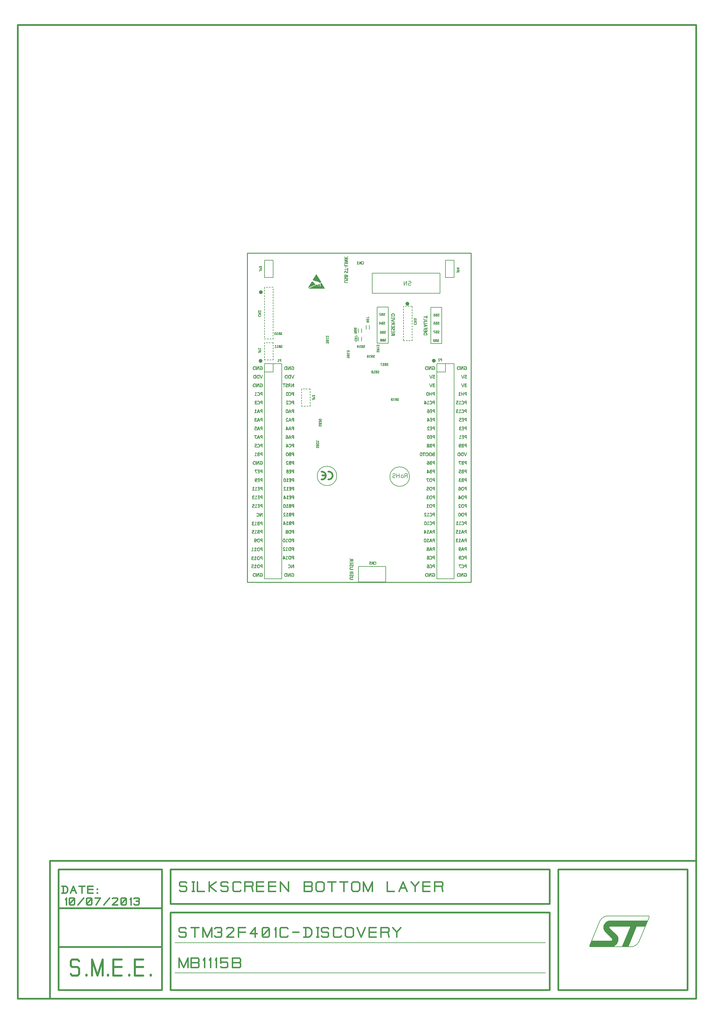
<source format=gbr>
G70*
%FSLAX55Y55*%
%ADD11C,0.01000*%
%ADD12C,0.02000*%
%ADD13C,0.00800*%
%ADD14C,0.01200*%
%ADD15C,0.00787*%
%ADD16C,0.00600*%
%ADD17C,0.00100*%
%ADD18C,0.00197*%
%ADD19C,0.01500*%
%ADD20C,0.02480*%
%ADD21C,0.01575*%
%ADD22C,0.00315*%
D11*
X285837Y503106D02*
X545679Y503106D01*
X545679Y884995*
X285837Y884995*
X285837Y503106*
D12*
X372067Y622302D02*
G75*
G03X372059Y631402I00446J04550D01*
G01X379931Y622397D02*
G75*
G03X379931Y631497I00446J04550D01*
D13*
G36*
G01X685758Y86846D02*
X708712Y86856D01*
X709758Y88946*
X700758Y97946*
X699558Y100646*
X699558Y103946*
X699858Y105146*
X701058Y107246*
X702258Y108446*
X703758Y109346*
X705558Y109946*
X707658Y110246*
X750258Y110246*
X747858Y103946*
X747558Y103646*
X737658Y103646*
X728058Y80846*
X721158Y80846*
X730458Y102746*
X730458Y103646*
X706758Y103646*
X706158Y103346*
X705858Y102746*
X705858Y101846*
X706158Y101546*
X714858Y93146*
X715758Y91646*
X716058Y90146*
X716358Y89846*
X716358Y87146*
G75*
G02X711558Y80846I-08949J01839*
G01X683358Y80846*
X683358Y81446*
X685458Y86546*
X685758Y86846*
G37*
X708712Y86856*
X709758Y88946*
X700758Y97946*
X699558Y100646*
X699558Y103946*
X699858Y105146*
X701058Y107246*
X702258Y108446*
X703758Y109346*
X705558Y109946*
X707658Y110246*
X750258Y110246*
X747858Y103946*
X747558Y103646*
X737658Y103646*
X728058Y80846*
X721158Y80846*
X730458Y102746*
X730458Y103646*
X706758Y103646*
X706158Y103346*
X705858Y102746*
X705858Y101846*
X706158Y101546*
X714858Y93146*
X715758Y91646*
X716058Y90146*
X716358Y89846*
X716358Y87146*
G75*
G02X711558Y80846I-08949J01839*
G01X683358Y80846*
X683358Y81446*
X685458Y86546*
X685758Y86846*
X202005Y49738D02*
X632005Y49738D01*
D12*
X197005Y129738D02*
X637005Y129738D01*
X67005Y29738D02*
X187005Y29738D01*
D13*
X202005Y84738D02*
X632005Y84738D01*
D12*
X197005Y119738D02*
X637005Y119738D01*
D13*
X683958Y80246D02*
X683358Y80846D01*
X683358Y81446*
X695358Y110546*
G75*
G02X701958Y115646I08543J-04235*
G01X751758Y115646*
X752058Y115346*
X752058Y114146*
X740058Y85346*
G75*
G02X733458Y80246I-08825J04600*
G01X683958Y80246*
D12*
X637005Y129738D02*
X637005Y169738D01*
X57005Y179738D02*
X807005Y179738D01*
X67005Y124738D02*
X187005Y124738D01*
X67005Y169738D02*
X187005Y169738D01*
X197005Y169738D02*
X637005Y169738D01*
X197005Y29738D02*
X197005Y119738D01*
X197005Y129738D02*
X197005Y169738D01*
X67005Y29738D02*
X67005Y169738D01*
X637005Y29738D02*
X637005Y119738D01*
X647005Y169738D02*
X797005Y169738D01*
X647005Y29738D02*
X797005Y29738D01*
X19604Y19738D02*
X19604Y1149659D01*
X19604Y19738D02*
X807005Y19738D01*
X57005Y19738D02*
X57005Y179738D01*
X187005Y29738D02*
X187005Y169738D01*
X647005Y29738D02*
X647005Y169738D01*
X797005Y29738D02*
X797005Y169738D01*
X67005Y79738D02*
X187005Y79738D01*
X807005Y19738D02*
X807005Y1149659D01*
X197005Y29738D02*
X637005Y29738D01*
X19604Y1149659D02*
X807005Y1149659D01*
D13*
X414912Y503304D02*
X446636Y503304D01*
X446636Y521414*
X414912Y521414*
X414912Y503304*
D14*
G36*
X500797Y760192D02*
G75*
G03X503947Y760192I01575J00000D01*
G03X500797Y760192I-01575J00000*
G37*
G03X503947Y760192I01575J00000*
G03X500797Y760192I-01575J00000*
D12*
G01X372763Y627203D02*
X376263Y627203D01*
D15*
X509597Y838302D02*
X509597Y861924D01*
X430856Y838302D02*
X430856Y861924D01*
X509597Y838302D02*
X430856Y838302D01*
X509597Y861924D02*
X430856Y861924D01*
D14*
G36*
X300010Y839720D02*
G75*
G03X303160Y839720I01575J00000D01*
G03X300010Y839720I-01575J00000*
G37*
G03X303160Y839720I01575J00000*
G03X300010Y839720I-01575J00000*
G36*
G01X470089Y826334D02*
G75*
G03X473238Y826334I01575J00000D01*
G03X470089Y826334I-01575J00000*
G37*
G03X473238Y826334I01575J00000*
G03X470089Y826334I-01575J00000*
D15*
G01X474107Y625684D02*
G75*
G02X451425Y625684I-11341J00000D01*
G02X474107Y625684I11341J00000*
D14*
G36*
G01X299683Y759995D02*
G75*
G03X302833Y759995I01575J00000D01*
G03X299683Y759995I-01575J00000*
G37*
G03X302833Y759995I01575J00000*
G03X299683Y759995I-01575J00000*
D16*
G01X367076Y626502D02*
G75*
G03X389650Y626502I11287J00000D01*
G03X367076Y626502I-11287J00000*
D15*
G01X436620Y822405D02*
X449370Y822405D01*
X449370Y780405D02*
X449370Y822405D01*
X436620Y780405D02*
X449370Y780405D01*
X436620Y780405D02*
X436620Y822405D01*
X498825Y822011D02*
X511575Y822011D01*
X511575Y780011D02*
X511575Y822011D01*
X498825Y780011D02*
X511575Y780011D01*
X498825Y780011D02*
X498825Y822011D01*
D17*
G36*
X361591Y851829D02*
X362591Y851162D01*
X363091Y850329*
X363591Y849662*
X364258Y849162*
X365258Y848829*
X356591Y844995*
X360758Y852162*
X361591Y851829*
G37*
X362591Y851162*
X363091Y850329*
X363591Y849662*
X364258Y849162*
X365258Y848829*
X356591Y844995*
X360758Y852162*
X361591Y851829*
G36*
X371925Y850495D02*
X370425Y849829D01*
X370925Y849162*
X370758Y846995*
X370091Y845662*
X369758Y845829*
X369758Y845995*
X369925Y847329*
X369925Y848495*
X369258Y848995*
X368925Y849162*
X367925Y848829*
X367925Y848662*
X368258Y848329*
X368591Y846995*
X368591Y846662*
X368425Y846329*
X368091Y846329*
X367758Y846662*
X367591Y847329*
X367091Y847995*
X366591Y848329*
X357091Y844162*
X375591Y844162*
X371925Y850495*
G37*
X370425Y849829*
X370925Y849162*
X370758Y846995*
X370091Y845662*
X369758Y845829*
X369758Y845995*
X369925Y847329*
X369925Y848495*
X369258Y848995*
X368925Y849162*
X367925Y848829*
X367925Y848662*
X368258Y848329*
X368591Y846995*
X368591Y846662*
X368425Y846329*
X368091Y846329*
X367758Y846662*
X367591Y847329*
X367091Y847995*
X366591Y848329*
X357091Y844162*
X375591Y844162*
X371925Y850495*
G36*
X361758Y854162D02*
X363258Y853329D01*
X365091Y852829*
X368258Y851995*
X369758Y850662*
X371425Y851329*
X365758Y860329*
X361758Y854162*
G37*
X363258Y853329*
X365091Y852829*
X368258Y851995*
X369758Y850662*
X371425Y851329*
X365758Y860329*
X361758Y854162*
D18*
G36*
X324606Y776177D02*
X324607Y776140D01*
X324609Y776104*
X324612Y776069*
X324616Y776035*
X324622Y776001*
X324629Y775968*
X324637Y775936*
X324646Y775904*
X324657Y775874*
X324668Y775844*
X324685Y775810*
X324702Y775778*
X324720Y775747*
X324738Y775717*
X324758Y775689*
X324778Y775662*
X324798Y775636*
X324820Y775611*
X324842Y775588*
X324865Y775566*
X324894Y775542*
X324923Y775520*
X324953Y775500*
X324983Y775480*
X325013Y775462*
X325044Y775445*
X325075Y775429*
X325106Y775414*
X325138Y775401*
X325170Y775389*
X325205Y775378*
X325241Y775369*
X325276Y775360*
X325311Y775352*
X325346Y775345*
X325381Y775339*
X325416Y775334*
X325451Y775330*
X325486Y775327*
X325521Y775324*
X325556Y775323*
X325591Y775322*
X325627Y775323*
X325662Y775324*
X325697Y775326*
X325731Y775328*
X325764Y775332*
X325797Y775336*
X325829Y775340*
X325860Y775346*
X325895Y775353*
X325929Y775360*
X325961Y775368*
X325993Y775376*
X326024Y775385*
X326053Y775394*
X326081Y775404*
X326113Y775415*
X326143Y775427*
X326171Y775439*
X326197Y775450*
X326222Y775462*
X326245Y775474*
X326275Y775492*
X326300Y775508*
X326321Y775523*
X326336Y775537*
X326374Y775603*
X326383Y775652*
X326386Y775714*
X326385Y775758*
X326382Y775795*
X326369Y775847*
X326346Y775875*
X326315Y775882*
X326226Y775845*
X326196Y775826*
X326161Y775806*
X326122Y775785*
X326080Y775763*
X326049Y775749*
X326016Y775735*
X325981Y775721*
X325944Y775707*
X325905Y775694*
X325863Y775681*
X325835Y775673*
X325805Y775666*
X325775Y775660*
X325743Y775654*
X325711Y775650*
X325677Y775647*
X325643Y775644*
X325607Y775643*
X325579Y775643*
X325551Y775644*
X325523Y775645*
X325497Y775647*
X325472Y775650*
X325448Y775653*
X325425Y775656*
X325402Y775661*
X325381Y775665*
X325361Y775671*
X325334Y775680*
X325308Y775690*
X325284Y775700*
X325260Y775711*
X325238Y775722*
X325217Y775734*
X325198Y775747*
X325179Y775760*
X325157Y775779*
X325136Y775799*
X325117Y775819*
X325100Y775840*
X325084Y775861*
X325070Y775883*
X325058Y775905*
X325047Y775927*
X325036Y775954*
X325027Y775981*
X325020Y776010*
X325014Y776039*
X325010Y776070*
X325007Y776102*
X325006Y776135*
X325007Y776161*
X325009Y776187*
X325013Y776213*
X325017Y776237*
X325024Y776260*
X325031Y776283*
X325040Y776304*
X325050Y776325*
X325066Y776348*
X325081Y776371*
X325098Y776392*
X325115Y776412*
X325133Y776431*
X325151Y776450*
X325170Y776467*
X325189Y776483*
X325214Y776501*
X325239Y776518*
X325264Y776534*
X325289Y776550*
X325314Y776565*
X325340Y776579*
X325365Y776593*
X325391Y776606*
X325420Y776620*
X325447Y776633*
X325475Y776646*
X325502Y776659*
X325529Y776671*
X325555Y776683*
X325581Y776695*
X325607Y776707*
X325632Y776719*
X325656Y776731*
X325687Y776745*
X325717Y776760*
X325747Y776775*
X325777Y776791*
X325807Y776807*
X325836Y776823*
X325866Y776840*
X325895Y776857*
X325927Y776877*
X325959Y776899*
X325989Y776921*
X326019Y776944*
X326048Y776969*
X326075Y776994*
X326102Y777020*
X326127Y777048*
X326151Y777077*
X326174Y777107*
X326195Y777139*
X326214Y777171*
X326233Y777205*
X326250Y777241*
X326265Y777278*
X326278Y777317*
X326288Y777359*
X326296Y777402*
X326302Y777447*
X326305Y777494*
X326306Y777544*
X326306Y777584*
X326303Y777623*
X326299Y777660*
X326293Y777697*
X326286Y777733*
X326277Y777768*
X326267Y777802*
X326254Y777835*
X326238Y777869*
X326221Y777902*
X326203Y777933*
X326185Y777962*
X326166Y777990*
X326146Y778016*
X326125Y778041*
X326103Y778064*
X326081Y778085*
X326058Y778105*
X326028Y778129*
X325997Y778151*
X325964Y778171*
X325930Y778190*
X325894Y778208*
X325857Y778224*
X325819Y778239*
X325779Y778252*
X325743Y778263*
X325706Y778272*
X325669Y778280*
X325631Y778287*
X325592Y778292*
X325552Y778297*
X325512Y778300*
X325472Y778302*
X325438Y778302*
X325406Y778301*
X325375Y778300*
X325345Y778298*
X325316Y778296*
X325289Y778293*
X325263Y778290*
X325238Y778286*
X325206Y778280*
X325174Y778273*
X325144Y778266*
X325114Y778258*
X325084Y778250*
X325055Y778241*
X325022Y778230*
X324989Y778218*
X324959Y778206*
X324930Y778193*
X324902Y778179*
X324872Y778163*
X324847Y778148*
X324828Y778135*
X324814Y778123*
X324787Y778090*
X324775Y778059*
X324769Y778014*
X324766Y777946*
X324767Y777908*
X324770Y777875*
X324780Y777823*
X324799Y777792*
X324826Y777782*
X324902Y777813*
X324940Y777834*
X324982Y777857*
X325029Y777881*
X325061Y777896*
X325094Y777911*
X325130Y777924*
X325167Y777938*
X325207Y777951*
X325237Y777959*
X325268Y777966*
X325300Y777972*
X325333Y777977*
X325367Y777980*
X325402Y777982*
X325438Y777982*
X325467Y777982*
X325496Y777980*
X325523Y777978*
X325550Y777974*
X325575Y777970*
X325600Y777964*
X325623Y777957*
X325646Y777950*
X325674Y777938*
X325701Y777926*
X325726Y777912*
X325750Y777897*
X325772Y777881*
X325792Y777864*
X325813Y777841*
X325833Y777818*
X325850Y777792*
X325865Y777765*
X325878Y777736*
X325888Y777707*
X325896Y777676*
X325902Y777645*
X325905Y777613*
X325906Y777580*
X325906Y777553*
X325904Y777528*
X325900Y777503*
X325896Y777479*
X325889Y777456*
X325882Y777434*
X325873Y777412*
X325863Y777391*
X325848Y777368*
X325832Y777346*
X325816Y777325*
X325799Y777304*
X325781Y777285*
X325763Y777267*
X325744Y777249*
X325725Y777233*
X325700Y777215*
X325675Y777197*
X325650Y777181*
X325624Y777165*
X325599Y777149*
X325573Y777134*
X325548Y777120*
X325522Y777107*
X325494Y777093*
X325466Y777080*
X325438Y777067*
X325411Y777054*
X325384Y777041*
X325358Y777029*
X325332Y777016*
X325307Y777004*
X325282Y776993*
X325258Y776981*
X325227Y776967*
X325197Y776952*
X325167Y776937*
X325137Y776921*
X325108Y776906*
X325078Y776889*
X325048Y776873*
X325019Y776856*
X324986Y776836*
X324954Y776815*
X324924Y776793*
X324894Y776770*
X324865Y776746*
X324837Y776721*
X324811Y776695*
X324785Y776668*
X324761Y776639*
X324739Y776609*
X324717Y776578*
X324698Y776545*
X324680Y776511*
X324663Y776476*
X324648Y776439*
X324635Y776400*
X324625Y776359*
X324617Y776316*
X324611Y776272*
X324608Y776225*
X324606Y776177*
G37*
X324607Y776140*
X324609Y776104*
X324612Y776069*
X324616Y776035*
X324622Y776001*
X324629Y775968*
X324637Y775936*
X324646Y775904*
X324657Y775874*
X324668Y775844*
X324685Y775810*
X324702Y775778*
X324720Y775747*
X324738Y775717*
X324758Y775689*
X324778Y775662*
X324798Y775636*
X324820Y775611*
X324842Y775588*
X324865Y775566*
X324894Y775542*
X324923Y775520*
X324953Y775500*
X324983Y775480*
X325013Y775462*
X325044Y775445*
X325075Y775429*
X325106Y775414*
X325138Y775401*
X325170Y775389*
X325205Y775378*
X325241Y775369*
X325276Y775360*
X325311Y775352*
X325346Y775345*
X325381Y775339*
X325416Y775334*
X325451Y775330*
X325486Y775327*
X325521Y775324*
X325556Y775323*
X325591Y775322*
X325627Y775323*
X325662Y775324*
X325697Y775326*
X325731Y775328*
X325764Y775332*
X325797Y775336*
X325829Y775340*
X325860Y775346*
X325895Y775353*
X325929Y775360*
X325961Y775368*
X325993Y775376*
X326024Y775385*
X326053Y775394*
X326081Y775404*
X326113Y775415*
X326143Y775427*
X326171Y775439*
X326197Y775450*
X326222Y775462*
X326245Y775474*
X326275Y775492*
X326300Y775508*
X326321Y775523*
X326336Y775537*
X326374Y775603*
X326383Y775652*
X326386Y775714*
X326385Y775758*
X326382Y775795*
X326369Y775847*
X326346Y775875*
X326315Y775882*
X326226Y775845*
X326196Y775826*
X326161Y775806*
X326122Y775785*
X326080Y775763*
X326049Y775749*
X326016Y775735*
X325981Y775721*
X325944Y775707*
X325905Y775694*
X325863Y775681*
X325835Y775673*
X325805Y775666*
X325775Y775660*
X325743Y775654*
X325711Y775650*
X325677Y775647*
X325643Y775644*
X325607Y775643*
X325579Y775643*
X325551Y775644*
X325523Y775645*
X325497Y775647*
X325472Y775650*
X325448Y775653*
X325425Y775656*
X325402Y775661*
X325381Y775665*
X325361Y775671*
X325334Y775680*
X325308Y775690*
X325284Y775700*
X325260Y775711*
X325238Y775722*
X325217Y775734*
X325198Y775747*
X325179Y775760*
X325157Y775779*
X325136Y775799*
X325117Y775819*
X325100Y775840*
X325084Y775861*
X325070Y775883*
X325058Y775905*
X325047Y775927*
X325036Y775954*
X325027Y775981*
X325020Y776010*
X325014Y776039*
X325010Y776070*
X325007Y776102*
X325006Y776135*
X325007Y776161*
X325009Y776187*
X325013Y776213*
X325017Y776237*
X325024Y776260*
X325031Y776283*
X325040Y776304*
X325050Y776325*
X325066Y776348*
X325081Y776371*
X325098Y776392*
X325115Y776412*
X325133Y776431*
X325151Y776450*
X325170Y776467*
X325189Y776483*
X325214Y776501*
X325239Y776518*
X325264Y776534*
X325289Y776550*
X325314Y776565*
X325340Y776579*
X325365Y776593*
X325391Y776606*
X325420Y776620*
X325447Y776633*
X325475Y776646*
X325502Y776659*
X325529Y776671*
X325555Y776683*
X325581Y776695*
X325607Y776707*
X325632Y776719*
X325656Y776731*
X325687Y776745*
X325717Y776760*
X325747Y776775*
X325777Y776791*
X325807Y776807*
X325836Y776823*
X325866Y776840*
X325895Y776857*
X325927Y776877*
X325959Y776899*
X325989Y776921*
X326019Y776944*
X326048Y776969*
X326075Y776994*
X326102Y777020*
X326127Y777048*
X326151Y777077*
X326174Y777107*
X326195Y777139*
X326214Y777171*
X326233Y777205*
X326250Y777241*
X326265Y777278*
X326278Y777317*
X326288Y777359*
X326296Y777402*
X326302Y777447*
X326305Y777494*
X326306Y777544*
X326306Y777584*
X326303Y777623*
X326299Y777660*
X326293Y777697*
X326286Y777733*
X326277Y777768*
X326267Y777802*
X326254Y777835*
X326238Y777869*
X326221Y777902*
X326203Y777933*
X326185Y777962*
X326166Y777990*
X326146Y778016*
X326125Y778041*
X326103Y778064*
X326081Y778085*
X326058Y778105*
X326028Y778129*
X325997Y778151*
X325964Y778171*
X325930Y778190*
X325894Y778208*
X325857Y778224*
X325819Y778239*
X325779Y778252*
X325743Y778263*
X325706Y778272*
X325669Y778280*
X325631Y778287*
X325592Y778292*
X325552Y778297*
X325512Y778300*
X325472Y778302*
X325438Y778302*
X325406Y778301*
X325375Y778300*
X325345Y778298*
X325316Y778296*
X325289Y778293*
X325263Y778290*
X325238Y778286*
X325206Y778280*
X325174Y778273*
X325144Y778266*
X325114Y778258*
X325084Y778250*
X325055Y778241*
X325022Y778230*
X324989Y778218*
X324959Y778206*
X324930Y778193*
X324902Y778179*
X324872Y778163*
X324847Y778148*
X324828Y778135*
X324814Y778123*
X324787Y778090*
X324775Y778059*
X324769Y778014*
X324766Y777946*
X324767Y777908*
X324770Y777875*
X324780Y777823*
X324799Y777792*
X324826Y777782*
X324902Y777813*
X324940Y777834*
X324982Y777857*
X325029Y777881*
X325061Y777896*
X325094Y777911*
X325130Y777924*
X325167Y777938*
X325207Y777951*
X325237Y777959*
X325268Y777966*
X325300Y777972*
X325333Y777977*
X325367Y777980*
X325402Y777982*
X325438Y777982*
X325467Y777982*
X325496Y777980*
X325523Y777978*
X325550Y777974*
X325575Y777970*
X325600Y777964*
X325623Y777957*
X325646Y777950*
X325674Y777938*
X325701Y777926*
X325726Y777912*
X325750Y777897*
X325772Y777881*
X325792Y777864*
X325813Y777841*
X325833Y777818*
X325850Y777792*
X325865Y777765*
X325878Y777736*
X325888Y777707*
X325896Y777676*
X325902Y777645*
X325905Y777613*
X325906Y777580*
X325906Y777553*
X325904Y777528*
X325900Y777503*
X325896Y777479*
X325889Y777456*
X325882Y777434*
X325873Y777412*
X325863Y777391*
X325848Y777368*
X325832Y777346*
X325816Y777325*
X325799Y777304*
X325781Y777285*
X325763Y777267*
X325744Y777249*
X325725Y777233*
X325700Y777215*
X325675Y777197*
X325650Y777181*
X325624Y777165*
X325599Y777149*
X325573Y777134*
X325548Y777120*
X325522Y777107*
X325494Y777093*
X325466Y777080*
X325438Y777067*
X325411Y777054*
X325384Y777041*
X325358Y777029*
X325332Y777016*
X325307Y777004*
X325282Y776993*
X325258Y776981*
X325227Y776967*
X325197Y776952*
X325167Y776937*
X325137Y776921*
X325108Y776906*
X325078Y776889*
X325048Y776873*
X325019Y776856*
X324986Y776836*
X324954Y776815*
X324924Y776793*
X324894Y776770*
X324865Y776746*
X324837Y776721*
X324811Y776695*
X324785Y776668*
X324761Y776639*
X324739Y776609*
X324717Y776578*
X324698Y776545*
X324680Y776511*
X324663Y776476*
X324648Y776439*
X324635Y776400*
X324625Y776359*
X324617Y776316*
X324611Y776272*
X324608Y776225*
X324606Y776177*
X322166Y776191D02*
X322167Y776153D01*
X322169Y776115*
X322173Y776078*
X322178Y776042*
X322184Y776007*
X322192Y775973*
X322201Y775940*
X322213Y775902*
X322227Y775866*
X322242Y775831*
X322259Y775797*
X322278Y775764*
X322298Y775733*
X322319Y775703*
X322342Y775675*
X322367Y775647*
X322392Y775621*
X322420Y775596*
X322448Y775572*
X322478Y775550*
X322509Y775529*
X322542Y775509*
X322575Y775490*
X322610Y775472*
X322646Y775456*
X322678Y775443*
X322711Y775431*
X322744Y775420*
X322778Y775410*
X322812Y775401*
X322847Y775393*
X322883Y775386*
X322919Y775380*
X322957Y775374*
X322997Y775370*
X323038Y775367*
X323081Y775364*
X323125Y775363*
X323171Y775362*
X323924Y775362*
X323974Y775371*
X324021Y775397*
X324055Y775445*
X324066Y775519*
X324066Y778105*
X324061Y778158*
X324046Y778199*
X324021Y778228*
X323974Y778254*
X323924Y778262*
X323268Y778262*
X323231Y778262*
X323196Y778261*
X323161Y778260*
X323128Y778258*
X323095Y778256*
X323063Y778253*
X323032Y778250*
X323003Y778246*
X322974Y778242*
X322946Y778237*
X322919Y778232*
X322893Y778226*
X322868Y778220*
X322844Y778213*
X322808Y778201*
X322773Y778189*
X322740Y778175*
X322708Y778160*
X322677Y778144*
X322648Y778127*
X322620Y778109*
X322594Y778089*
X322565Y778064*
X322537Y778037*
X322512Y778010*
X322489Y777983*
X322468Y777955*
X322448Y777926*
X322431Y777897*
X322416Y777868*
X322402Y777834*
X322391Y777800*
X322380Y777767*
X322371Y777733*
X322364Y777699*
X322358Y777664*
X322353Y777630*
X322349Y777596*
X322347Y777561*
X322346Y777527*
X322347Y777492*
X322349Y777459*
X322353Y777426*
X322357Y777393*
X322364Y777361*
X322371Y777329*
X322382Y777292*
X322394Y777256*
X322409Y777221*
X322425Y777187*
X322444Y777155*
X322464Y777123*
X322486Y777094*
X322510Y777065*
X322536Y777038*
X322564Y777012*
X322594Y776988*
X322625Y776965*
X322659Y776944*
X322694Y776925*
X322730Y776908*
X322691Y776900*
X322654Y776889*
X322617Y776877*
X322580Y776862*
X322545Y776846*
X322511Y776827*
X322477Y776806*
X322445Y776784*
X322415Y776760*
X322386Y776733*
X322358Y776706*
X322332Y776676*
X322307Y776644*
X322284Y776611*
X322263Y776576*
X322244Y776540*
X322227Y776501*
X322211Y776461*
X322199Y776426*
X322189Y776389*
X322181Y776352*
X322175Y776313*
X322170Y776273*
X322167Y776233*
X322166Y776191*
X322746Y777485D02*
X322747Y777519D01*
X322750Y777553*
X322754Y777585*
X322759Y777616*
X322766Y777646*
X322775Y777675*
X322792Y777716*
X322812Y777754*
X322837Y777789*
X322866Y777820*
X322900Y777848*
X322938Y777873*
X322981Y777894*
X323028Y777911*
X323063Y777921*
X323102Y777928*
X323144Y777935*
X323190Y777939*
X323239Y777941*
X323292Y777942*
X323686Y777942*
X323686Y777002*
X323252Y777002*
X323216Y777003*
X323181Y777005*
X323149Y777008*
X323118Y777012*
X323089Y777018*
X323061Y777024*
X323036Y777032*
X323012Y777042*
X322977Y777058*
X322945Y777077*
X322914Y777098*
X322887Y777122*
X322862Y777147*
X322834Y777182*
X322810Y777219*
X322790Y777259*
X322774Y777302*
X322764Y777338*
X322756Y777374*
X322751Y777410*
X322748Y777447*
X322746Y777485*
X322566Y776172D02*
X322567Y776209D01*
X322570Y776244*
X322574Y776278*
X322580Y776310*
X322588Y776342*
X322597Y776372*
X322608Y776400*
X322626Y776439*
X322647Y776474*
X322671Y776507*
X322698Y776538*
X322728Y776566*
X322761Y776591*
X322798Y776614*
X322838Y776635*
X322881Y776652*
X322927Y776668*
X322962Y776677*
X323000Y776685*
X323040Y776691*
X323083Y776696*
X323129Y776700*
X323176Y776702*
X323227Y776702*
X323686Y776702*
X323686Y775682*
X323129Y775682*
X323092Y775683*
X323056Y775685*
X323022Y775688*
X322989Y775693*
X322958Y775698*
X322928Y775705*
X322899Y775714*
X322861Y775727*
X322824Y775743*
X322790Y775762*
X322757Y775783*
X322726Y775806*
X322697Y775832*
X322671Y775860*
X322648Y775891*
X322627Y775924*
X322609Y775960*
X322594Y775998*
X322582Y776038*
X322573Y776080*
X322568Y776125*
X322566Y776172*
X322636Y775461D02*
X324057Y775461D01*
X322357Y775658D02*
X324066Y775658D01*
X322232Y775854D02*
X322677Y775854D01*
X323686Y775854D02*
X324066Y775854D01*
X322176Y776051D02*
X322579Y776051D01*
X323686Y776051D02*
X324066Y776051D01*
X322168Y776248D02*
X322570Y776248D01*
X323686Y776248D02*
X324066Y776248D01*
X322205Y776445D02*
X322630Y776445D01*
X323686Y776445D02*
X324066Y776445D01*
X322305Y776642D02*
X322855Y776642D01*
X323686Y776642D02*
X324066Y776642D01*
X322532Y776839D02*
X324066Y776839D01*
X322538Y777036D02*
X323028Y777036D01*
X323686Y777036D02*
X324066Y777036D01*
X322404Y777232D02*
X322803Y777232D01*
X323686Y777232D02*
X324066Y777232D01*
X322352Y777429D02*
X322749Y777429D01*
X323686Y777429D02*
X324066Y777429D01*
X322352Y777626D02*
X322762Y777626D01*
X323686Y777626D02*
X324066Y777626D01*
X322399Y777823D02*
X322870Y777823D01*
X323686Y777823D02*
X324066Y777823D01*
X322521Y778020D02*
X324066Y778020D01*
X322858Y778217D02*
X324030Y778217D01*
G36*
X319886Y775510D02*
X319888Y775472D01*
X319893Y775441*
X319911Y775395*
X319936Y775370*
X319966Y775362*
X321466Y775362*
X321495Y775370*
X321521Y775395*
X321540Y775441*
X321546Y775510*
X321545Y775547*
X321540Y775577*
X321523Y775624*
X321499Y775652*
X321466Y775662*
X320866Y775662*
X320866Y777882*
X321429Y777542*
X321468Y777524*
X321498Y777515*
X321539Y777526*
X321561Y777574*
X321565Y777612*
X321566Y777659*
X321566Y777694*
X321563Y777724*
X321553Y777769*
X321534Y777800*
X321501Y777827*
X320831Y778255*
X320809Y778267*
X320776Y778276*
X320729Y778281*
X320663Y778282*
X320630Y778282*
X320600Y778280*
X320575Y778278*
X320543Y778272*
X320520Y778265*
X320493Y778245*
X320486Y778219*
X320486Y775662*
X319966Y775662*
X319933Y775652*
X319908Y775624*
X319892Y775577*
X319886Y775510*
G37*
X319888Y775472*
X319893Y775441*
X319911Y775395*
X319936Y775370*
X319966Y775362*
X321466Y775362*
X321495Y775370*
X321521Y775395*
X321540Y775441*
X321546Y775510*
X321545Y775547*
X321540Y775577*
X321523Y775624*
X321499Y775652*
X321466Y775662*
X320866Y775662*
X320866Y777882*
X321429Y777542*
X321468Y777524*
X321498Y777515*
X321539Y777526*
X321561Y777574*
X321565Y777612*
X321566Y777659*
X321566Y777694*
X321563Y777724*
X321553Y777769*
X321534Y777800*
X321501Y777827*
X320831Y778255*
X320809Y778267*
X320776Y778276*
X320729Y778281*
X320663Y778282*
X320630Y778282*
X320600Y778280*
X320575Y778278*
X320543Y778272*
X320520Y778265*
X320493Y778245*
X320486Y778219*
X320486Y775662*
X319966Y775662*
X319933Y775652*
X319908Y775624*
X319892Y775577*
X319886Y775510*
G36*
X317566Y775510D02*
X317568Y775472D01*
X317573Y775441*
X317591Y775395*
X317616Y775370*
X317646Y775362*
X319146Y775362*
X319175Y775370*
X319201Y775395*
X319220Y775441*
X319226Y775510*
X319225Y775547*
X319220Y775577*
X319203Y775624*
X319179Y775652*
X319146Y775662*
X318546Y775662*
X318546Y777882*
X319109Y777542*
X319148Y777524*
X319178Y777515*
X319219Y777526*
X319241Y777574*
X319245Y777612*
X319246Y777659*
X319246Y777694*
X319243Y777724*
X319233Y777769*
X319214Y777800*
X319181Y777827*
X318511Y778255*
X318489Y778267*
X318456Y778276*
X318409Y778281*
X318343Y778282*
X318310Y778282*
X318280Y778280*
X318255Y778278*
X318223Y778272*
X318200Y778265*
X318173Y778245*
X318166Y778219*
X318166Y775662*
X317646Y775662*
X317613Y775652*
X317588Y775624*
X317572Y775577*
X317566Y775510*
G37*
X317568Y775472*
X317573Y775441*
X317591Y775395*
X317616Y775370*
X317646Y775362*
X319146Y775362*
X319175Y775370*
X319201Y775395*
X319220Y775441*
X319226Y775510*
X319225Y775547*
X319220Y775577*
X319203Y775624*
X319179Y775652*
X319146Y775662*
X318546Y775662*
X318546Y777882*
X319109Y777542*
X319148Y777524*
X319178Y777515*
X319219Y777526*
X319241Y777574*
X319245Y777612*
X319246Y777659*
X319246Y777694*
X319243Y777724*
X319233Y777769*
X319214Y777800*
X319181Y777827*
X318511Y778255*
X318489Y778267*
X318456Y778276*
X318409Y778281*
X318343Y778282*
X318310Y778282*
X318280Y778280*
X318255Y778278*
X318223Y778272*
X318200Y778265*
X318173Y778245*
X318166Y778219*
X318166Y775662*
X317646Y775662*
X317613Y775652*
X317588Y775624*
X317572Y775577*
X317566Y775510*
G36*
X506731Y792955D02*
X506732Y792919D01*
X506734Y792883*
X506737Y792848*
X506741Y792813*
X506747Y792780*
X506754Y792747*
X506762Y792714*
X506771Y792683*
X506781Y792652*
X506793Y792622*
X506810Y792589*
X506827Y792556*
X506844Y792525*
X506863Y792496*
X506882Y792467*
X506903Y792440*
X506923Y792414*
X506945Y792390*
X506967Y792366*
X506990Y792344*
X507019Y792321*
X507048Y792299*
X507078Y792278*
X507108Y792259*
X507138Y792240*
X507168Y792223*
X507199Y792207*
X507231Y792193*
X507263Y792180*
X507295Y792167*
X507330Y792157*
X507365Y792147*
X507401Y792138*
X507436Y792130*
X507471Y792123*
X507506Y792117*
X507541Y792112*
X507576Y792108*
X507611Y792105*
X507646Y792103*
X507681Y792101*
X507715Y792101*
X507751Y792101*
X507787Y792102*
X507821Y792104*
X507855Y792107*
X507889Y792110*
X507921Y792114*
X507953Y792119*
X507985Y792124*
X508020Y792131*
X508054Y792139*
X508086Y792147*
X508118Y792155*
X508148Y792163*
X508178Y792173*
X508206Y792182*
X508238Y792194*
X508268Y792205*
X508296Y792217*
X508322Y792229*
X508347Y792241*
X508369Y792253*
X508400Y792270*
X508425Y792287*
X508446Y792301*
X508461Y792315*
X508499Y792382*
X508508Y792430*
X508511Y792492*
X508510Y792537*
X508507Y792573*
X508493Y792625*
X508471Y792653*
X508440Y792661*
X508351Y792623*
X508321Y792604*
X508286Y792584*
X508247Y792563*
X508204Y792542*
X508174Y792527*
X508141Y792513*
X508106Y792499*
X508069Y792486*
X508029Y792472*
X507988Y792459*
X507960Y792451*
X507930Y792444*
X507900Y792438*
X507868Y792433*
X507836Y792428*
X507802Y792425*
X507768Y792423*
X507732Y792421*
X507703Y792421*
X507675Y792422*
X507648Y792424*
X507622Y792426*
X507597Y792428*
X507573Y792431*
X507550Y792435*
X507527Y792439*
X507506Y792444*
X507486Y792449*
X507459Y792458*
X507433Y792468*
X507409Y792478*
X507385Y792489*
X507363Y792501*
X507342Y792513*
X507323Y792525*
X507304Y792538*
X507282Y792558*
X507261Y792577*
X507242Y792598*
X507225Y792618*
X507209Y792639*
X507195Y792661*
X507183Y792683*
X507172Y792706*
X507161Y792732*
X507152Y792760*
X507144Y792788*
X507139Y792818*
X507135Y792849*
X507132Y792880*
X507131Y792913*
X507132Y792940*
X507134Y792966*
X507138Y792991*
X507142Y793015*
X507149Y793039*
X507156Y793061*
X507165Y793083*
X507175Y793103*
X507191Y793127*
X507206Y793149*
X507223Y793170*
X507240Y793191*
X507257Y793210*
X507276Y793228*
X507294Y793245*
X507314Y793261*
X507339Y793279*
X507364Y793296*
X507389Y793313*
X507414Y793328*
X507439Y793343*
X507465Y793358*
X507490Y793372*
X507516Y793385*
X507544Y793398*
X507572Y793411*
X507600Y793424*
X507627Y793437*
X507654Y793449*
X507680Y793462*
X507706Y793474*
X507732Y793486*
X507757Y793498*
X507781Y793509*
X507812Y793523*
X507842Y793538*
X507872Y793554*
X507902Y793569*
X507932Y793585*
X507961Y793602*
X507991Y793618*
X508020Y793635*
X508052Y793656*
X508084Y793677*
X508114Y793699*
X508144Y793723*
X508173Y793747*
X508200Y793773*
X508227Y793799*
X508252Y793826*
X508276Y793855*
X508299Y793885*
X508320Y793917*
X508339Y793950*
X508358Y793984*
X508375Y794019*
X508390Y794056*
X508402Y794096*
X508413Y794137*
X508421Y794180*
X508427Y794226*
X508430Y794273*
X508431Y794322*
X508431Y794362*
X508428Y794401*
X508424Y794439*
X508418Y794476*
X508411Y794512*
X508402Y794547*
X508392Y794581*
X508379Y794614*
X508363Y794648*
X508346Y794680*
X508328Y794711*
X508310Y794740*
X508290Y794768*
X508270Y794794*
X508250Y794819*
X508228Y794842*
X508206Y794864*
X508183Y794884*
X508153Y794907*
X508121Y794929*
X508089Y794950*
X508055Y794969*
X508019Y794986*
X507982Y795002*
X507944Y795017*
X507904Y795030*
X507868Y795041*
X507831Y795050*
X507794Y795058*
X507756Y795065*
X507717Y795071*
X507677Y795075*
X507637Y795078*
X507597Y795080*
X507563Y795080*
X507531Y795079*
X507500Y795078*
X507470Y795076*
X507441Y795074*
X507414Y795071*
X507388Y795068*
X507363Y795064*
X507331Y795058*
X507299Y795052*
X507269Y795045*
X507238Y795037*
X507209Y795029*
X507180Y795020*
X507146Y795008*
X507114Y794996*
X507084Y794984*
X507055Y794971*
X507027Y794957*
X506997Y794941*
X506972Y794926*
X506953Y794913*
X506939Y794902*
X506911Y794869*
X506900Y794838*
X506894Y794792*
X506891Y794724*
X506892Y794687*
X506895Y794653*
X506905Y794602*
X506923Y794571*
X506951Y794561*
X507027Y794591*
X507064Y794612*
X507107Y794635*
X507154Y794660*
X507186Y794675*
X507219Y794689*
X507254Y794703*
X507292Y794716*
X507332Y794729*
X507362Y794738*
X507393Y794745*
X507425Y794750*
X507458Y794755*
X507492Y794758*
X507527Y794760*
X507563Y794761*
X507592Y794760*
X507621Y794759*
X507648Y794756*
X507675Y794753*
X507700Y794748*
X507725Y794742*
X507748Y794736*
X507771Y794728*
X507799Y794717*
X507826Y794704*
X507851Y794691*
X507875Y794676*
X507897Y794659*
X507916Y794642*
X507938Y794620*
X507958Y794596*
X507975Y794571*
X507990Y794544*
X508003Y794515*
X508013Y794485*
X508021Y794454*
X508027Y794423*
X508030Y794391*
X508031Y794358*
X508031Y794332*
X508029Y794306*
X508025Y794281*
X508020Y794257*
X508014Y794234*
X508007Y794212*
X507998Y794191*
X507988Y794170*
X507973Y794147*
X507957Y794124*
X507941Y794103*
X507924Y794083*
X507906Y794063*
X507888Y794045*
X507869Y794028*
X507850Y794011*
X507825Y793993*
X507800Y793976*
X507775Y793959*
X507749Y793943*
X507724Y793928*
X507698Y793913*
X507673Y793899*
X507647Y793885*
X507618Y793872*
X507590Y793858*
X507563Y793845*
X507536Y793832*
X507509Y793820*
X507483Y793807*
X507457Y793795*
X507432Y793783*
X507407Y793771*
X507382Y793760*
X507352Y793745*
X507322Y793730*
X507292Y793715*
X507262Y793700*
X507232Y793684*
X507203Y793668*
X507173Y793651*
X507144Y793634*
X507111Y793615*
X507079Y793594*
X507048Y793572*
X507019Y793549*
X506990Y793525*
X506962Y793499*
X506935Y793473*
X506910Y793446*
X506886Y793418*
X506863Y793388*
X506842Y793356*
X506823Y793324*
X506804Y793289*
X506788Y793254*
X506773Y793217*
X506760Y793178*
X506750Y793137*
X506742Y793095*
X506736Y793050*
X506732Y793004*
X506731Y792955*
G37*
X506732Y792919*
X506734Y792883*
X506737Y792848*
X506741Y792813*
X506747Y792780*
X506754Y792747*
X506762Y792714*
X506771Y792683*
X506781Y792652*
X506793Y792622*
X506810Y792589*
X506827Y792556*
X506844Y792525*
X506863Y792496*
X506882Y792467*
X506903Y792440*
X506923Y792414*
X506945Y792390*
X506967Y792366*
X506990Y792344*
X507019Y792321*
X507048Y792299*
X507078Y792278*
X507108Y792259*
X507138Y792240*
X507168Y792223*
X507199Y792207*
X507231Y792193*
X507263Y792180*
X507295Y792167*
X507330Y792157*
X507365Y792147*
X507401Y792138*
X507436Y792130*
X507471Y792123*
X507506Y792117*
X507541Y792112*
X507576Y792108*
X507611Y792105*
X507646Y792103*
X507681Y792101*
X507715Y792101*
X507751Y792101*
X507787Y792102*
X507821Y792104*
X507855Y792107*
X507889Y792110*
X507921Y792114*
X507953Y792119*
X507985Y792124*
X508020Y792131*
X508054Y792139*
X508086Y792147*
X508118Y792155*
X508148Y792163*
X508178Y792173*
X508206Y792182*
X508238Y792194*
X508268Y792205*
X508296Y792217*
X508322Y792229*
X508347Y792241*
X508369Y792253*
X508400Y792270*
X508425Y792287*
X508446Y792301*
X508461Y792315*
X508499Y792382*
X508508Y792430*
X508511Y792492*
X508510Y792537*
X508507Y792573*
X508493Y792625*
X508471Y792653*
X508440Y792661*
X508351Y792623*
X508321Y792604*
X508286Y792584*
X508247Y792563*
X508204Y792542*
X508174Y792527*
X508141Y792513*
X508106Y792499*
X508069Y792486*
X508029Y792472*
X507988Y792459*
X507960Y792451*
X507930Y792444*
X507900Y792438*
X507868Y792433*
X507836Y792428*
X507802Y792425*
X507768Y792423*
X507732Y792421*
X507703Y792421*
X507675Y792422*
X507648Y792424*
X507622Y792426*
X507597Y792428*
X507573Y792431*
X507550Y792435*
X507527Y792439*
X507506Y792444*
X507486Y792449*
X507459Y792458*
X507433Y792468*
X507409Y792478*
X507385Y792489*
X507363Y792501*
X507342Y792513*
X507323Y792525*
X507304Y792538*
X507282Y792558*
X507261Y792577*
X507242Y792598*
X507225Y792618*
X507209Y792639*
X507195Y792661*
X507183Y792683*
X507172Y792706*
X507161Y792732*
X507152Y792760*
X507144Y792788*
X507139Y792818*
X507135Y792849*
X507132Y792880*
X507131Y792913*
X507132Y792940*
X507134Y792966*
X507138Y792991*
X507142Y793015*
X507149Y793039*
X507156Y793061*
X507165Y793083*
X507175Y793103*
X507191Y793127*
X507206Y793149*
X507223Y793170*
X507240Y793191*
X507257Y793210*
X507276Y793228*
X507294Y793245*
X507314Y793261*
X507339Y793279*
X507364Y793296*
X507389Y793313*
X507414Y793328*
X507439Y793343*
X507465Y793358*
X507490Y793372*
X507516Y793385*
X507544Y793398*
X507572Y793411*
X507600Y793424*
X507627Y793437*
X507654Y793449*
X507680Y793462*
X507706Y793474*
X507732Y793486*
X507757Y793498*
X507781Y793509*
X507812Y793523*
X507842Y793538*
X507872Y793554*
X507902Y793569*
X507932Y793585*
X507961Y793602*
X507991Y793618*
X508020Y793635*
X508052Y793656*
X508084Y793677*
X508114Y793699*
X508144Y793723*
X508173Y793747*
X508200Y793773*
X508227Y793799*
X508252Y793826*
X508276Y793855*
X508299Y793885*
X508320Y793917*
X508339Y793950*
X508358Y793984*
X508375Y794019*
X508390Y794056*
X508402Y794096*
X508413Y794137*
X508421Y794180*
X508427Y794226*
X508430Y794273*
X508431Y794322*
X508431Y794362*
X508428Y794401*
X508424Y794439*
X508418Y794476*
X508411Y794512*
X508402Y794547*
X508392Y794581*
X508379Y794614*
X508363Y794648*
X508346Y794680*
X508328Y794711*
X508310Y794740*
X508290Y794768*
X508270Y794794*
X508250Y794819*
X508228Y794842*
X508206Y794864*
X508183Y794884*
X508153Y794907*
X508121Y794929*
X508089Y794950*
X508055Y794969*
X508019Y794986*
X507982Y795002*
X507944Y795017*
X507904Y795030*
X507868Y795041*
X507831Y795050*
X507794Y795058*
X507756Y795065*
X507717Y795071*
X507677Y795075*
X507637Y795078*
X507597Y795080*
X507563Y795080*
X507531Y795079*
X507500Y795078*
X507470Y795076*
X507441Y795074*
X507414Y795071*
X507388Y795068*
X507363Y795064*
X507331Y795058*
X507299Y795052*
X507269Y795045*
X507238Y795037*
X507209Y795029*
X507180Y795020*
X507146Y795008*
X507114Y794996*
X507084Y794984*
X507055Y794971*
X507027Y794957*
X506997Y794941*
X506972Y794926*
X506953Y794913*
X506939Y794902*
X506911Y794869*
X506900Y794838*
X506894Y794792*
X506891Y794724*
X506892Y794687*
X506895Y794653*
X506905Y794602*
X506923Y794571*
X506951Y794561*
X507027Y794591*
X507064Y794612*
X507107Y794635*
X507154Y794660*
X507186Y794675*
X507219Y794689*
X507254Y794703*
X507292Y794716*
X507332Y794729*
X507362Y794738*
X507393Y794745*
X507425Y794750*
X507458Y794755*
X507492Y794758*
X507527Y794760*
X507563Y794761*
X507592Y794760*
X507621Y794759*
X507648Y794756*
X507675Y794753*
X507700Y794748*
X507725Y794742*
X507748Y794736*
X507771Y794728*
X507799Y794717*
X507826Y794704*
X507851Y794691*
X507875Y794676*
X507897Y794659*
X507916Y794642*
X507938Y794620*
X507958Y794596*
X507975Y794571*
X507990Y794544*
X508003Y794515*
X508013Y794485*
X508021Y794454*
X508027Y794423*
X508030Y794391*
X508031Y794358*
X508031Y794332*
X508029Y794306*
X508025Y794281*
X508020Y794257*
X508014Y794234*
X508007Y794212*
X507998Y794191*
X507988Y794170*
X507973Y794147*
X507957Y794124*
X507941Y794103*
X507924Y794083*
X507906Y794063*
X507888Y794045*
X507869Y794028*
X507850Y794011*
X507825Y793993*
X507800Y793976*
X507775Y793959*
X507749Y793943*
X507724Y793928*
X507698Y793913*
X507673Y793899*
X507647Y793885*
X507618Y793872*
X507590Y793858*
X507563Y793845*
X507536Y793832*
X507509Y793820*
X507483Y793807*
X507457Y793795*
X507432Y793783*
X507407Y793771*
X507382Y793760*
X507352Y793745*
X507322Y793730*
X507292Y793715*
X507262Y793700*
X507232Y793684*
X507203Y793668*
X507173Y793651*
X507144Y793634*
X507111Y793615*
X507079Y793594*
X507048Y793572*
X507019Y793549*
X506990Y793525*
X506962Y793499*
X506935Y793473*
X506910Y793446*
X506886Y793418*
X506863Y793388*
X506842Y793356*
X506823Y793324*
X506804Y793289*
X506788Y793254*
X506773Y793217*
X506760Y793178*
X506750Y793137*
X506742Y793095*
X506736Y793050*
X506732Y793004*
X506731Y792955*
X504291Y792970D02*
X504292Y792931D01*
X504294Y792893*
X504298Y792857*
X504303Y792821*
X504309Y792786*
X504317Y792752*
X504326Y792718*
X504338Y792681*
X504352Y792644*
X504367Y792609*
X504384Y792575*
X504403Y792543*
X504423Y792512*
X504444Y792482*
X504467Y792453*
X504491Y792426*
X504517Y792399*
X504544Y792374*
X504573Y792351*
X504603Y792328*
X504634Y792307*
X504667Y792287*
X504700Y792268*
X504735Y792251*
X504771Y792234*
X504803Y792222*
X504836Y792210*
X504869Y792199*
X504902Y792189*
X504937Y792180*
X504972Y792171*
X505007Y792164*
X505044Y792158*
X505082Y792153*
X505122Y792148*
X505163Y792145*
X505206Y792143*
X505250Y792141*
X505296Y792141*
X506049Y792141*
X506099Y792149*
X506146Y792175*
X506180Y792223*
X506191Y792298*
X506191Y794884*
X506186Y794936*
X506171Y794977*
X506146Y795006*
X506098Y795032*
X506049Y795041*
X505393Y795041*
X505356Y795041*
X505321Y795040*
X505286Y795039*
X505252Y795037*
X505220Y795034*
X505188Y795032*
X505157Y795028*
X505128Y795025*
X505099Y795020*
X505071Y795016*
X505044Y795010*
X505018Y795004*
X504993Y794998*
X504969Y794991*
X504933Y794980*
X504898Y794967*
X504865Y794953*
X504833Y794938*
X504802Y794922*
X504773Y794905*
X504745Y794887*
X504719Y794868*
X504689Y794842*
X504662Y794816*
X504637Y794789*
X504614Y794761*
X504593Y794733*
X504573Y794705*
X504556Y794676*
X504541Y794646*
X504527Y794612*
X504516Y794579*
X504505Y794545*
X504496Y794511*
X504489Y794477*
X504482Y794443*
X504478Y794409*
X504474Y794374*
X504472Y794340*
X504471Y794305*
X504472Y794271*
X504474Y794237*
X504477Y794204*
X504482Y794171*
X504488Y794139*
X504496Y794107*
X504507Y794070*
X504519Y794034*
X504534Y793999*
X504550Y793966*
X504568Y793933*
X504589Y793902*
X504611Y793872*
X504635Y793843*
X504661Y793816*
X504689Y793790*
X504719Y793766*
X504750Y793744*
X504784Y793723*
X504818Y793704*
X504855Y793687*
X504816Y793678*
X504778Y793668*
X504741Y793655*
X504705Y793641*
X504670Y793624*
X504635Y793605*
X504602Y793585*
X504570Y793562*
X504540Y793538*
X504511Y793512*
X504483Y793484*
X504457Y793454*
X504432Y793423*
X504409Y793390*
X504388Y793355*
X504369Y793318*
X504351Y793280*
X504336Y793240*
X504324Y793204*
X504314Y793168*
X504306Y793130*
X504299Y793091*
X504295Y793052*
X504292Y793011*
X504291Y792970*
X504871Y794263D02*
X504872Y794298D01*
X504875Y794331*
X504879Y794364*
X504884Y794395*
X504891Y794425*
X504900Y794454*
X504917Y794495*
X504937Y794533*
X504962Y794567*
X504991Y794599*
X505024Y794627*
X505063Y794651*
X505105Y794672*
X505153Y794689*
X505188Y794699*
X505227Y794707*
X505269Y794713*
X505314Y794717*
X505364Y794720*
X505417Y794721*
X505811Y794721*
X505811Y793781*
X505377Y793781*
X505341Y793781*
X505306Y793783*
X505274Y793786*
X505243Y793791*
X505214Y793796*
X505186Y793803*
X505161Y793811*
X505137Y793820*
X505102Y793837*
X505069Y793856*
X505039Y793877*
X505012Y793900*
X504986Y793925*
X504959Y793960*
X504935Y793997*
X504915Y794037*
X504899Y794080*
X504889Y794116*
X504881Y794152*
X504876Y794189*
X504872Y794226*
X504871Y794263*
X504691Y792951D02*
X504692Y792987D01*
X504695Y793022*
X504699Y793056*
X504705Y793089*
X504712Y793120*
X504722Y793150*
X504733Y793179*
X504751Y793217*
X504772Y793253*
X504796Y793286*
X504823Y793316*
X504853Y793344*
X504886Y793370*
X504923Y793393*
X504963Y793413*
X505006Y793431*
X505052Y793446*
X505087Y793455*
X505125Y793463*
X505165Y793469*
X505208Y793474*
X505253Y793478*
X505301Y793480*
X505352Y793481*
X505811Y793481*
X505811Y792461*
X505254Y792461*
X505217Y792461*
X505181Y792463*
X505147Y792467*
X505114Y792471*
X505083Y792477*
X505053Y792484*
X505024Y792492*
X504986Y792506*
X504949Y792522*
X504914Y792540*
X504882Y792561*
X504851Y792585*
X504822Y792611*
X504796Y792639*
X504773Y792670*
X504752Y792703*
X504734Y792738*
X504718Y792776*
X504707Y792816*
X504698Y792859*
X504693Y792904*
X504691Y792951*
X504761Y792239D02*
X506182Y792239D01*
X504482Y792436D02*
X506191Y792436D01*
X504357Y792633D02*
X504802Y792633D01*
X505811Y792633D02*
X506191Y792633D01*
X504301Y792830D02*
X504704Y792830D01*
X505811Y792830D02*
X506191Y792830D01*
X504293Y793027D02*
X504695Y793027D01*
X505811Y793027D02*
X506191Y793027D01*
X504330Y793223D02*
X504754Y793223D01*
X505811Y793223D02*
X506191Y793223D01*
X504430Y793420D02*
X504980Y793420D01*
X505811Y793420D02*
X506191Y793420D01*
X504657Y793617D02*
X506191Y793617D01*
X504663Y793814D02*
X505153Y793814D01*
X505811Y793814D02*
X506191Y793814D01*
X504529Y794011D02*
X504928Y794011D01*
X505811Y794011D02*
X506191Y794011D01*
X504477Y794208D02*
X504874Y794208D01*
X505811Y794208D02*
X506191Y794208D01*
X504477Y794405D02*
X504886Y794405D01*
X505811Y794405D02*
X506191Y794405D01*
X504524Y794601D02*
X504994Y794601D01*
X505811Y794601D02*
X506191Y794601D01*
X504646Y794798D02*
X506191Y794798D01*
X504983Y794995D02*
X506155Y794995D01*
G36*
X501971Y794874D02*
X501972Y794836D01*
X501975Y794801*
X501979Y794769*
X501984Y794738*
X501999Y794680*
X502023Y794620*
X503061Y792208*
X503088Y792164*
X503131Y792138*
X503196Y792124*
X503241Y792122*
X503294Y792121*
X503330Y792121*
X503362Y792122*
X503389Y792125*
X503412Y792128*
X503449Y792136*
X503474Y792149*
X503490Y792185*
X503475Y792235*
X502384Y794701*
X503767Y794701*
X503830Y794746*
X503846Y794800*
X503851Y794872*
X503850Y794912*
X503846Y794946*
X503829Y794999*
X503802Y795031*
X503767Y795041*
X502087Y795041*
X502033Y795034*
X501997Y795007*
X501978Y794955*
X501971Y794874*
G37*
X501972Y794836*
X501975Y794801*
X501979Y794769*
X501984Y794738*
X501999Y794680*
X502023Y794620*
X503061Y792208*
X503088Y792164*
X503131Y792138*
X503196Y792124*
X503241Y792122*
X503294Y792121*
X503330Y792121*
X503362Y792122*
X503389Y792125*
X503412Y792128*
X503449Y792136*
X503474Y792149*
X503490Y792185*
X503475Y792235*
X502384Y794701*
X503767Y794701*
X503830Y794746*
X503846Y794800*
X503851Y794872*
X503850Y794912*
X503846Y794946*
X503829Y794999*
X503802Y795031*
X503767Y795041*
X502087Y795041*
X502033Y795034*
X501997Y795007*
X501978Y794955*
X501971Y794874*
G36*
X506338Y783113D02*
X506338Y783076D01*
X506340Y783040*
X506343Y783005*
X506348Y782971*
X506353Y782937*
X506360Y782904*
X506368Y782872*
X506377Y782840*
X506388Y782810*
X506399Y782780*
X506416Y782746*
X506433Y782714*
X506451Y782683*
X506469Y782653*
X506489Y782625*
X506509Y782598*
X506530Y782572*
X506551Y782547*
X506574Y782524*
X506597Y782502*
X506625Y782478*
X506654Y782456*
X506684Y782436*
X506714Y782416*
X506744Y782398*
X506775Y782381*
X506806Y782365*
X506837Y782350*
X506869Y782337*
X506901Y782325*
X506936Y782314*
X506972Y782305*
X507007Y782296*
X507042Y782288*
X507077Y782281*
X507112Y782275*
X507148Y782270*
X507182Y782266*
X507217Y782262*
X507252Y782260*
X507287Y782259*
X507322Y782258*
X507358Y782259*
X507393Y782260*
X507428Y782262*
X507462Y782264*
X507495Y782267*
X507528Y782272*
X507560Y782276*
X507591Y782282*
X507626Y782289*
X507660Y782296*
X507693Y782304*
X507724Y782312*
X507755Y782321*
X507784Y782330*
X507812Y782340*
X507844Y782351*
X507874Y782363*
X507902Y782374*
X507928Y782386*
X507953Y782398*
X507976Y782410*
X508006Y782428*
X508032Y782444*
X508052Y782459*
X508067Y782472*
X508105Y782539*
X508115Y782587*
X508118Y782649*
X508116Y782694*
X508113Y782730*
X508100Y782783*
X508077Y782810*
X508046Y782818*
X507957Y782781*
X507927Y782762*
X507892Y782742*
X507854Y782721*
X507811Y782699*
X507780Y782685*
X507747Y782671*
X507712Y782657*
X507675Y782643*
X507636Y782630*
X507595Y782617*
X507566Y782609*
X507536Y782602*
X507506Y782595*
X507474Y782590*
X507442Y782586*
X507408Y782583*
X507374Y782580*
X507339Y782579*
X507310Y782579*
X507282Y782580*
X507255Y782581*
X507229Y782583*
X507203Y782585*
X507179Y782589*
X507156Y782592*
X507134Y782596*
X507112Y782601*
X507092Y782607*
X507065Y782616*
X507039Y782626*
X507015Y782636*
X506992Y782647*
X506970Y782658*
X506949Y782670*
X506929Y782683*
X506911Y782696*
X506888Y782715*
X506868Y782735*
X506849Y782755*
X506831Y782776*
X506816Y782797*
X506801Y782818*
X506789Y782841*
X506778Y782863*
X506767Y782890*
X506758Y782917*
X506751Y782946*
X506745Y782975*
X506741Y783006*
X506738Y783038*
X506738Y783070*
X506738Y783097*
X506740Y783123*
X506744Y783149*
X506749Y783173*
X506755Y783196*
X506762Y783219*
X506771Y783240*
X506782Y783261*
X506797Y783284*
X506813Y783306*
X506829Y783328*
X506846Y783348*
X506864Y783367*
X506882Y783385*
X506901Y783403*
X506920Y783419*
X506945Y783437*
X506970Y783454*
X506995Y783470*
X507020Y783486*
X507046Y783501*
X507071Y783515*
X507097Y783529*
X507122Y783542*
X507151Y783556*
X507179Y783569*
X507206Y783582*
X507233Y783594*
X507260Y783607*
X507286Y783619*
X507312Y783631*
X507338Y783643*
X507363Y783655*
X507388Y783666*
X507418Y783681*
X507448Y783696*
X507479Y783711*
X507508Y783727*
X507538Y783743*
X507568Y783759*
X507597Y783776*
X507626Y783793*
X507659Y783813*
X507690Y783835*
X507721Y783857*
X507750Y783880*
X507779Y783905*
X507806Y783930*
X507833Y783956*
X507858Y783984*
X507882Y784013*
X507905Y784043*
X507926Y784074*
X507946Y784107*
X507964Y784141*
X507981Y784177*
X507996Y784214*
X508009Y784253*
X508019Y784294*
X508027Y784338*
X508033Y784383*
X508036Y784430*
X508038Y784480*
X508037Y784520*
X508034Y784558*
X508030Y784596*
X508025Y784633*
X508017Y784669*
X508008Y784704*
X507998Y784738*
X507986Y784771*
X507969Y784805*
X507952Y784838*
X507935Y784868*
X507916Y784898*
X507897Y784926*
X507877Y784952*
X507856Y784977*
X507834Y785000*
X507812Y785021*
X507789Y785041*
X507759Y785065*
X507728Y785087*
X507695Y785107*
X507661Y785126*
X507625Y785144*
X507588Y785160*
X507550Y785175*
X507510Y785188*
X507474Y785199*
X507437Y785208*
X507400Y785216*
X507362Y785223*
X507323Y785228*
X507284Y785233*
X507244Y785236*
X507203Y785238*
X507169Y785238*
X507137Y785237*
X507106Y785236*
X507076Y785234*
X507047Y785232*
X507020Y785229*
X506994Y785225*
X506969Y785222*
X506937Y785216*
X506906Y785209*
X506875Y785202*
X506845Y785194*
X506815Y785186*
X506786Y785177*
X506753Y785166*
X506721Y785154*
X506690Y785141*
X506661Y785129*
X506634Y785115*
X506603Y785099*
X506578Y785084*
X506559Y785071*
X506546Y785059*
X506518Y785026*
X506507Y784995*
X506500Y784950*
X506498Y784882*
X506498Y784844*
X506501Y784811*
X506511Y784759*
X506530Y784728*
X506557Y784718*
X506634Y784749*
X506671Y784770*
X506713Y784793*
X506761Y784817*
X506792Y784832*
X506825Y784846*
X506861Y784860*
X506898Y784874*
X506938Y784887*
X506968Y784895*
X506999Y784902*
X507031Y784908*
X507064Y784912*
X507098Y784916*
X507133Y784918*
X507169Y784918*
X507199Y784918*
X507227Y784916*
X507254Y784914*
X507281Y784910*
X507306Y784906*
X507331Y784900*
X507354Y784893*
X507377Y784886*
X507406Y784874*
X507433Y784862*
X507458Y784848*
X507481Y784833*
X507503Y784817*
X507523Y784800*
X507545Y784777*
X507564Y784754*
X507581Y784728*
X507596Y784701*
X507609Y784672*
X507619Y784642*
X507627Y784612*
X507633Y784581*
X507636Y784549*
X507638Y784516*
X507637Y784489*
X507635Y784464*
X507631Y784439*
X507627Y784415*
X507621Y784392*
X507613Y784369*
X507604Y784348*
X507594Y784327*
X507579Y784304*
X507563Y784282*
X507547Y784261*
X507530Y784240*
X507512Y784221*
X507494Y784202*
X507475Y784185*
X507456Y784169*
X507431Y784151*
X507406Y784133*
X507381Y784117*
X507356Y784101*
X507330Y784085*
X507305Y784070*
X507279Y784056*
X507253Y784043*
X507225Y784029*
X507197Y784016*
X507169Y784003*
X507142Y783990*
X507116Y783977*
X507089Y783965*
X507064Y783952*
X507038Y783940*
X507013Y783929*
X506989Y783917*
X506958Y783903*
X506928Y783888*
X506898Y783873*
X506868Y783857*
X506839Y783841*
X506809Y783825*
X506780Y783809*
X506750Y783792*
X506717Y783772*
X506686Y783751*
X506655Y783729*
X506625Y783706*
X506596Y783682*
X506568Y783657*
X506542Y783631*
X506516Y783604*
X506492Y783575*
X506470Y783545*
X506449Y783514*
X506429Y783481*
X506411Y783447*
X506394Y783412*
X506379Y783374*
X506366Y783336*
X506356Y783295*
X506348Y783252*
X506342Y783208*
X506339Y783161*
X506338Y783113*
G37*
X506338Y783076*
X506340Y783040*
X506343Y783005*
X506348Y782971*
X506353Y782937*
X506360Y782904*
X506368Y782872*
X506377Y782840*
X506388Y782810*
X506399Y782780*
X506416Y782746*
X506433Y782714*
X506451Y782683*
X506469Y782653*
X506489Y782625*
X506509Y782598*
X506530Y782572*
X506551Y782547*
X506574Y782524*
X506597Y782502*
X506625Y782478*
X506654Y782456*
X506684Y782436*
X506714Y782416*
X506744Y782398*
X506775Y782381*
X506806Y782365*
X506837Y782350*
X506869Y782337*
X506901Y782325*
X506936Y782314*
X506972Y782305*
X507007Y782296*
X507042Y782288*
X507077Y782281*
X507112Y782275*
X507148Y782270*
X507182Y782266*
X507217Y782262*
X507252Y782260*
X507287Y782259*
X507322Y782258*
X507358Y782259*
X507393Y782260*
X507428Y782262*
X507462Y782264*
X507495Y782267*
X507528Y782272*
X507560Y782276*
X507591Y782282*
X507626Y782289*
X507660Y782296*
X507693Y782304*
X507724Y782312*
X507755Y782321*
X507784Y782330*
X507812Y782340*
X507844Y782351*
X507874Y782363*
X507902Y782374*
X507928Y782386*
X507953Y782398*
X507976Y782410*
X508006Y782428*
X508032Y782444*
X508052Y782459*
X508067Y782472*
X508105Y782539*
X508115Y782587*
X508118Y782649*
X508116Y782694*
X508113Y782730*
X508100Y782783*
X508077Y782810*
X508046Y782818*
X507957Y782781*
X507927Y782762*
X507892Y782742*
X507854Y782721*
X507811Y782699*
X507780Y782685*
X507747Y782671*
X507712Y782657*
X507675Y782643*
X507636Y782630*
X507595Y782617*
X507566Y782609*
X507536Y782602*
X507506Y782595*
X507474Y782590*
X507442Y782586*
X507408Y782583*
X507374Y782580*
X507339Y782579*
X507310Y782579*
X507282Y782580*
X507255Y782581*
X507229Y782583*
X507203Y782585*
X507179Y782589*
X507156Y782592*
X507134Y782596*
X507112Y782601*
X507092Y782607*
X507065Y782616*
X507039Y782626*
X507015Y782636*
X506992Y782647*
X506970Y782658*
X506949Y782670*
X506929Y782683*
X506911Y782696*
X506888Y782715*
X506868Y782735*
X506849Y782755*
X506831Y782776*
X506816Y782797*
X506801Y782818*
X506789Y782841*
X506778Y782863*
X506767Y782890*
X506758Y782917*
X506751Y782946*
X506745Y782975*
X506741Y783006*
X506738Y783038*
X506738Y783070*
X506738Y783097*
X506740Y783123*
X506744Y783149*
X506749Y783173*
X506755Y783196*
X506762Y783219*
X506771Y783240*
X506782Y783261*
X506797Y783284*
X506813Y783306*
X506829Y783328*
X506846Y783348*
X506864Y783367*
X506882Y783385*
X506901Y783403*
X506920Y783419*
X506945Y783437*
X506970Y783454*
X506995Y783470*
X507020Y783486*
X507046Y783501*
X507071Y783515*
X507097Y783529*
X507122Y783542*
X507151Y783556*
X507179Y783569*
X507206Y783582*
X507233Y783594*
X507260Y783607*
X507286Y783619*
X507312Y783631*
X507338Y783643*
X507363Y783655*
X507388Y783666*
X507418Y783681*
X507448Y783696*
X507479Y783711*
X507508Y783727*
X507538Y783743*
X507568Y783759*
X507597Y783776*
X507626Y783793*
X507659Y783813*
X507690Y783835*
X507721Y783857*
X507750Y783880*
X507779Y783905*
X507806Y783930*
X507833Y783956*
X507858Y783984*
X507882Y784013*
X507905Y784043*
X507926Y784074*
X507946Y784107*
X507964Y784141*
X507981Y784177*
X507996Y784214*
X508009Y784253*
X508019Y784294*
X508027Y784338*
X508033Y784383*
X508036Y784430*
X508038Y784480*
X508037Y784520*
X508034Y784558*
X508030Y784596*
X508025Y784633*
X508017Y784669*
X508008Y784704*
X507998Y784738*
X507986Y784771*
X507969Y784805*
X507952Y784838*
X507935Y784868*
X507916Y784898*
X507897Y784926*
X507877Y784952*
X507856Y784977*
X507834Y785000*
X507812Y785021*
X507789Y785041*
X507759Y785065*
X507728Y785087*
X507695Y785107*
X507661Y785126*
X507625Y785144*
X507588Y785160*
X507550Y785175*
X507510Y785188*
X507474Y785199*
X507437Y785208*
X507400Y785216*
X507362Y785223*
X507323Y785228*
X507284Y785233*
X507244Y785236*
X507203Y785238*
X507169Y785238*
X507137Y785237*
X507106Y785236*
X507076Y785234*
X507047Y785232*
X507020Y785229*
X506994Y785225*
X506969Y785222*
X506937Y785216*
X506906Y785209*
X506875Y785202*
X506845Y785194*
X506815Y785186*
X506786Y785177*
X506753Y785166*
X506721Y785154*
X506690Y785141*
X506661Y785129*
X506634Y785115*
X506603Y785099*
X506578Y785084*
X506559Y785071*
X506546Y785059*
X506518Y785026*
X506507Y784995*
X506500Y784950*
X506498Y784882*
X506498Y784844*
X506501Y784811*
X506511Y784759*
X506530Y784728*
X506557Y784718*
X506634Y784749*
X506671Y784770*
X506713Y784793*
X506761Y784817*
X506792Y784832*
X506825Y784846*
X506861Y784860*
X506898Y784874*
X506938Y784887*
X506968Y784895*
X506999Y784902*
X507031Y784908*
X507064Y784912*
X507098Y784916*
X507133Y784918*
X507169Y784918*
X507199Y784918*
X507227Y784916*
X507254Y784914*
X507281Y784910*
X507306Y784906*
X507331Y784900*
X507354Y784893*
X507377Y784886*
X507406Y784874*
X507433Y784862*
X507458Y784848*
X507481Y784833*
X507503Y784817*
X507523Y784800*
X507545Y784777*
X507564Y784754*
X507581Y784728*
X507596Y784701*
X507609Y784672*
X507619Y784642*
X507627Y784612*
X507633Y784581*
X507636Y784549*
X507638Y784516*
X507637Y784489*
X507635Y784464*
X507631Y784439*
X507627Y784415*
X507621Y784392*
X507613Y784369*
X507604Y784348*
X507594Y784327*
X507579Y784304*
X507563Y784282*
X507547Y784261*
X507530Y784240*
X507512Y784221*
X507494Y784202*
X507475Y784185*
X507456Y784169*
X507431Y784151*
X507406Y784133*
X507381Y784117*
X507356Y784101*
X507330Y784085*
X507305Y784070*
X507279Y784056*
X507253Y784043*
X507225Y784029*
X507197Y784016*
X507169Y784003*
X507142Y783990*
X507116Y783977*
X507089Y783965*
X507064Y783952*
X507038Y783940*
X507013Y783929*
X506989Y783917*
X506958Y783903*
X506928Y783888*
X506898Y783873*
X506868Y783857*
X506839Y783841*
X506809Y783825*
X506780Y783809*
X506750Y783792*
X506717Y783772*
X506686Y783751*
X506655Y783729*
X506625Y783706*
X506596Y783682*
X506568Y783657*
X506542Y783631*
X506516Y783604*
X506492Y783575*
X506470Y783545*
X506449Y783514*
X506429Y783481*
X506411Y783447*
X506394Y783412*
X506379Y783374*
X506366Y783336*
X506356Y783295*
X506348Y783252*
X506342Y783208*
X506339Y783161*
X506338Y783113*
X503898Y783127D02*
X503898Y783089D01*
X503900Y783051*
X503904Y783014*
X503909Y782978*
X503915Y782943*
X503923Y782909*
X503932Y782876*
X503944Y782838*
X503958Y782802*
X503974Y782767*
X503991Y782733*
X504009Y782700*
X504029Y782669*
X504051Y782639*
X504073Y782611*
X504098Y782583*
X504124Y782557*
X504151Y782532*
X504179Y782508*
X504209Y782486*
X504241Y782464*
X504273Y782444*
X504307Y782426*
X504341Y782408*
X504378Y782392*
X504409Y782379*
X504442Y782367*
X504475Y782356*
X504509Y782346*
X504543Y782337*
X504578Y782329*
X504614Y782322*
X504650Y782315*
X504689Y782310*
X504728Y782306*
X504770Y782303*
X504812Y782300*
X504857Y782299*
X504902Y782298*
X505655Y782298*
X505705Y782307*
X505752Y782333*
X505786Y782381*
X505798Y782455*
X505798Y785041*
X505793Y785094*
X505777Y785135*
X505752Y785164*
X505705Y785190*
X505655Y785198*
X504999Y785198*
X504962Y785198*
X504927Y785197*
X504892Y785196*
X504859Y785194*
X504826Y785192*
X504794Y785189*
X504764Y785186*
X504734Y785182*
X504705Y785178*
X504677Y785173*
X504650Y785168*
X504624Y785162*
X504599Y785156*
X504575Y785149*
X504539Y785137*
X504505Y785124*
X504471Y785111*
X504439Y785096*
X504409Y785080*
X504379Y785063*
X504351Y785045*
X504325Y785025*
X504296Y784999*
X504269Y784973*
X504243Y784946*
X504220Y784919*
X504199Y784891*
X504179Y784862*
X504162Y784833*
X504147Y784803*
X504134Y784770*
X504122Y784736*
X504112Y784702*
X504103Y784669*
X504095Y784635*
X504089Y784600*
X504084Y784566*
X504080Y784532*
X504078Y784497*
X504078Y784463*
X504078Y784428*
X504080Y784395*
X504084Y784361*
X504089Y784329*
X504095Y784296*
X504102Y784265*
X504113Y784228*
X504126Y784192*
X504140Y784157*
X504156Y784123*
X504175Y784091*
X504195Y784059*
X504217Y784029*
X504241Y784001*
X504267Y783974*
X504295Y783948*
X504325Y783923*
X504357Y783901*
X504390Y783880*
X504425Y783861*
X504461Y783844*
X504423Y783836*
X504385Y783825*
X504348Y783813*
X504312Y783798*
X504276Y783781*
X504242Y783763*
X504208Y783742*
X504176Y783720*
X504146Y783695*
X504117Y783669*
X504089Y783641*
X504063Y783612*
X504038Y783580*
X504016Y783547*
X503994Y783512*
X503975Y783476*
X503958Y783437*
X503942Y783397*
X503930Y783362*
X503920Y783325*
X503912Y783287*
X503906Y783249*
X503901Y783209*
X503899Y783169*
X503898Y783127*
X504478Y784420D02*
X504478Y784455D01*
X504481Y784489*
X504485Y784521*
X504490Y784552*
X504498Y784582*
X504506Y784611*
X504523Y784652*
X504544Y784690*
X504568Y784725*
X504597Y784756*
X504631Y784784*
X504669Y784808*
X504712Y784829*
X504759Y784847*
X504794Y784856*
X504833Y784864*
X504875Y784870*
X504921Y784875*
X504970Y784877*
X505023Y784878*
X505418Y784878*
X505418Y783938*
X504983Y783938*
X504947Y783939*
X504913Y783941*
X504880Y783944*
X504849Y783948*
X504820Y783954*
X504793Y783960*
X504767Y783968*
X504744Y783977*
X504708Y783994*
X504676Y784013*
X504646Y784034*
X504618Y784058*
X504593Y784083*
X504565Y784117*
X504541Y784155*
X504521Y784195*
X504505Y784238*
X504495Y784273*
X504488Y784310*
X504482Y784346*
X504479Y784383*
X504478Y784420*
X504298Y783108D02*
X504298Y783145D01*
X504301Y783180*
X504305Y783214*
X504311Y783246*
X504319Y783278*
X504328Y783308*
X504339Y783336*
X504357Y783374*
X504378Y783410*
X504402Y783443*
X504429Y783474*
X504459Y783502*
X504493Y783527*
X504529Y783550*
X504569Y783571*
X504612Y783588*
X504658Y783604*
X504693Y783613*
X504731Y783621*
X504772Y783627*
X504814Y783632*
X504860Y783635*
X504908Y783638*
X504958Y783638*
X505418Y783638*
X505418Y782618*
X504860Y782618*
X504823Y782619*
X504787Y782621*
X504753Y782624*
X504720Y782628*
X504689Y782634*
X504659Y782641*
X504630Y782649*
X504592Y782663*
X504555Y782679*
X504521Y782698*
X504488Y782719*
X504457Y782742*
X504429Y782768*
X504403Y782796*
X504379Y782827*
X504358Y782860*
X504340Y782896*
X504325Y782933*
X504313Y782974*
X504304Y783016*
X504299Y783061*
X504298Y783108*
X504367Y782397D02*
X505789Y782397D01*
X504089Y782594D02*
X505798Y782594D01*
X503963Y782790D02*
X504408Y782790D01*
X505418Y782790D02*
X505798Y782790D01*
X503908Y782987D02*
X504310Y782987D01*
X505418Y782987D02*
X505798Y782987D01*
X503900Y783184D02*
X504302Y783184D01*
X505418Y783184D02*
X505798Y783184D01*
X503937Y783381D02*
X504361Y783381D01*
X505418Y783381D02*
X505798Y783381D01*
X504037Y783578D02*
X504586Y783578D01*
X505418Y783578D02*
X505798Y783578D01*
X504264Y783775D02*
X505798Y783775D01*
X504269Y783971D02*
X504759Y783971D01*
X505418Y783971D02*
X505798Y783971D01*
X504135Y784168D02*
X504534Y784168D01*
X505418Y784168D02*
X505798Y784168D01*
X504083Y784365D02*
X504480Y784365D01*
X505418Y784365D02*
X505798Y784365D01*
X504083Y784562D02*
X504493Y784562D01*
X505418Y784562D02*
X505798Y784562D01*
X504130Y784759D02*
X504601Y784759D01*
X505418Y784759D02*
X505798Y784759D01*
X504252Y784956D02*
X505798Y784956D01*
X504589Y785153D02*
X505761Y785153D01*
X501598Y783862D02*
X501598Y783828D01*
X501598Y783794*
X501599Y783760*
X501601Y783725*
X501602Y783691*
X501604Y783656*
X501607Y783621*
X501609Y783587*
X501613Y783552*
X501616Y783517*
X501620Y783482*
X501625Y783448*
X501630Y783415*
X501635Y783382*
X501640Y783349*
X501646Y783318*
X501652Y783286*
X501659Y783256*
X501666Y783226*
X501673Y783196*
X501680Y783168*
X501688Y783139*
X501696Y783112*
X501707Y783076*
X501719Y783041*
X501731Y783007*
X501745Y782973*
X501759Y782939*
X501774Y782906*
X501789Y782874*
X501805Y782841*
X501822Y782810*
X501840Y782778*
X501859Y782748*
X501878Y782718*
X501899Y782689*
X501920Y782660*
X501942Y782633*
X501965Y782606*
X501990Y782580*
X502015Y782555*
X502041Y782530*
X502068Y782507*
X502096Y782484*
X502125Y782462*
X502155Y782441*
X502186Y782421*
X502218Y782403*
X502251Y782385*
X502285Y782368*
X502320Y782353*
X502357Y782338*
X502394Y782324*
X502429Y782313*
X502464Y782302*
X502501Y782293*
X502539Y782285*
X502578Y782278*
X502618Y782272*
X502659Y782267*
X502701Y782263*
X502744Y782260*
X502788Y782259*
X502822Y782259*
X502855Y782259*
X502886Y782260*
X502916Y782262*
X502944Y782263*
X502971Y782265*
X502996Y782268*
X503019Y782271*
X503055Y782276*
X503089Y782282*
X503121Y782288*
X503152Y782295*
X503182Y782302*
X503217Y782311*
X503249Y782321*
X503278Y782331*
X503304Y782341*
X503334Y782355*
X503357Y782369*
X503375Y782383*
X503408Y782439*
X503415Y782481*
X503418Y782534*
X503417Y782566*
X503416Y782592*
X503414Y782614*
X503404Y782659*
X503385Y782680*
X503355Y782685*
X503287Y782669*
X503255Y782657*
X503217Y782645*
X503175Y782632*
X503139Y782622*
X503101Y782613*
X503060Y782604*
X503016Y782595*
X502985Y782590*
X502953Y782586*
X502920Y782582*
X502885Y782580*
X502849Y782579*
X502812Y782578*
X502784Y782579*
X502756Y782580*
X502728Y782582*
X502702Y782584*
X502675Y782587*
X502650Y782592*
X502624Y782596*
X502600Y782602*
X502576Y782608*
X502552Y782615*
X502529Y782623*
X502507Y782631*
X502485Y782641*
X502463Y782651*
X502442Y782661*
X502417Y782675*
X502393Y782690*
X502369Y782706*
X502346Y782723*
X502324Y782740*
X502302Y782758*
X502282Y782777*
X502262Y782797*
X502243Y782817*
X502225Y782839*
X502207Y782861*
X502191Y782883*
X502175Y782907*
X502160Y782931*
X502145Y782956*
X502131Y782981*
X502118Y783007*
X502105Y783034*
X502094Y783061*
X502082Y783089*
X502072Y783117*
X502062Y783146*
X502053Y783176*
X502044Y783206*
X502037Y783234*
X502030Y783263*
X502024Y783292*
X502019Y783321*
X502013Y783350*
X502009Y783380*
X502005Y783410*
X502001Y783440*
X501998Y783471*
X501995Y783501*
X501994Y783532*
X501992Y783563*
X501991Y783595*
X502021Y783578*
X502053Y783561*
X502086Y783545*
X502120Y783530*
X502156Y783514*
X502193Y783500*
X502232Y783486*
X502272Y783472*
X502310Y783461*
X502348Y783451*
X502387Y783442*
X502428Y783435*
X502470Y783429*
X502513Y783424*
X502557Y783421*
X502603Y783419*
X502640Y783419*
X502677Y783420*
X502712Y783421*
X502746Y783423*
X502779Y783426*
X502811Y783429*
X502842Y783433*
X502872Y783437*
X502901Y783442*
X502929Y783448*
X502956Y783454*
X502981Y783461*
X503006Y783468*
X503029Y783476*
X503051Y783484*
X503087Y783500*
X503120Y783516*
X503153Y783534*
X503183Y783553*
X503212Y783573*
X503240Y783594*
X503266Y783616*
X503290Y783640*
X503314Y783668*
X503335Y783696*
X503356Y783725*
X503375Y783754*
X503392Y783783*
X503408Y783813*
X503422Y783843*
X503434Y783873*
X503445Y783904*
X503455Y783935*
X503464Y783970*
X503472Y784006*
X503478Y784043*
X503484Y784080*
X503489Y784118*
X503493Y784157*
X503496Y784197*
X503497Y784237*
X503497Y784273*
X503496Y784307*
X503494Y784342*
X503492Y784375*
X503489Y784408*
X503486Y784440*
X503481Y784471*
X503476Y784502*
X503471Y784531*
X503465Y784561*
X503458Y784589*
X503450Y784617*
X503442Y784644*
X503430Y784678*
X503417Y784712*
X503403Y784744*
X503387Y784776*
X503371Y784807*
X503352Y784837*
X503333Y784866*
X503313Y784895*
X503291Y784923*
X503268Y784949*
X503241Y784978*
X503212Y785006*
X503182Y785032*
X503150Y785056*
X503117Y785080*
X503082Y785102*
X503045Y785123*
X503007Y785142*
X502972Y785156*
X502937Y785169*
X502902Y785181*
X502867Y785192*
X502831Y785202*
X502794Y785210*
X502758Y785218*
X502721Y785224*
X502683Y785229*
X502645Y785233*
X502607Y785236*
X502569Y785238*
X502530Y785238*
X502494Y785238*
X502459Y785236*
X502425Y785234*
X502392Y785231*
X502360Y785227*
X502328Y785222*
X502297Y785216*
X502267Y785209*
X502238Y785201*
X502210Y785192*
X502176Y785180*
X502142Y785167*
X502110Y785152*
X502080Y785136*
X502050Y785119*
X502021Y785101*
X501994Y785081*
X501968Y785060*
X501939Y785035*
X501912Y785008*
X501886Y784980*
X501861Y784950*
X501837Y784919*
X501815Y784886*
X501794Y784852*
X501776Y784821*
X501760Y784789*
X501744Y784756*
X501730Y784722*
X501716Y784687*
X501703Y784651*
X501690Y784614*
X501679Y784576*
X501670Y784541*
X501661Y784506*
X501653Y784470*
X501645Y784434*
X501638Y784397*
X501632Y784359*
X501626Y784320*
X501621Y784281*
X501618Y784248*
X501614Y784214*
X501611Y784181*
X501609Y784148*
X501606Y784115*
X501604Y784083*
X501603Y784051*
X501601Y784019*
X501600Y783987*
X501599Y783955*
X501598Y783924*
X501598Y783893*
X501598Y783862*
X501998Y783903D02*
X501998Y783937D01*
X501998Y783970*
X501999Y784002*
X502000Y784034*
X502001Y784065*
X502002Y784096*
X502004Y784125*
X502006Y784155*
X502008Y784183*
X502011Y784211*
X502013Y784238*
X502016Y784265*
X502020Y784291*
X502023Y784317*
X502027Y784341*
X502031Y784365*
X502035Y784389*
X502043Y784424*
X502050Y784458*
X502059Y784491*
X502068Y784523*
X502077Y784553*
X502087Y784582*
X502098Y784610*
X502109Y784636*
X502121Y784661*
X502134Y784685*
X502156Y784720*
X502178Y784752*
X502202Y784781*
X502226Y784807*
X502250Y784831*
X502275Y784851*
X502301Y784869*
X502327Y784884*
X502364Y784901*
X502402Y784914*
X502442Y784925*
X502485Y784932*
X502528Y784937*
X502574Y784938*
X502615Y784937*
X502654Y784934*
X502691Y784929*
X502726Y784921*
X502760Y784911*
X502791Y784899*
X502822Y784885*
X502855Y784867*
X502886Y784846*
X502915Y784823*
X502942Y784799*
X502967Y784772*
X502990Y784743*
X503010Y784713*
X503029Y784681*
X503047Y784648*
X503062Y784614*
X503075Y784578*
X503086Y784541*
X503096Y784504*
X503104Y784465*
X503110Y784427*
X503114Y784388*
X503117Y784349*
X503118Y784309*
X503117Y784272*
X503115Y784235*
X503113Y784199*
X503109Y784164*
X503103Y784131*
X503097Y784098*
X503090Y784066*
X503080Y784030*
X503067Y783996*
X503053Y783964*
X503037Y783933*
X503020Y783905*
X503000Y783878*
X502973Y783849*
X502944Y783823*
X502911Y783799*
X502876Y783778*
X502837Y783760*
X502803Y783747*
X502765Y783737*
X502725Y783729*
X502683Y783723*
X502638Y783719*
X502590Y783718*
X502553Y783719*
X502516Y783721*
X502480Y783724*
X502444Y783728*
X502408Y783734*
X502372Y783741*
X502337Y783749*
X502302Y783758*
X502268Y783770*
X502235Y783781*
X502204Y783794*
X502173Y783806*
X502144Y783819*
X502117Y783832*
X502090Y783845*
X502065Y783859*
X502041Y783874*
X502019Y783888*
X501998Y783903*
X502310Y782357D02*
X503337Y782357D01*
X502015Y782554D02*
X503417Y782554D01*
X501857Y782751D02*
X502311Y782751D01*
X501755Y782948D02*
X502150Y782948D01*
X501686Y783145D02*
X502062Y783145D01*
X501642Y783341D02*
X502015Y783341D01*
X501614Y783538D02*
X501993Y783538D01*
X502101Y783538D02*
X503160Y783538D01*
X501600Y783735D02*
X502401Y783735D01*
X502757Y783735D02*
X503363Y783735D01*
X501598Y783932D02*
X501998Y783932D01*
X503037Y783932D02*
X503454Y783932D01*
X501607Y784129D02*
X502004Y784129D01*
X503103Y784129D02*
X503490Y784129D01*
X501627Y784326D02*
X502025Y784326D01*
X503117Y784326D02*
X503495Y784326D01*
X501665Y784523D02*
X502068Y784523D01*
X503091Y784523D02*
X503472Y784523D01*
X501728Y784719D02*
X502155Y784719D01*
X503006Y784719D02*
X503414Y784719D01*
X501835Y784916D02*
X502410Y784916D01*
X502742Y784916D02*
X503296Y784916D01*
X502041Y785113D02*
X503061Y785113D01*
D15*
X305758Y856846D02*
X305758Y876846D01*
X315758Y876846*
X315758Y856846*
X305758Y856846*
D18*
G36*
X300408Y865209D02*
X300373Y865209D01*
X300340Y865208*
X300307Y865206*
X300274Y865204*
X300242Y865201*
X300211Y865198*
X300180Y865194*
X300150Y865189*
X300120Y865184*
X300091Y865178*
X300056Y865170*
X300022Y865160*
X299989Y865148*
X299958Y865136*
X299928Y865122*
X299899Y865106*
X299872Y865090*
X299846Y865071*
X299814Y865045*
X299784Y865016*
X299757Y864984*
X299732Y864949*
X299710Y864912*
X299690Y864872*
X299676Y864836*
X299663Y864797*
X299653Y864756*
X299645Y864712*
X299640Y864666*
X299636Y864618*
X299635Y864567*
X299636Y864526*
X299639Y864484*
X299644Y864444*
X299650Y864404*
X299658Y864367*
X299667Y864331*
X299677Y864299*
X299688Y864269*
X299699Y864243*
X299714Y864211*
X299729Y864192*
X299756Y864172*
X299789Y864159*
X299836Y864151*
X299905Y864149*
X299937Y864149*
X299964Y864151*
X299988Y864152*
X300040Y864165*
X300067Y864186*
X300075Y864216*
X300059Y864262*
X300043Y864292*
X300025Y864328*
X300007Y864371*
X299991Y864419*
X299982Y864455*
X299977Y864495*
X299975Y864539*
X299976Y864569*
X299978Y864596*
X299982Y864622*
X299987Y864646*
X299994Y864669*
X300006Y864694*
X300021Y864718*
X300041Y864739*
X300065Y864758*
X300093Y864775*
X300126Y864789*
X300165Y864801*
X300208Y864811*
X300239Y864817*
X300274Y864821*
X300312Y864825*
X300353Y864827*
X300398Y864829*
X300445Y864829*
X302525Y864829*
X302555Y864838*
X302577Y864869*
X302591Y864927*
X302594Y864969*
X302595Y865019*
X302595Y865053*
X302593Y865083*
X302591Y865110*
X302585Y865143*
X302577Y865168*
X302555Y865199*
X302525Y865209*
X300408Y865209*
G37*
X300373Y865209*
X300340Y865208*
X300307Y865206*
X300274Y865204*
X300242Y865201*
X300211Y865198*
X300180Y865194*
X300150Y865189*
X300120Y865184*
X300091Y865178*
X300056Y865170*
X300022Y865160*
X299989Y865148*
X299958Y865136*
X299928Y865122*
X299899Y865106*
X299872Y865090*
X299846Y865071*
X299814Y865045*
X299784Y865016*
X299757Y864984*
X299732Y864949*
X299710Y864912*
X299690Y864872*
X299676Y864836*
X299663Y864797*
X299653Y864756*
X299645Y864712*
X299640Y864666*
X299636Y864618*
X299635Y864567*
X299636Y864526*
X299639Y864484*
X299644Y864444*
X299650Y864404*
X299658Y864367*
X299667Y864331*
X299677Y864299*
X299688Y864269*
X299699Y864243*
X299714Y864211*
X299729Y864192*
X299756Y864172*
X299789Y864159*
X299836Y864151*
X299905Y864149*
X299937Y864149*
X299964Y864151*
X299988Y864152*
X300040Y864165*
X300067Y864186*
X300075Y864216*
X300059Y864262*
X300043Y864292*
X300025Y864328*
X300007Y864371*
X299991Y864419*
X299982Y864455*
X299977Y864495*
X299975Y864539*
X299976Y864569*
X299978Y864596*
X299982Y864622*
X299987Y864646*
X299994Y864669*
X300006Y864694*
X300021Y864718*
X300041Y864739*
X300065Y864758*
X300093Y864775*
X300126Y864789*
X300165Y864801*
X300208Y864811*
X300239Y864817*
X300274Y864821*
X300312Y864825*
X300353Y864827*
X300398Y864829*
X300445Y864829*
X302525Y864829*
X302555Y864838*
X302577Y864869*
X302591Y864927*
X302594Y864969*
X302595Y865019*
X302595Y865053*
X302593Y865083*
X302591Y865110*
X302585Y865143*
X302577Y865168*
X302555Y865199*
X302525Y865209*
X300408Y865209*
X301724Y867749D02*
X301688Y867749D01*
X301653Y867747*
X301618Y867745*
X301584Y867741*
X301550Y867737*
X301517Y867731*
X301485Y867725*
X301453Y867717*
X301422Y867709*
X301391Y867699*
X301361Y867689*
X301332Y867677*
X301297Y867662*
X301264Y867646*
X301231Y867629*
X301200Y867610*
X301170Y867590*
X301140Y867569*
X301112Y867546*
X301085Y867523*
X301058Y867498*
X301033Y867472*
X301009Y867444*
X300986Y867416*
X300964Y867386*
X300943Y867355*
X300924Y867323*
X300905Y867289*
X300888Y867255*
X300872Y867219*
X300856Y867182*
X300842Y867143*
X300831Y867108*
X300820Y867070*
X300811Y867032*
X300802Y866992*
X300795Y866951*
X300789Y866909*
X300784Y866866*
X300780Y866821*
X300777Y866775*
X300776Y866728*
X300775Y866349*
X299727Y866349*
X299696Y866339*
X299674Y866308*
X299661Y866251*
X299657Y866210*
X299655Y866159*
X299656Y866124*
X299658Y866094*
X299661Y866067*
X299667Y866035*
X299674Y866009*
X299696Y865978*
X299727Y865969*
X302409Y865969*
X302451Y865972*
X302486Y865981*
X302515Y865996*
X302537Y866016*
X302558Y866049*
X302571Y866084*
X302575Y866121*
X302575Y866742*
X302575Y866779*
X302574Y866816*
X302572Y866852*
X302570Y866887*
X302567Y866922*
X302563Y866957*
X302558Y866996*
X302551Y867036*
X302543Y867080*
X302534Y867125*
X302524Y867165*
X302511Y867204*
X302497Y867244*
X302479Y867284*
X302459Y867325*
X302437Y867365*
X302416Y867399*
X302394Y867432*
X302370Y867463*
X302346Y867493*
X302319Y867521*
X302292Y867547*
X302263Y867572*
X302233Y867596*
X302201Y867618*
X302169Y867638*
X302134Y867657*
X302099Y867674*
X302062Y867689*
X302024Y867703*
X301990Y867714*
X301954Y867723*
X301918Y867731*
X301881Y867738*
X301843Y867743*
X301805Y867746*
X301765Y867748*
X301724Y867749*
X301694Y867349D02*
X301733Y867348D01*
X301770Y867346*
X301805Y867342*
X301840Y867336*
X301872Y867329*
X301904Y867319*
X301934Y867309*
X301962Y867296*
X301997Y867276*
X302029Y867255*
X302059Y867233*
X302086Y867211*
X302110Y867189*
X302131Y867165*
X302150Y867142*
X302166Y867117*
X302184Y867084*
X302200Y867051*
X302213Y867017*
X302224Y866983*
X302233Y866949*
X302239Y866914*
X302244Y866879*
X302248Y866844*
X302251Y866810*
X302253Y866776*
X302255Y866742*
X302255Y866709*
X302255Y866349*
X301095Y866349*
X301095Y866700*
X301096Y866738*
X301097Y866775*
X301100Y866811*
X301104Y866845*
X301109Y866877*
X301115Y866908*
X301122Y866938*
X301130Y866966*
X301144Y867001*
X301159Y867034*
X301175Y867065*
X301191Y867093*
X301208Y867120*
X301226Y867145*
X301244Y867168*
X301264Y867188*
X301291Y867214*
X301320Y867237*
X301351Y867258*
X301384Y867277*
X301418Y867294*
X301454Y867308*
X301491Y867321*
X301530Y867331*
X301569Y867339*
X301610Y867345*
X301651Y867348*
X301694Y867349*
X299661Y866068D02*
X302565Y866068D01*
X299664Y866264D02*
X302575Y866264D01*
X300775Y866461D02*
X301095Y866461D01*
X302255Y866461D02*
X302575Y866461D01*
X300776Y866658D02*
X301095Y866658D01*
X302255Y866658D02*
X302575Y866658D01*
X300783Y866855D02*
X301106Y866855D01*
X302247Y866855D02*
X302572Y866855D01*
X300816Y867052D02*
X301168Y867052D01*
X302199Y867052D02*
X302549Y867052D01*
X300885Y867249D02*
X301337Y867249D01*
X302038Y867249D02*
X302495Y867249D01*
X301010Y867445D02*
X302384Y867445D01*
X301257Y867642D02*
X302160Y867642D01*
G36*
X300507Y870009D02*
X300471Y870009D01*
X300436Y870007*
X300401Y870004*
X300367Y870000*
X300334Y869995*
X300301Y869988*
X300269Y869981*
X300238Y869972*
X300207Y869963*
X300177Y869952*
X300143Y869936*
X300111Y869920*
X300079Y869904*
X300049Y869886*
X300020Y869867*
X299992Y869848*
X299966Y869828*
X299941Y869807*
X299917Y869786*
X299894Y869763*
X299870Y869735*
X299847Y869706*
X299826Y869677*
X299805Y869647*
X299786Y869616*
X299768Y869585*
X299751Y869553*
X299736Y869520*
X299722Y869487*
X299709Y869453*
X299698Y869419*
X299688Y869384*
X299679Y869349*
X299670Y869313*
X299663Y869278*
X299656Y869242*
X299651Y869207*
X299646Y869171*
X299642Y869134*
X299639Y869098*
X299637Y869062*
X299636Y869025*
X299635Y868988*
X299636Y868952*
X299637Y868916*
X299638Y868881*
X299641Y868847*
X299644Y868813*
X299648Y868780*
X299653Y868747*
X299658Y868715*
X299665Y868680*
X299672Y868645*
X299680Y868612*
X299688Y868580*
X299696Y868548*
X299705Y868519*
X299714Y868490*
X299725Y868458*
X299736Y868428*
X299747Y868399*
X299758Y868373*
X299769Y868349*
X299781Y868326*
X299797Y868296*
X299810Y868273*
X299822Y868256*
X299831Y868244*
X299862Y868218*
X299899Y868203*
X299954Y868193*
X299990Y868190*
X300033Y868189*
X300070Y868190*
X300101Y868193*
X300125Y868198*
X300144Y868205*
X300175Y868251*
X300140Y868332*
X300122Y868365*
X300104Y868402*
X300085Y868443*
X300065Y868488*
X300052Y868521*
X300039Y868556*
X300026Y868592*
X300014Y868630*
X300002Y868669*
X299990Y868711*
X299983Y868740*
X299976Y868769*
X299971Y868799*
X299966Y868830*
X299962Y868861*
X299959Y868894*
X299957Y868926*
X299956Y868960*
X299956Y868988*
X299956Y869015*
X299957Y869042*
X299959Y869068*
X299961Y869092*
X299963Y869116*
X299966Y869139*
X299970Y869162*
X299973Y869183*
X299978Y869204*
X299982Y869223*
X299988Y869242*
X299993Y869260*
X300003Y869288*
X300014Y869315*
X300026Y869341*
X300039Y869366*
X300053Y869389*
X300068Y869412*
X300084Y869433*
X300101Y869453*
X300121Y869474*
X300143Y869494*
X300165Y869513*
X300189Y869529*
X300214Y869545*
X300239Y869558*
X300266Y869570*
X300294Y869580*
X300322Y869589*
X300351Y869596*
X300381Y869602*
X300411Y869606*
X300442Y869608*
X300474Y869609*
X300501Y869609*
X300528Y869607*
X300553Y869604*
X300579Y869599*
X300603Y869594*
X300628Y869587*
X300651Y869579*
X300674Y869570*
X300700Y869556*
X300725Y869542*
X300749Y869526*
X300772Y869510*
X300793Y869493*
X300814Y869475*
X300833Y869456*
X300850Y869436*
X300868Y869412*
X300884Y869389*
X300899Y869364*
X300913Y869339*
X300926Y869314*
X300938Y869289*
X300950Y869262*
X300960Y869236*
X300969Y869209*
X300977Y869181*
X300985Y869150*
X300992Y869117*
X300998Y869084*
X301003Y869050*
X301008Y869015*
X301011Y868979*
X301013Y868942*
X301015Y868904*
X301015Y868583*
X301023Y868547*
X301048Y868518*
X301094Y868497*
X301169Y868489*
X301208Y868491*
X301239Y868496*
X301283Y868514*
X301307Y868542*
X301315Y868577*
X301315Y868826*
X301316Y868855*
X301317Y868883*
X301319Y868910*
X301321Y868937*
X301325Y868964*
X301329Y868990*
X301334Y869015*
X301339Y869039*
X301346Y869063*
X301353Y869087*
X301363Y869115*
X301374Y869142*
X301386Y869169*
X301399Y869194*
X301413Y869218*
X301428Y869240*
X301445Y869262*
X301462Y869283*
X301483Y869305*
X301505Y869326*
X301528Y869345*
X301553Y869362*
X301578Y869379*
X301605Y869393*
X301632Y869406*
X301661Y869418*
X301691Y869427*
X301722Y869435*
X301753Y869441*
X301786Y869446*
X301820Y869448*
X301854Y869449*
X301884Y869448*
X301913Y869446*
X301941Y869442*
X301969Y869436*
X301997Y869429*
X302024Y869420*
X302051Y869410*
X302076Y869398*
X302100Y869384*
X302123Y869369*
X302145Y869352*
X302166Y869333*
X302185Y869313*
X302203Y869291*
X302220Y869268*
X302235Y869242*
X302248Y869215*
X302261Y869186*
X302271Y869155*
X302280Y869123*
X302286Y869089*
X302291Y869053*
X302294Y869016*
X302295Y868978*
X302295Y868949*
X302293Y868922*
X302291Y868894*
X302288Y868868*
X302283Y868841*
X302278Y868815*
X302272Y868790*
X302265Y868765*
X302255Y868737*
X302245Y868709*
X302234Y868683*
X302224Y868658*
X302214Y868634*
X302205Y868611*
X302195Y868589*
X302185Y868568*
X302170Y868540*
X302156Y868513*
X302142Y868488*
X302129Y868466*
X302116Y868445*
X302104Y868426*
X302093Y868409*
X302072Y868376*
X302059Y868350*
X302055Y868331*
X302061Y868303*
X302083Y868283*
X302129Y868272*
X302209Y868269*
X302240Y868270*
X302267Y868271*
X302312Y868280*
X302346Y868296*
X302383Y868326*
X302444Y868412*
X302464Y868447*
X302484Y868485*
X302503Y868527*
X302523Y868572*
X302535Y868605*
X302547Y868639*
X302559Y868675*
X302569Y868712*
X302579Y868751*
X302588Y868792*
X302595Y868827*
X302601Y868864*
X302606Y868901*
X302610Y868940*
X302613Y868979*
X302615Y869019*
X302615Y869059*
X302615Y869095*
X302613Y869131*
X302611Y869165*
X302608Y869199*
X302605Y869232*
X302600Y869264*
X302594Y869295*
X302588Y869326*
X302581Y869356*
X302573Y869384*
X302560Y869420*
X302547Y869453*
X302534Y869486*
X302519Y869516*
X302504Y869545*
X302488Y869573*
X302472Y869598*
X302455Y869623*
X302437Y869645*
X302419Y869667*
X302391Y869695*
X302362Y869721*
X302332Y869744*
X302300Y869766*
X302266Y869786*
X302231Y869803*
X302194Y869819*
X302157Y869832*
X302118Y869843*
X302077Y869853*
X302036Y869860*
X301994Y869865*
X301950Y869868*
X301905Y869869*
X301867Y869868*
X301829Y869866*
X301792Y869863*
X301756Y869857*
X301721Y869851*
X301686Y869843*
X301652Y869833*
X301614Y869821*
X301577Y869806*
X301542Y869789*
X301508Y869771*
X301476Y869751*
X301445Y869729*
X301415Y869705*
X301388Y869679*
X301361Y869652*
X301336Y869623*
X301313Y869592*
X301291Y869560*
X301271Y869525*
X301253Y869489*
X301237Y869452*
X301223Y869412*
X301212Y869371*
X301203Y869328*
X301198Y869328*
X301194Y869365*
X301188Y869402*
X301180Y869437*
X301171Y869472*
X301161Y869506*
X301150Y869539*
X301137Y869572*
X301123Y869603*
X301105Y869638*
X301086Y869672*
X301066Y869704*
X301045Y869735*
X301023Y869764*
X300999Y869792*
X300974Y869818*
X300948Y869843*
X300920Y869866*
X300891Y869888*
X300861Y869908*
X300830Y869926*
X300798Y869943*
X300764Y869958*
X300730Y869972*
X300694Y869983*
X300658Y869993*
X300621Y870000*
X300584Y870005*
X300546Y870008*
X300507Y870009*
G37*
X300471Y870009*
X300436Y870007*
X300401Y870004*
X300367Y870000*
X300334Y869995*
X300301Y869988*
X300269Y869981*
X300238Y869972*
X300207Y869963*
X300177Y869952*
X300143Y869936*
X300111Y869920*
X300079Y869904*
X300049Y869886*
X300020Y869867*
X299992Y869848*
X299966Y869828*
X299941Y869807*
X299917Y869786*
X299894Y869763*
X299870Y869735*
X299847Y869706*
X299826Y869677*
X299805Y869647*
X299786Y869616*
X299768Y869585*
X299751Y869553*
X299736Y869520*
X299722Y869487*
X299709Y869453*
X299698Y869419*
X299688Y869384*
X299679Y869349*
X299670Y869313*
X299663Y869278*
X299656Y869242*
X299651Y869207*
X299646Y869171*
X299642Y869134*
X299639Y869098*
X299637Y869062*
X299636Y869025*
X299635Y868988*
X299636Y868952*
X299637Y868916*
X299638Y868881*
X299641Y868847*
X299644Y868813*
X299648Y868780*
X299653Y868747*
X299658Y868715*
X299665Y868680*
X299672Y868645*
X299680Y868612*
X299688Y868580*
X299696Y868548*
X299705Y868519*
X299714Y868490*
X299725Y868458*
X299736Y868428*
X299747Y868399*
X299758Y868373*
X299769Y868349*
X299781Y868326*
X299797Y868296*
X299810Y868273*
X299822Y868256*
X299831Y868244*
X299862Y868218*
X299899Y868203*
X299954Y868193*
X299990Y868190*
X300033Y868189*
X300070Y868190*
X300101Y868193*
X300125Y868198*
X300144Y868205*
X300175Y868251*
X300140Y868332*
X300122Y868365*
X300104Y868402*
X300085Y868443*
X300065Y868488*
X300052Y868521*
X300039Y868556*
X300026Y868592*
X300014Y868630*
X300002Y868669*
X299990Y868711*
X299983Y868740*
X299976Y868769*
X299971Y868799*
X299966Y868830*
X299962Y868861*
X299959Y868894*
X299957Y868926*
X299956Y868960*
X299956Y868988*
X299956Y869015*
X299957Y869042*
X299959Y869068*
X299961Y869092*
X299963Y869116*
X299966Y869139*
X299970Y869162*
X299973Y869183*
X299978Y869204*
X299982Y869223*
X299988Y869242*
X299993Y869260*
X300003Y869288*
X300014Y869315*
X300026Y869341*
X300039Y869366*
X300053Y869389*
X300068Y869412*
X300084Y869433*
X300101Y869453*
X300121Y869474*
X300143Y869494*
X300165Y869513*
X300189Y869529*
X300214Y869545*
X300239Y869558*
X300266Y869570*
X300294Y869580*
X300322Y869589*
X300351Y869596*
X300381Y869602*
X300411Y869606*
X300442Y869608*
X300474Y869609*
X300501Y869609*
X300528Y869607*
X300553Y869604*
X300579Y869599*
X300603Y869594*
X300628Y869587*
X300651Y869579*
X300674Y869570*
X300700Y869556*
X300725Y869542*
X300749Y869526*
X300772Y869510*
X300793Y869493*
X300814Y869475*
X300833Y869456*
X300850Y869436*
X300868Y869412*
X300884Y869389*
X300899Y869364*
X300913Y869339*
X300926Y869314*
X300938Y869289*
X300950Y869262*
X300960Y869236*
X300969Y869209*
X300977Y869181*
X300985Y869150*
X300992Y869117*
X300998Y869084*
X301003Y869050*
X301008Y869015*
X301011Y868979*
X301013Y868942*
X301015Y868904*
X301015Y868583*
X301023Y868547*
X301048Y868518*
X301094Y868497*
X301169Y868489*
X301208Y868491*
X301239Y868496*
X301283Y868514*
X301307Y868542*
X301315Y868577*
X301315Y868826*
X301316Y868855*
X301317Y868883*
X301319Y868910*
X301321Y868937*
X301325Y868964*
X301329Y868990*
X301334Y869015*
X301339Y869039*
X301346Y869063*
X301353Y869087*
X301363Y869115*
X301374Y869142*
X301386Y869169*
X301399Y869194*
X301413Y869218*
X301428Y869240*
X301445Y869262*
X301462Y869283*
X301483Y869305*
X301505Y869326*
X301528Y869345*
X301553Y869362*
X301578Y869379*
X301605Y869393*
X301632Y869406*
X301661Y869418*
X301691Y869427*
X301722Y869435*
X301753Y869441*
X301786Y869446*
X301820Y869448*
X301854Y869449*
X301884Y869448*
X301913Y869446*
X301941Y869442*
X301969Y869436*
X301997Y869429*
X302024Y869420*
X302051Y869410*
X302076Y869398*
X302100Y869384*
X302123Y869369*
X302145Y869352*
X302166Y869333*
X302185Y869313*
X302203Y869291*
X302220Y869268*
X302235Y869242*
X302248Y869215*
X302261Y869186*
X302271Y869155*
X302280Y869123*
X302286Y869089*
X302291Y869053*
X302294Y869016*
X302295Y868978*
X302295Y868949*
X302293Y868922*
X302291Y868894*
X302288Y868868*
X302283Y868841*
X302278Y868815*
X302272Y868790*
X302265Y868765*
X302255Y868737*
X302245Y868709*
X302234Y868683*
X302224Y868658*
X302214Y868634*
X302205Y868611*
X302195Y868589*
X302185Y868568*
X302170Y868540*
X302156Y868513*
X302142Y868488*
X302129Y868466*
X302116Y868445*
X302104Y868426*
X302093Y868409*
X302072Y868376*
X302059Y868350*
X302055Y868331*
X302061Y868303*
X302083Y868283*
X302129Y868272*
X302209Y868269*
X302240Y868270*
X302267Y868271*
X302312Y868280*
X302346Y868296*
X302383Y868326*
X302444Y868412*
X302464Y868447*
X302484Y868485*
X302503Y868527*
X302523Y868572*
X302535Y868605*
X302547Y868639*
X302559Y868675*
X302569Y868712*
X302579Y868751*
X302588Y868792*
X302595Y868827*
X302601Y868864*
X302606Y868901*
X302610Y868940*
X302613Y868979*
X302615Y869019*
X302615Y869059*
X302615Y869095*
X302613Y869131*
X302611Y869165*
X302608Y869199*
X302605Y869232*
X302600Y869264*
X302594Y869295*
X302588Y869326*
X302581Y869356*
X302573Y869384*
X302560Y869420*
X302547Y869453*
X302534Y869486*
X302519Y869516*
X302504Y869545*
X302488Y869573*
X302472Y869598*
X302455Y869623*
X302437Y869645*
X302419Y869667*
X302391Y869695*
X302362Y869721*
X302332Y869744*
X302300Y869766*
X302266Y869786*
X302231Y869803*
X302194Y869819*
X302157Y869832*
X302118Y869843*
X302077Y869853*
X302036Y869860*
X301994Y869865*
X301950Y869868*
X301905Y869869*
X301867Y869868*
X301829Y869866*
X301792Y869863*
X301756Y869857*
X301721Y869851*
X301686Y869843*
X301652Y869833*
X301614Y869821*
X301577Y869806*
X301542Y869789*
X301508Y869771*
X301476Y869751*
X301445Y869729*
X301415Y869705*
X301388Y869679*
X301361Y869652*
X301336Y869623*
X301313Y869592*
X301291Y869560*
X301271Y869525*
X301253Y869489*
X301237Y869452*
X301223Y869412*
X301212Y869371*
X301203Y869328*
X301198Y869328*
X301194Y869365*
X301188Y869402*
X301180Y869437*
X301171Y869472*
X301161Y869506*
X301150Y869539*
X301137Y869572*
X301123Y869603*
X301105Y869638*
X301086Y869672*
X301066Y869704*
X301045Y869735*
X301023Y869764*
X300999Y869792*
X300974Y869818*
X300948Y869843*
X300920Y869866*
X300891Y869888*
X300861Y869908*
X300830Y869926*
X300798Y869943*
X300764Y869958*
X300730Y869972*
X300694Y869983*
X300658Y869993*
X300621Y870000*
X300584Y870005*
X300546Y870008*
X300507Y870009*
G36*
X444920Y783507D02*
X444921Y783470D01*
X444923Y783434*
X444926Y783399*
X444930Y783364*
X444936Y783331*
X444943Y783298*
X444951Y783266*
X444960Y783234*
X444970Y783203*
X444982Y783173*
X444999Y783140*
X445016Y783108*
X445033Y783077*
X445052Y783047*
X445071Y783018*
X445091Y782991*
X445112Y782965*
X445134Y782941*
X445156Y782917*
X445179Y782895*
X445208Y782872*
X445237Y782850*
X445267Y782829*
X445296Y782810*
X445327Y782791*
X445357Y782774*
X445388Y782759*
X445420Y782744*
X445452Y782731*
X445484Y782719*
X445519Y782708*
X445554Y782698*
X445590Y782689*
X445625Y782682*
X445660Y782675*
X445695Y782669*
X445730Y782664*
X445765Y782659*
X445800Y782656*
X445835Y782654*
X445870Y782652*
X445904Y782652*
X445940Y782652*
X445976Y782653*
X446010Y782655*
X446044Y782658*
X446078Y782661*
X446110Y782665*
X446142Y782670*
X446174Y782676*
X446209Y782683*
X446242Y782690*
X446275Y782698*
X446307Y782706*
X446337Y782715*
X446367Y782724*
X446395Y782733*
X446427Y782745*
X446457Y782756*
X446485Y782768*
X446511Y782780*
X446536Y782792*
X446558Y782804*
X446589Y782822*
X446614Y782838*
X446635Y782853*
X446650Y782866*
X446688Y782933*
X446697Y782981*
X446700Y783043*
X446699Y783088*
X446696Y783124*
X446682Y783176*
X446660Y783204*
X446629Y783212*
X446540Y783174*
X446510Y783155*
X446475Y783135*
X446436Y783115*
X446393Y783093*
X446363Y783079*
X446330Y783064*
X446295Y783050*
X446257Y783037*
X446218Y783024*
X446177Y783011*
X446149Y783002*
X446119Y782995*
X446089Y782989*
X446057Y782984*
X446025Y782980*
X445991Y782976*
X445957Y782974*
X445921Y782972*
X445892Y782973*
X445864Y782973*
X445837Y782975*
X445811Y782977*
X445786Y782979*
X445762Y782982*
X445739Y782986*
X445716Y782990*
X445695Y782995*
X445675Y783000*
X445648Y783009*
X445622Y783019*
X445598Y783029*
X445574Y783040*
X445552Y783052*
X445531Y783064*
X445512Y783076*
X445493Y783089*
X445471Y783109*
X445450Y783128*
X445431Y783149*
X445414Y783169*
X445398Y783191*
X445384Y783212*
X445372Y783234*
X445361Y783257*
X445350Y783283*
X445341Y783311*
X445333Y783339*
X445328Y783369*
X445324Y783400*
X445321Y783431*
X445320Y783464*
X445321Y783491*
X445323Y783517*
X445326Y783542*
X445331Y783566*
X445337Y783590*
X445345Y783612*
X445354Y783634*
X445364Y783655*
X445380Y783678*
X445395Y783700*
X445412Y783721*
X445429Y783742*
X445446Y783761*
X445465Y783779*
X445483Y783796*
X445503Y783813*
X445528Y783830*
X445553Y783847*
X445578Y783864*
X445603Y783880*
X445628Y783895*
X445654Y783909*
X445679Y783923*
X445705Y783936*
X445733Y783949*
X445761Y783962*
X445789Y783975*
X445816Y783988*
X445843Y784001*
X445869Y784013*
X445895Y784025*
X445921Y784037*
X445946Y784049*
X445970Y784060*
X446001Y784075*
X446031Y784089*
X446061Y784105*
X446091Y784120*
X446121Y784136*
X446150Y784153*
X446180Y784169*
X446209Y784187*
X446241Y784207*
X446273Y784228*
X446303Y784251*
X446333Y784274*
X446361Y784298*
X446389Y784324*
X446416Y784350*
X446441Y784378*
X446465Y784406*
X446488Y784437*
X446509Y784468*
X446528Y784501*
X446547Y784535*
X446564Y784571*
X446579Y784608*
X446591Y784647*
X446602Y784688*
X446610Y784731*
X446616Y784777*
X446619Y784824*
X446620Y784874*
X446619Y784913*
X446617Y784952*
X446613Y784990*
X446607Y785027*
X446600Y785063*
X446591Y785098*
X446581Y785132*
X446568Y785165*
X446552Y785199*
X446535Y785231*
X446517Y785262*
X446499Y785292*
X446479Y785319*
X446459Y785346*
X446439Y785370*
X446417Y785393*
X446395Y785415*
X446372Y785435*
X446342Y785458*
X446310Y785480*
X446278Y785501*
X446244Y785520*
X446208Y785537*
X446171Y785554*
X446133Y785568*
X446093Y785582*
X446057Y785592*
X446020Y785602*
X445983Y785610*
X445944Y785616*
X445906Y785622*
X445866Y785626*
X445826Y785629*
X445786Y785631*
X445752Y785631*
X445720Y785631*
X445689Y785629*
X445659Y785628*
X445630Y785625*
X445603Y785623*
X445577Y785619*
X445552Y785615*
X445520Y785609*
X445488Y785603*
X445458Y785596*
X445427Y785588*
X445398Y785580*
X445369Y785571*
X445335Y785559*
X445303Y785548*
X445273Y785535*
X445244Y785522*
X445216Y785509*
X445186Y785492*
X445161Y785477*
X445142Y785464*
X445128Y785453*
X445100Y785420*
X445089Y785389*
X445083Y785344*
X445080Y785275*
X445081Y785238*
X445084Y785205*
X445094Y785153*
X445112Y785122*
X445140Y785112*
X445216Y785142*
X445253Y785164*
X445296Y785186*
X445343Y785211*
X445374Y785226*
X445408Y785240*
X445443Y785254*
X445481Y785268*
X445521Y785280*
X445551Y785289*
X445582Y785296*
X445614Y785302*
X445647Y785306*
X445681Y785309*
X445716Y785311*
X445752Y785312*
X445781Y785311*
X445810Y785310*
X445837Y785307*
X445864Y785304*
X445889Y785299*
X445914Y785294*
X445937Y785287*
X445960Y785279*
X445988Y785268*
X446015Y785255*
X446040Y785242*
X446064Y785227*
X446086Y785211*
X446105Y785193*
X446127Y785171*
X446147Y785147*
X446164Y785122*
X446179Y785095*
X446192Y785066*
X446202Y785036*
X446210Y785006*
X446216Y784974*
X446219Y784942*
X446220Y784909*
X446220Y784883*
X446218Y784857*
X446214Y784833*
X446209Y784809*
X446203Y784785*
X446196Y784763*
X446187Y784742*
X446177Y784721*
X446162Y784698*
X446146Y784676*
X446129Y784654*
X446113Y784634*
X446095Y784615*
X446077Y784596*
X446058Y784579*
X446039Y784562*
X446014Y784544*
X445989Y784527*
X445964Y784510*
X445938Y784494*
X445913Y784479*
X445887Y784464*
X445862Y784450*
X445836Y784437*
X445807Y784423*
X445779Y784410*
X445752Y784396*
X445725Y784383*
X445698Y784371*
X445672Y784358*
X445646Y784346*
X445621Y784334*
X445596Y784322*
X445571Y784311*
X445541Y784296*
X445511Y784282*
X445481Y784266*
X445451Y784251*
X445421Y784235*
X445392Y784219*
X445362Y784203*
X445333Y784186*
X445300Y784166*
X445268Y784145*
X445237Y784123*
X445208Y784100*
X445179Y784076*
X445151Y784051*
X445124Y784025*
X445099Y783997*
X445075Y783969*
X445052Y783939*
X445031Y783907*
X445012Y783875*
X444993Y783841*
X444977Y783805*
X444962Y783768*
X444949Y783729*
X444939Y783688*
X444931Y783646*
X444925Y783601*
X444921Y783555*
X444920Y783507*
G37*
X444921Y783470*
X444923Y783434*
X444926Y783399*
X444930Y783364*
X444936Y783331*
X444943Y783298*
X444951Y783266*
X444960Y783234*
X444970Y783203*
X444982Y783173*
X444999Y783140*
X445016Y783108*
X445033Y783077*
X445052Y783047*
X445071Y783018*
X445091Y782991*
X445112Y782965*
X445134Y782941*
X445156Y782917*
X445179Y782895*
X445208Y782872*
X445237Y782850*
X445267Y782829*
X445296Y782810*
X445327Y782791*
X445357Y782774*
X445388Y782759*
X445420Y782744*
X445452Y782731*
X445484Y782719*
X445519Y782708*
X445554Y782698*
X445590Y782689*
X445625Y782682*
X445660Y782675*
X445695Y782669*
X445730Y782664*
X445765Y782659*
X445800Y782656*
X445835Y782654*
X445870Y782652*
X445904Y782652*
X445940Y782652*
X445976Y782653*
X446010Y782655*
X446044Y782658*
X446078Y782661*
X446110Y782665*
X446142Y782670*
X446174Y782676*
X446209Y782683*
X446242Y782690*
X446275Y782698*
X446307Y782706*
X446337Y782715*
X446367Y782724*
X446395Y782733*
X446427Y782745*
X446457Y782756*
X446485Y782768*
X446511Y782780*
X446536Y782792*
X446558Y782804*
X446589Y782822*
X446614Y782838*
X446635Y782853*
X446650Y782866*
X446688Y782933*
X446697Y782981*
X446700Y783043*
X446699Y783088*
X446696Y783124*
X446682Y783176*
X446660Y783204*
X446629Y783212*
X446540Y783174*
X446510Y783155*
X446475Y783135*
X446436Y783115*
X446393Y783093*
X446363Y783079*
X446330Y783064*
X446295Y783050*
X446257Y783037*
X446218Y783024*
X446177Y783011*
X446149Y783002*
X446119Y782995*
X446089Y782989*
X446057Y782984*
X446025Y782980*
X445991Y782976*
X445957Y782974*
X445921Y782972*
X445892Y782973*
X445864Y782973*
X445837Y782975*
X445811Y782977*
X445786Y782979*
X445762Y782982*
X445739Y782986*
X445716Y782990*
X445695Y782995*
X445675Y783000*
X445648Y783009*
X445622Y783019*
X445598Y783029*
X445574Y783040*
X445552Y783052*
X445531Y783064*
X445512Y783076*
X445493Y783089*
X445471Y783109*
X445450Y783128*
X445431Y783149*
X445414Y783169*
X445398Y783191*
X445384Y783212*
X445372Y783234*
X445361Y783257*
X445350Y783283*
X445341Y783311*
X445333Y783339*
X445328Y783369*
X445324Y783400*
X445321Y783431*
X445320Y783464*
X445321Y783491*
X445323Y783517*
X445326Y783542*
X445331Y783566*
X445337Y783590*
X445345Y783612*
X445354Y783634*
X445364Y783655*
X445380Y783678*
X445395Y783700*
X445412Y783721*
X445429Y783742*
X445446Y783761*
X445465Y783779*
X445483Y783796*
X445503Y783813*
X445528Y783830*
X445553Y783847*
X445578Y783864*
X445603Y783880*
X445628Y783895*
X445654Y783909*
X445679Y783923*
X445705Y783936*
X445733Y783949*
X445761Y783962*
X445789Y783975*
X445816Y783988*
X445843Y784001*
X445869Y784013*
X445895Y784025*
X445921Y784037*
X445946Y784049*
X445970Y784060*
X446001Y784075*
X446031Y784089*
X446061Y784105*
X446091Y784120*
X446121Y784136*
X446150Y784153*
X446180Y784169*
X446209Y784187*
X446241Y784207*
X446273Y784228*
X446303Y784251*
X446333Y784274*
X446361Y784298*
X446389Y784324*
X446416Y784350*
X446441Y784378*
X446465Y784406*
X446488Y784437*
X446509Y784468*
X446528Y784501*
X446547Y784535*
X446564Y784571*
X446579Y784608*
X446591Y784647*
X446602Y784688*
X446610Y784731*
X446616Y784777*
X446619Y784824*
X446620Y784874*
X446619Y784913*
X446617Y784952*
X446613Y784990*
X446607Y785027*
X446600Y785063*
X446591Y785098*
X446581Y785132*
X446568Y785165*
X446552Y785199*
X446535Y785231*
X446517Y785262*
X446499Y785292*
X446479Y785319*
X446459Y785346*
X446439Y785370*
X446417Y785393*
X446395Y785415*
X446372Y785435*
X446342Y785458*
X446310Y785480*
X446278Y785501*
X446244Y785520*
X446208Y785537*
X446171Y785554*
X446133Y785568*
X446093Y785582*
X446057Y785592*
X446020Y785602*
X445983Y785610*
X445944Y785616*
X445906Y785622*
X445866Y785626*
X445826Y785629*
X445786Y785631*
X445752Y785631*
X445720Y785631*
X445689Y785629*
X445659Y785628*
X445630Y785625*
X445603Y785623*
X445577Y785619*
X445552Y785615*
X445520Y785609*
X445488Y785603*
X445458Y785596*
X445427Y785588*
X445398Y785580*
X445369Y785571*
X445335Y785559*
X445303Y785548*
X445273Y785535*
X445244Y785522*
X445216Y785509*
X445186Y785492*
X445161Y785477*
X445142Y785464*
X445128Y785453*
X445100Y785420*
X445089Y785389*
X445083Y785344*
X445080Y785275*
X445081Y785238*
X445084Y785205*
X445094Y785153*
X445112Y785122*
X445140Y785112*
X445216Y785142*
X445253Y785164*
X445296Y785186*
X445343Y785211*
X445374Y785226*
X445408Y785240*
X445443Y785254*
X445481Y785268*
X445521Y785280*
X445551Y785289*
X445582Y785296*
X445614Y785302*
X445647Y785306*
X445681Y785309*
X445716Y785311*
X445752Y785312*
X445781Y785311*
X445810Y785310*
X445837Y785307*
X445864Y785304*
X445889Y785299*
X445914Y785294*
X445937Y785287*
X445960Y785279*
X445988Y785268*
X446015Y785255*
X446040Y785242*
X446064Y785227*
X446086Y785211*
X446105Y785193*
X446127Y785171*
X446147Y785147*
X446164Y785122*
X446179Y785095*
X446192Y785066*
X446202Y785036*
X446210Y785006*
X446216Y784974*
X446219Y784942*
X446220Y784909*
X446220Y784883*
X446218Y784857*
X446214Y784833*
X446209Y784809*
X446203Y784785*
X446196Y784763*
X446187Y784742*
X446177Y784721*
X446162Y784698*
X446146Y784676*
X446129Y784654*
X446113Y784634*
X446095Y784615*
X446077Y784596*
X446058Y784579*
X446039Y784562*
X446014Y784544*
X445989Y784527*
X445964Y784510*
X445938Y784494*
X445913Y784479*
X445887Y784464*
X445862Y784450*
X445836Y784437*
X445807Y784423*
X445779Y784410*
X445752Y784396*
X445725Y784383*
X445698Y784371*
X445672Y784358*
X445646Y784346*
X445621Y784334*
X445596Y784322*
X445571Y784311*
X445541Y784296*
X445511Y784282*
X445481Y784266*
X445451Y784251*
X445421Y784235*
X445392Y784219*
X445362Y784203*
X445333Y784186*
X445300Y784166*
X445268Y784145*
X445237Y784123*
X445208Y784100*
X445179Y784076*
X445151Y784051*
X445124Y784025*
X445099Y783997*
X445075Y783969*
X445052Y783939*
X445031Y783907*
X445012Y783875*
X444993Y783841*
X444977Y783805*
X444962Y783768*
X444949Y783729*
X444939Y783688*
X444931Y783646*
X444925Y783601*
X444921Y783555*
X444920Y783507*
X442480Y783521D02*
X442481Y783482D01*
X442483Y783445*
X442487Y783408*
X442492Y783372*
X442498Y783337*
X442506Y783303*
X442515Y783269*
X442527Y783232*
X442541Y783195*
X442556Y783160*
X442573Y783127*
X442592Y783094*
X442612Y783063*
X442633Y783033*
X442656Y783004*
X442680Y782977*
X442706Y782951*
X442733Y782926*
X442762Y782902*
X442792Y782879*
X442823Y782858*
X442856Y782838*
X442889Y782819*
X442924Y782802*
X442960Y782786*
X442992Y782773*
X443025Y782761*
X443058Y782750*
X443091Y782740*
X443126Y782731*
X443161Y782723*
X443196Y782715*
X443233Y782709*
X443271Y782704*
X443311Y782700*
X443352Y782696*
X443395Y782694*
X443439Y782692*
X443485Y782692*
X444238Y782692*
X444288Y782701*
X444335Y782727*
X444369Y782775*
X444380Y782849*
X444380Y785435*
X444375Y785488*
X444360Y785528*
X444335Y785557*
X444287Y785583*
X444238Y785592*
X443582Y785592*
X443545Y785592*
X443510Y785591*
X443475Y785590*
X443441Y785588*
X443409Y785586*
X443377Y785583*
X443346Y785580*
X443316Y785576*
X443288Y785571*
X443260Y785567*
X443233Y785561*
X443207Y785556*
X443182Y785549*
X443158Y785542*
X443122Y785531*
X443087Y785518*
X443054Y785504*
X443022Y785490*
X442991Y785474*
X442962Y785456*
X442934Y785438*
X442908Y785419*
X442878Y785393*
X442851Y785367*
X442826Y785340*
X442803Y785312*
X442781Y785284*
X442762Y785256*
X442745Y785227*
X442729Y785197*
X442716Y785164*
X442705Y785130*
X442694Y785096*
X442685Y785062*
X442678Y785028*
X442671Y784994*
X442667Y784960*
X442663Y784925*
X442661Y784891*
X442660Y784856*
X442661Y784822*
X442663Y784788*
X442666Y784755*
X442671Y784722*
X442677Y784690*
X442685Y784659*
X442696Y784621*
X442708Y784585*
X442723Y784550*
X442739Y784517*
X442757Y784484*
X442778Y784453*
X442800Y784423*
X442824Y784395*
X442850Y784367*
X442878Y784341*
X442908Y784317*
X442939Y784295*
X442972Y784274*
X443007Y784255*
X443044Y784238*
X443005Y784229*
X442967Y784219*
X442930Y784206*
X442894Y784192*
X442859Y784175*
X442824Y784156*
X442791Y784136*
X442759Y784113*
X442729Y784089*
X442700Y784063*
X442672Y784035*
X442646Y784006*
X442621Y783974*
X442598Y783941*
X442577Y783906*
X442558Y783869*
X442540Y783831*
X442525Y783791*
X442513Y783755*
X442503Y783719*
X442495Y783681*
X442488Y783643*
X442484Y783603*
X442481Y783562*
X442480Y783521*
X443060Y784814D02*
X443061Y784849D01*
X443064Y784882*
X443067Y784915*
X443073Y784946*
X443080Y784976*
X443089Y785005*
X443106Y785046*
X443126Y785084*
X443151Y785118*
X443180Y785150*
X443213Y785178*
X443252Y785202*
X443294Y785223*
X443342Y785241*
X443377Y785250*
X443416Y785258*
X443458Y785264*
X443503Y785268*
X443553Y785271*
X443606Y785272*
X444000Y785272*
X444000Y784332*
X443566Y784332*
X443530Y784333*
X443495Y784334*
X443463Y784337*
X443432Y784342*
X443403Y784347*
X443375Y784354*
X443350Y784362*
X443326Y784371*
X443291Y784388*
X443258Y784407*
X443228Y784428*
X443201Y784451*
X443175Y784477*
X443148Y784511*
X443124Y784548*
X443104Y784589*
X443088Y784631*
X443078Y784667*
X443070Y784703*
X443065Y784740*
X443061Y784777*
X443060Y784814*
X442880Y783502D02*
X442881Y783538D01*
X442884Y783574*
X442888Y783607*
X442894Y783640*
X442901Y783671*
X442911Y783701*
X442922Y783730*
X442940Y783768*
X442961Y783804*
X442985Y783837*
X443012Y783867*
X443042Y783896*
X443075Y783921*
X443112Y783944*
X443152Y783964*
X443194Y783982*
X443241Y783997*
X443276Y784006*
X443314Y784014*
X443354Y784021*
X443397Y784026*
X443442Y784029*
X443490Y784031*
X443541Y784032*
X444000Y784032*
X444000Y783012*
X443443Y783012*
X443406Y783013*
X443370Y783015*
X443336Y783018*
X443303Y783022*
X443272Y783028*
X443242Y783035*
X443213Y783043*
X443175Y783057*
X443138Y783073*
X443103Y783092*
X443071Y783113*
X443040Y783136*
X443011Y783162*
X442985Y783190*
X442962Y783221*
X442941Y783254*
X442923Y783289*
X442907Y783327*
X442896Y783367*
X442887Y783410*
X442882Y783455*
X442880Y783502*
X442950Y782790D02*
X444371Y782790D01*
X442671Y782987D02*
X444380Y782987D01*
X442546Y783184D02*
X442991Y783184D01*
X444000Y783184D02*
X444380Y783184D01*
X442490Y783381D02*
X442893Y783381D01*
X444000Y783381D02*
X444380Y783381D01*
X442482Y783578D02*
X442884Y783578D01*
X444000Y783578D02*
X444380Y783578D01*
X442519Y783775D02*
X442943Y783775D01*
X444000Y783775D02*
X444380Y783775D01*
X442619Y783971D02*
X443169Y783971D01*
X444000Y783971D02*
X444380Y783971D01*
X442846Y784168D02*
X444380Y784168D01*
X442852Y784365D02*
X443342Y784365D01*
X444000Y784365D02*
X444380Y784365D01*
X442718Y784562D02*
X443117Y784562D01*
X444000Y784562D02*
X444380Y784562D01*
X442666Y784759D02*
X443063Y784759D01*
X444000Y784759D02*
X444380Y784759D01*
X442666Y784956D02*
X443075Y784956D01*
X444000Y784956D02*
X444380Y784956D01*
X442712Y785153D02*
X443183Y785153D01*
X444000Y785153D02*
X444380Y785153D01*
X442835Y785349D02*
X444380Y785349D01*
X443172Y785546D02*
X444344Y785546D01*
X440120Y783437D02*
X440121Y783400D01*
X440123Y783364*
X440126Y783328*
X440131Y783293*
X440137Y783260*
X440145Y783227*
X440153Y783194*
X440164Y783163*
X440175Y783132*
X440188Y783103*
X440206Y783067*
X440225Y783032*
X440247Y782999*
X440270Y782968*
X440295Y782938*
X440322Y782909*
X440351Y782881*
X440382Y782856*
X440411Y782834*
X440442Y782813*
X440473Y782794*
X440507Y782776*
X440542Y782759*
X440578Y782743*
X440616Y782729*
X440655Y782715*
X440690Y782706*
X440725Y782697*
X440761Y782689*
X440796Y782682*
X440832Y782676*
X440868Y782670*
X440904Y782665*
X440940Y782661*
X440976Y782658*
X441012Y782655*
X441049Y782653*
X441086Y782652*
X441123Y782652*
X441157Y782652*
X441191Y782653*
X441224Y782654*
X441257Y782656*
X441289Y782659*
X441320Y782662*
X441351Y782666*
X441382Y782670*
X441411Y782674*
X441441Y782680*
X441469Y782686*
X441498Y782692*
X441525Y782699*
X441560Y782709*
X441594Y782720*
X441627Y782731*
X441659Y782744*
X441689Y782757*
X441719Y782771*
X441747Y782787*
X441775Y782803*
X441801Y782820*
X441826Y782838*
X441856Y782861*
X441885Y782886*
X441911Y782912*
X441935Y782940*
X441958Y782969*
X441979Y782999*
X441998Y783031*
X442015Y783064*
X442030Y783098*
X442044Y783133*
X442055Y783170*
X442064Y783207*
X442071Y783246*
X442076Y783286*
X442079Y783328*
X442080Y783370*
X442079Y783409*
X442077Y783446*
X442072Y783483*
X442066Y783519*
X442057Y783554*
X442047Y783588*
X442035Y783621*
X442019Y783658*
X442001Y783695*
X441980Y783730*
X441958Y783765*
X441933Y783798*
X441906Y783831*
X441881Y783858*
X441855Y783885*
X441826Y783911*
X441797Y783937*
X441765Y783962*
X441733Y783987*
X441698Y784011*
X441670Y784030*
X441641Y784048*
X441612Y784066*
X441582Y784084*
X441551Y784102*
X441519Y784119*
X441487Y784137*
X441453Y784154*
X441479Y784176*
X441504Y784197*
X441529Y784218*
X441555Y784238*
X441581Y784258*
X441606Y784278*
X441632Y784298*
X441658Y784318*
X441687Y784340*
X441715Y784363*
X441741Y784386*
X441766Y784410*
X441790Y784435*
X441812Y784460*
X441834Y784485*
X441857Y784516*
X441878Y784547*
X441897Y784579*
X441914Y784612*
X441930Y784645*
X441943Y784679*
X441954Y784714*
X441964Y784750*
X441971Y784786*
X441976Y784824*
X441979Y784863*
X441980Y784903*
X441979Y784940*
X441977Y784977*
X441973Y785014*
X441967Y785050*
X441959Y785085*
X441949Y785120*
X441938Y785154*
X441925Y785188*
X441908Y785225*
X441889Y785261*
X441868Y785296*
X441844Y785329*
X441818Y785360*
X441789Y785391*
X441758Y785419*
X441730Y785443*
X441699Y785466*
X441666Y785487*
X441632Y785508*
X441595Y785526*
X441557Y785544*
X441517Y785560*
X441474Y785575*
X441439Y785586*
X441403Y785595*
X441366Y785604*
X441327Y785611*
X441288Y785618*
X441247Y785623*
X441205Y785627*
X441162Y785630*
X441118Y785631*
X441072Y785632*
X441036Y785632*
X441000Y785631*
X440965Y785629*
X440932Y785626*
X440898Y785623*
X440866Y785619*
X440835Y785614*
X440804Y785609*
X440774Y785602*
X440746Y785596*
X440717Y785588*
X440690Y785579*
X440655Y785567*
X440621Y785554*
X440589Y785540*
X440558Y785525*
X440529Y785509*
X440500Y785493*
X440474Y785475*
X440448Y785456*
X440421Y785431*
X440395Y785406*
X440371Y785381*
X440349Y785355*
X440330Y785329*
X440312Y785303*
X440296Y785277*
X440282Y785250*
X440269Y785216*
X440258Y785183*
X440248Y785151*
X440239Y785118*
X440232Y785086*
X440227Y785054*
X440223Y785022*
X440221Y784990*
X440221Y784954*
X440223Y784920*
X440226Y784886*
X440230Y784855*
X440235Y784824*
X440241Y784794*
X440249Y784766*
X440258Y784739*
X440271Y784705*
X440286Y784670*
X440303Y784637*
X440323Y784604*
X440344Y784572*
X440367Y784540*
X440392Y784509*
X440419Y784479*
X440447Y784449*
X440478Y784420*
X440510Y784392*
X440544Y784365*
X440570Y784344*
X440598Y784324*
X440627Y784305*
X440656Y784285*
X440687Y784266*
X440718Y784248*
X440750Y784229*
X440784Y784211*
X440752Y784196*
X440722Y784180*
X440691Y784164*
X440662Y784148*
X440633Y784132*
X440605Y784116*
X440578Y784099*
X440551Y784083*
X440526Y784067*
X440500Y784050*
X440470Y784029*
X440441Y784008*
X440413Y783986*
X440386Y783964*
X440361Y783942*
X440336Y783919*
X440314Y783896*
X440292Y783872*
X440269Y783845*
X440247Y783817*
X440227Y783789*
X440209Y783760*
X440192Y783731*
X440177Y783701*
X440164Y783671*
X440151Y783635*
X440140Y783598*
X440131Y783559*
X440125Y783520*
X440122Y783479*
X440120Y783437*
X440600Y784923D02*
X440602Y784959D01*
X440606Y784995*
X440612Y785029*
X440621Y785061*
X440633Y785093*
X440652Y785129*
X440674Y785163*
X440700Y785194*
X440730Y785222*
X440764Y785248*
X440801Y785270*
X440843Y785288*
X440888Y785304*
X440927Y785314*
X440967Y785322*
X441010Y785327*
X441055Y785331*
X441103Y785332*
X441143Y785331*
X441181Y785329*
X441218Y785325*
X441253Y785320*
X441286Y785313*
X441318Y785305*
X441348Y785295*
X441377Y785283*
X441404Y785270*
X441429Y785256*
X441452Y785240*
X441474Y785222*
X441508Y785189*
X441536Y785153*
X441559Y785114*
X441577Y785071*
X441590Y785025*
X441598Y784975*
X441600Y784923*
X441598Y784880*
X441593Y784838*
X441583Y784799*
X441570Y784760*
X441552Y784723*
X441531Y784687*
X441505Y784652*
X441474Y784618*
X441447Y784592*
X441417Y784565*
X441384Y784539*
X441349Y784513*
X441310Y784488*
X441281Y784469*
X441251Y784451*
X441219Y784432*
X441185Y784413*
X441150Y784394*
X441113Y784374*
X441075Y784354*
X441043Y784371*
X441012Y784388*
X440982Y784405*
X440953Y784423*
X440925Y784441*
X440898Y784459*
X440872Y784477*
X440848Y784495*
X440824Y784514*
X440802Y784533*
X440780Y784552*
X440760Y784572*
X440741Y784592*
X440723Y784612*
X440697Y784643*
X440674Y784676*
X440655Y784709*
X440638Y784743*
X440625Y784777*
X440614Y784812*
X440606Y784848*
X440602Y784885*
X440600Y784923*
X440500Y783397D02*
X440502Y783438D01*
X440507Y783476*
X440514Y783514*
X440525Y783550*
X440539Y783584*
X440556Y783617*
X440577Y783649*
X440600Y783681*
X440627Y783711*
X440657Y783741*
X440685Y783765*
X440714Y783788*
X440746Y783812*
X440780Y783835*
X440816Y783859*
X440854Y783881*
X440884Y783899*
X440916Y783916*
X440948Y783933*
X440982Y783951*
X441016Y783969*
X441052Y783987*
X441090Y784005*
X441128Y784024*
X441159Y784008*
X441190Y783993*
X441220Y783977*
X441249Y783962*
X441277Y783946*
X441304Y783931*
X441331Y783916*
X441356Y783900*
X441385Y783881*
X441412Y783863*
X441438Y783845*
X441462Y783827*
X441485Y783809*
X441506Y783792*
X441525Y783775*
X441543Y783758*
X441567Y783733*
X441588Y783707*
X441608Y783682*
X441625Y783658*
X441640Y783634*
X441654Y783610*
X441665Y783586*
X441680Y783544*
X441691Y783500*
X441698Y783454*
X441700Y783406*
X441698Y783359*
X441693Y783314*
X441683Y783272*
X441670Y783233*
X441653Y783195*
X441633Y783161*
X441608Y783128*
X441580Y783098*
X441545Y783073*
X441509Y783050*
X441471Y783029*
X441430Y783011*
X441388Y782995*
X441344Y782982*
X441298Y782971*
X441250Y782963*
X441199Y782957*
X441147Y782953*
X441107Y782953*
X441069Y782955*
X441031Y782957*
X440995Y782959*
X440960Y782963*
X440927Y782967*
X440895Y782973*
X440864Y782979*
X440835Y782986*
X440807Y782994*
X440781Y783002*
X440756Y783012*
X440732Y783022*
X440709Y783033*
X440688Y783045*
X440669Y783058*
X440650Y783072*
X440615Y783103*
X440585Y783137*
X440559Y783174*
X440538Y783213*
X440521Y783255*
X440510Y783300*
X440503Y783347*
X440500Y783397*
X440561Y782750D02*
X441674Y782750D01*
X440287Y782947D02*
X441941Y782947D01*
X440171Y783144D02*
X440580Y783144D01*
X441620Y783144D02*
X442047Y783144D01*
X440125Y783341D02*
X440504Y783341D01*
X441696Y783341D02*
X442080Y783341D01*
X440128Y783538D02*
X440522Y783538D01*
X441682Y783538D02*
X442061Y783538D01*
X440195Y783735D02*
X440651Y783735D01*
X441565Y783735D02*
X441978Y783735D01*
X440349Y783931D02*
X440944Y783931D01*
X441304Y783931D02*
X441803Y783931D01*
X440627Y784128D02*
X441503Y784128D01*
X440597Y784325D02*
X441668Y784325D01*
X440382Y784522D02*
X440815Y784522D01*
X441361Y784522D02*
X441861Y784522D01*
X440265Y784719D02*
X440650Y784719D01*
X441550Y784719D02*
X441956Y784719D01*
X440223Y784916D02*
X440601Y784916D01*
X441600Y784916D02*
X441980Y784916D01*
X440238Y785113D02*
X440643Y785113D01*
X441560Y785113D02*
X441951Y785113D01*
X440316Y785309D02*
X440909Y785309D01*
X441300Y785309D02*
X441858Y785309D01*
X440523Y785506D02*
X441634Y785506D01*
D15*
X315758Y761245D02*
X315758Y762820D01*
X315758Y764395D02*
X315758Y765970D01*
X315758Y767544D02*
X315758Y769119D01*
X315758Y770694D02*
X315758Y772269D01*
X315758Y773844D02*
X315758Y775419D01*
X315758Y776993D02*
X315758Y778568D01*
X315758Y780143D02*
X315758Y781245D01*
X314183Y781245*
X312608Y781245D02*
X311034Y781245D01*
X309459Y781245D02*
X307884Y781245D01*
X306309Y781245D02*
X305758Y781245D01*
X305758Y779670*
X305758Y778096D02*
X305758Y776521D01*
X305758Y774946D02*
X305758Y773371D01*
X305758Y771796D02*
X305758Y770222D01*
X305758Y768647D02*
X305758Y767072D01*
X305758Y765497D02*
X305758Y763922D01*
X305758Y762348D02*
X305758Y761245D01*
X307333Y761245*
X308908Y761245D02*
X310482Y761245D01*
X312057Y761245D02*
X313632Y761245D01*
X315207Y761245D02*
X315758Y761245D01*
D18*
G36*
X299397Y770373D02*
X299363Y770372D01*
X299329Y770371*
X299296Y770370*
X299264Y770368*
X299232Y770365*
X299200Y770362*
X299170Y770357*
X299139Y770353*
X299110Y770348*
X299081Y770342*
X299045Y770333*
X299011Y770323*
X298979Y770312*
X298948Y770299*
X298918Y770285*
X298889Y770270*
X298862Y770253*
X298836Y770235*
X298803Y770208*
X298774Y770179*
X298746Y770147*
X298721Y770113*
X298699Y770076*
X298680Y770036*
X298665Y770000*
X298653Y769961*
X298643Y769920*
X298635Y769876*
X298629Y769830*
X298626Y769781*
X298625Y769731*
X298626Y769689*
X298629Y769648*
X298634Y769607*
X298640Y769568*
X298648Y769530*
X298657Y769495*
X298667Y769462*
X298677Y769433*
X298688Y769406*
X298704Y769375*
X298718Y769356*
X298745Y769336*
X298778Y769323*
X298826Y769315*
X298895Y769313*
X298926Y769313*
X298954Y769314*
X298978Y769316*
X299030Y769328*
X299057Y769349*
X299065Y769380*
X299049Y769425*
X299033Y769456*
X299015Y769492*
X298997Y769534*
X298980Y769582*
X298972Y769619*
X298966Y769659*
X298965Y769703*
X298965Y769732*
X298968Y769760*
X298972Y769786*
X298977Y769810*
X298984Y769832*
X298995Y769858*
X299011Y769881*
X299031Y769903*
X299055Y769921*
X299083Y769938*
X299116Y769953*
X299154Y769965*
X299197Y769975*
X299229Y769980*
X299264Y769985*
X299302Y769988*
X299343Y769991*
X299387Y769992*
X299434Y769993*
X301515Y769993*
X301544Y770002*
X301567Y770033*
X301580Y770091*
X301584Y770132*
X301585Y770183*
X301584Y770216*
X301583Y770247*
X301580Y770273*
X301575Y770307*
X301567Y770332*
X301544Y770363*
X301515Y770373*
X299397Y770373*
G37*
X299363Y770372*
X299329Y770371*
X299296Y770370*
X299264Y770368*
X299232Y770365*
X299200Y770362*
X299170Y770357*
X299139Y770353*
X299110Y770348*
X299081Y770342*
X299045Y770333*
X299011Y770323*
X298979Y770312*
X298948Y770299*
X298918Y770285*
X298889Y770270*
X298862Y770253*
X298836Y770235*
X298803Y770208*
X298774Y770179*
X298746Y770147*
X298721Y770113*
X298699Y770076*
X298680Y770036*
X298665Y770000*
X298653Y769961*
X298643Y769920*
X298635Y769876*
X298629Y769830*
X298626Y769781*
X298625Y769731*
X298626Y769689*
X298629Y769648*
X298634Y769607*
X298640Y769568*
X298648Y769530*
X298657Y769495*
X298667Y769462*
X298677Y769433*
X298688Y769406*
X298704Y769375*
X298718Y769356*
X298745Y769336*
X298778Y769323*
X298826Y769315*
X298895Y769313*
X298926Y769313*
X298954Y769314*
X298978Y769316*
X299030Y769328*
X299057Y769349*
X299065Y769380*
X299049Y769425*
X299033Y769456*
X299015Y769492*
X298997Y769534*
X298980Y769582*
X298972Y769619*
X298966Y769659*
X298965Y769703*
X298965Y769732*
X298968Y769760*
X298972Y769786*
X298977Y769810*
X298984Y769832*
X298995Y769858*
X299011Y769881*
X299031Y769903*
X299055Y769921*
X299083Y769938*
X299116Y769953*
X299154Y769965*
X299197Y769975*
X299229Y769980*
X299264Y769985*
X299302Y769988*
X299343Y769991*
X299387Y769992*
X299434Y769993*
X301515Y769993*
X301544Y770002*
X301567Y770033*
X301580Y770091*
X301584Y770132*
X301585Y770183*
X301584Y770216*
X301583Y770247*
X301580Y770273*
X301575Y770307*
X301567Y770332*
X301544Y770363*
X301515Y770373*
X299397Y770373*
X300714Y772913D02*
X300678Y772912D01*
X300643Y772911*
X300608Y772908*
X300574Y772905*
X300540Y772900*
X300507Y772895*
X300475Y772888*
X300443Y772881*
X300411Y772872*
X300381Y772863*
X300351Y772852*
X300321Y772841*
X300287Y772826*
X300253Y772810*
X300221Y772792*
X300190Y772773*
X300159Y772753*
X300130Y772732*
X300102Y772710*
X300074Y772686*
X300048Y772661*
X300023Y772635*
X299999Y772608*
X299976Y772579*
X299954Y772549*
X299933Y772519*
X299913Y772486*
X299895Y772453*
X299878Y772418*
X299861Y772382*
X299846Y772345*
X299832Y772307*
X299820Y772271*
X299810Y772234*
X299800Y772195*
X299792Y772156*
X299785Y772115*
X299779Y772073*
X299774Y772029*
X299770Y771985*
X299767Y771939*
X299765Y771891*
X299765Y771513*
X298717Y771513*
X298685Y771503*
X298664Y771472*
X298650Y771414*
X298646Y771373*
X298645Y771323*
X298645Y771288*
X298647Y771257*
X298650Y771231*
X298657Y771198*
X298664Y771173*
X298685Y771142*
X298717Y771133*
X301398Y771133*
X301440Y771136*
X301476Y771144*
X301504Y771159*
X301527Y771180*
X301548Y771212*
X301560Y771247*
X301565Y771285*
X301565Y771905*
X301564Y771943*
X301563Y771979*
X301562Y772015*
X301560Y772051*
X301557Y772085*
X301553Y772121*
X301548Y772159*
X301541Y772200*
X301533Y772243*
X301523Y772289*
X301513Y772328*
X301501Y772368*
X301486Y772408*
X301469Y772448*
X301449Y772488*
X301427Y772529*
X301406Y772563*
X301384Y772596*
X301360Y772627*
X301335Y772656*
X301309Y772684*
X301282Y772711*
X301253Y772736*
X301223Y772759*
X301191Y772781*
X301158Y772801*
X301124Y772820*
X301089Y772837*
X301052Y772853*
X301014Y772867*
X300979Y772878*
X300944Y772887*
X300908Y772895*
X300871Y772901*
X300833Y772906*
X300794Y772910*
X300755Y772912*
X300714Y772913*
X300684Y772513D02*
X300722Y772512D01*
X300759Y772509*
X300795Y772505*
X300829Y772500*
X300862Y772492*
X300893Y772483*
X300923Y772472*
X300952Y772460*
X300987Y772440*
X301019Y772419*
X301049Y772397*
X301075Y772375*
X301099Y772352*
X301121Y772329*
X301139Y772305*
X301155Y772281*
X301174Y772248*
X301189Y772214*
X301203Y772181*
X301214Y772147*
X301223Y772112*
X301229Y772077*
X301234Y772042*
X301238Y772008*
X301241Y771973*
X301243Y771939*
X301244Y771906*
X301245Y771872*
X301245Y771513*
X300085Y771513*
X300085Y771863*
X300085Y771902*
X300087Y771939*
X300090Y771974*
X300094Y772008*
X300099Y772041*
X300105Y772072*
X300112Y772102*
X300120Y772130*
X300134Y772165*
X300149Y772197*
X300164Y772228*
X300180Y772257*
X300197Y772284*
X300215Y772309*
X300234Y772331*
X300253Y772352*
X300281Y772377*
X300310Y772401*
X300341Y772422*
X300373Y772440*
X300407Y772457*
X300443Y772472*
X300481Y772484*
X300519Y772495*
X300559Y772503*
X300599Y772508*
X300641Y772512*
X300684Y772513*
X298650Y771231D02*
X301555Y771231D01*
X298654Y771428D02*
X301565Y771428D01*
X299765Y771625D02*
X300085Y771625D01*
X301245Y771625D02*
X301565Y771625D01*
X299765Y771822D02*
X300085Y771822D01*
X301245Y771822D02*
X301565Y771822D01*
X299773Y772019D02*
X300095Y772019D01*
X301237Y772019D02*
X301562Y772019D01*
X299805Y772215D02*
X300158Y772215D01*
X301189Y772215D02*
X301538Y772215D01*
X299875Y772412D02*
X300327Y772412D01*
X301028Y772412D02*
X301484Y772412D01*
X300000Y772609D02*
X301373Y772609D01*
X300246Y772806D02*
X301150Y772806D01*
G36*
X298813Y775173D02*
X298775Y775171D01*
X298743Y775166*
X298697Y775148*
X298672Y775123*
X298665Y775093*
X298665Y773593*
X298672Y773564*
X298697Y773538*
X298743Y773519*
X298813Y773513*
X298849Y773514*
X298880Y773519*
X298927Y773536*
X298955Y773561*
X298965Y773593*
X298965Y774193*
X301185Y774193*
X300845Y773630*
X300827Y773592*
X300818Y773561*
X300828Y773520*
X300876Y773498*
X300914Y773494*
X300961Y773493*
X300997Y773494*
X301026Y773496*
X301071Y773506*
X301103Y773525*
X301129Y773558*
X301558Y774228*
X301569Y774250*
X301578Y774283*
X301584Y774330*
X301585Y774396*
X301584Y774429*
X301583Y774459*
X301580Y774484*
X301575Y774516*
X301568Y774540*
X301548Y774566*
X301522Y774573*
X298965Y774573*
X298965Y775093*
X298955Y775126*
X298927Y775151*
X298880Y775167*
X298813Y775173*
G37*
X298775Y775171*
X298743Y775166*
X298697Y775148*
X298672Y775123*
X298665Y775093*
X298665Y773593*
X298672Y773564*
X298697Y773538*
X298743Y773519*
X298813Y773513*
X298849Y773514*
X298880Y773519*
X298927Y773536*
X298955Y773561*
X298965Y773593*
X298965Y774193*
X301185Y774193*
X300845Y773630*
X300827Y773592*
X300818Y773561*
X300828Y773520*
X300876Y773498*
X300914Y773494*
X300961Y773493*
X300997Y773494*
X301026Y773496*
X301071Y773506*
X301103Y773525*
X301129Y773558*
X301558Y774228*
X301569Y774250*
X301578Y774283*
X301584Y774330*
X301585Y774396*
X301584Y774429*
X301583Y774459*
X301580Y774484*
X301575Y774516*
X301568Y774540*
X301548Y774566*
X301522Y774573*
X298965Y774573*
X298965Y775093*
X298955Y775126*
X298927Y775151*
X298880Y775167*
X298813Y775173*
G36*
X444527Y792562D02*
X444527Y792525D01*
X444529Y792489*
X444532Y792454*
X444536Y792420*
X444542Y792386*
X444549Y792353*
X444557Y792321*
X444566Y792289*
X444577Y792258*
X444588Y792229*
X444605Y792195*
X444622Y792163*
X444640Y792132*
X444658Y792102*
X444678Y792074*
X444698Y792046*
X444719Y792021*
X444740Y791996*
X444763Y791973*
X444786Y791951*
X444814Y791927*
X444843Y791905*
X444873Y791884*
X444903Y791865*
X444933Y791847*
X444964Y791829*
X444995Y791814*
X445026Y791799*
X445058Y791786*
X445090Y791774*
X445125Y791763*
X445161Y791753*
X445196Y791745*
X445231Y791737*
X445266Y791730*
X445301Y791724*
X445336Y791719*
X445371Y791714*
X445406Y791711*
X445441Y791709*
X445476Y791708*
X445511Y791707*
X445547Y791707*
X445582Y791709*
X445617Y791710*
X445651Y791713*
X445684Y791716*
X445717Y791720*
X445749Y791725*
X445780Y791731*
X445815Y791738*
X445849Y791745*
X445881Y791753*
X445913Y791761*
X445944Y791770*
X445973Y791779*
X446001Y791788*
X446033Y791800*
X446063Y791812*
X446091Y791823*
X446117Y791835*
X446142Y791847*
X446165Y791859*
X446195Y791877*
X446221Y791893*
X446241Y791908*
X446256Y791921*
X446294Y791988*
X446304Y792036*
X446307Y792098*
X446305Y792143*
X446302Y792179*
X446289Y792231*
X446266Y792259*
X446235Y792267*
X446146Y792230*
X446116Y792210*
X446081Y792190*
X446043Y792170*
X446000Y792148*
X445969Y792134*
X445936Y792119*
X445901Y792106*
X445864Y792092*
X445825Y792079*
X445784Y792066*
X445755Y792058*
X445725Y792050*
X445695Y792044*
X445663Y792039*
X445631Y792035*
X445597Y792031*
X445563Y792029*
X445528Y792028*
X445499Y792028*
X445471Y792029*
X445444Y792030*
X445417Y792032*
X445392Y792034*
X445368Y792037*
X445345Y792041*
X445323Y792045*
X445301Y792050*
X445281Y792055*
X445254Y792065*
X445228Y792074*
X445204Y792085*
X445181Y792095*
X445159Y792107*
X445138Y792119*
X445118Y792131*
X445100Y792144*
X445077Y792164*
X445057Y792184*
X445038Y792204*
X445020Y792225*
X445004Y792246*
X444990Y792267*
X444978Y792289*
X444967Y792312*
X444956Y792338*
X444947Y792366*
X444940Y792395*
X444934Y792424*
X444930Y792455*
X444927Y792487*
X444927Y792519*
X444927Y792546*
X444929Y792572*
X444933Y792597*
X444938Y792622*
X444944Y792645*
X444951Y792667*
X444960Y792689*
X444971Y792710*
X444986Y792733*
X445002Y792755*
X445018Y792777*
X445035Y792797*
X445053Y792816*
X445071Y792834*
X445090Y792851*
X445109Y792868*
X445134Y792885*
X445159Y792902*
X445184Y792919*
X445209Y792935*
X445234Y792950*
X445260Y792964*
X445286Y792978*
X445311Y792991*
X445340Y793004*
X445368Y793018*
X445395Y793031*
X445422Y793043*
X445449Y793056*
X445475Y793068*
X445501Y793080*
X445527Y793092*
X445552Y793104*
X445577Y793115*
X445607Y793130*
X445637Y793145*
X445668Y793160*
X445697Y793175*
X445727Y793191*
X445757Y793208*
X445786Y793225*
X445815Y793242*
X445848Y793262*
X445879Y793283*
X445910Y793306*
X445939Y793329*
X445968Y793353*
X445995Y793379*
X446022Y793405*
X446047Y793433*
X446071Y793462*
X446094Y793492*
X446115Y793523*
X446135Y793556*
X446153Y793590*
X446170Y793626*
X446185Y793663*
X446198Y793702*
X446208Y793743*
X446216Y793786*
X446222Y793832*
X446225Y793879*
X446227Y793929*
X446226Y793968*
X446223Y794007*
X446219Y794045*
X446214Y794082*
X446206Y794118*
X446197Y794153*
X446187Y794187*
X446175Y794220*
X446158Y794254*
X446141Y794286*
X446124Y794317*
X446105Y794347*
X446086Y794374*
X446066Y794401*
X446045Y794425*
X446023Y794449*
X446001Y794470*
X445978Y794490*
X445948Y794514*
X445917Y794535*
X445884Y794556*
X445850Y794575*
X445814Y794593*
X445777Y794609*
X445739Y794623*
X445699Y794637*
X445663Y794647*
X445626Y794657*
X445589Y794665*
X445551Y794672*
X445512Y794677*
X445473Y794681*
X445433Y794685*
X445392Y794686*
X445358Y794686*
X445326Y794686*
X445295Y794684*
X445265Y794683*
X445236Y794680*
X445209Y794678*
X445183Y794674*
X445158Y794670*
X445126Y794664*
X445095Y794658*
X445064Y794651*
X445034Y794643*
X445004Y794635*
X444975Y794626*
X444942Y794615*
X444910Y794603*
X444879Y794590*
X444850Y794577*
X444823Y794564*
X444792Y794547*
X444767Y794533*
X444748Y794520*
X444735Y794508*
X444707Y794475*
X444696Y794444*
X444689Y794399*
X444687Y794331*
X444687Y794293*
X444690Y794260*
X444700Y794208*
X444719Y794177*
X444746Y794167*
X444823Y794198*
X444860Y794219*
X444902Y794241*
X444950Y794266*
X444981Y794281*
X445014Y794295*
X445050Y794309*
X445087Y794323*
X445127Y794336*
X445157Y794344*
X445188Y794351*
X445220Y794357*
X445253Y794361*
X445287Y794365*
X445322Y794366*
X445358Y794367*
X445388Y794367*
X445416Y794365*
X445443Y794363*
X445470Y794359*
X445495Y794354*
X445520Y794349*
X445543Y794342*
X445566Y794335*
X445595Y794323*
X445621Y794311*
X445647Y794297*
X445670Y794282*
X445692Y794266*
X445712Y794248*
X445734Y794226*
X445753Y794202*
X445770Y794177*
X445785Y794150*
X445798Y794121*
X445808Y794091*
X445816Y794061*
X445822Y794029*
X445825Y793997*
X445827Y793965*
X445826Y793938*
X445824Y793912*
X445820Y793888*
X445816Y793864*
X445810Y793841*
X445802Y793818*
X445793Y793797*
X445783Y793776*
X445768Y793753*
X445752Y793731*
X445736Y793709*
X445719Y793689*
X445701Y793670*
X445683Y793651*
X445664Y793634*
X445645Y793617*
X445620Y793599*
X445595Y793582*
X445570Y793565*
X445545Y793549*
X445519Y793534*
X445494Y793519*
X445468Y793505*
X445442Y793492*
X445414Y793478*
X445386Y793465*
X445358Y793452*
X445331Y793439*
X445305Y793426*
X445278Y793413*
X445253Y793401*
X445227Y793389*
X445202Y793377*
X445178Y793366*
X445147Y793352*
X445117Y793337*
X445087Y793322*
X445057Y793306*
X445028Y793290*
X444998Y793274*
X444969Y793258*
X444939Y793241*
X444906Y793221*
X444874Y793200*
X444844Y793178*
X444814Y793155*
X444785Y793131*
X444757Y793106*
X444731Y793080*
X444705Y793052*
X444681Y793024*
X444659Y792994*
X444638Y792963*
X444618Y792930*
X444600Y792896*
X444583Y792860*
X444568Y792823*
X444555Y792784*
X444545Y792744*
X444537Y792701*
X444531Y792656*
X444528Y792610*
X444527Y792562*
G37*
X444527Y792525*
X444529Y792489*
X444532Y792454*
X444536Y792420*
X444542Y792386*
X444549Y792353*
X444557Y792321*
X444566Y792289*
X444577Y792258*
X444588Y792229*
X444605Y792195*
X444622Y792163*
X444640Y792132*
X444658Y792102*
X444678Y792074*
X444698Y792046*
X444719Y792021*
X444740Y791996*
X444763Y791973*
X444786Y791951*
X444814Y791927*
X444843Y791905*
X444873Y791884*
X444903Y791865*
X444933Y791847*
X444964Y791829*
X444995Y791814*
X445026Y791799*
X445058Y791786*
X445090Y791774*
X445125Y791763*
X445161Y791753*
X445196Y791745*
X445231Y791737*
X445266Y791730*
X445301Y791724*
X445336Y791719*
X445371Y791714*
X445406Y791711*
X445441Y791709*
X445476Y791708*
X445511Y791707*
X445547Y791707*
X445582Y791709*
X445617Y791710*
X445651Y791713*
X445684Y791716*
X445717Y791720*
X445749Y791725*
X445780Y791731*
X445815Y791738*
X445849Y791745*
X445881Y791753*
X445913Y791761*
X445944Y791770*
X445973Y791779*
X446001Y791788*
X446033Y791800*
X446063Y791812*
X446091Y791823*
X446117Y791835*
X446142Y791847*
X446165Y791859*
X446195Y791877*
X446221Y791893*
X446241Y791908*
X446256Y791921*
X446294Y791988*
X446304Y792036*
X446307Y792098*
X446305Y792143*
X446302Y792179*
X446289Y792231*
X446266Y792259*
X446235Y792267*
X446146Y792230*
X446116Y792210*
X446081Y792190*
X446043Y792170*
X446000Y792148*
X445969Y792134*
X445936Y792119*
X445901Y792106*
X445864Y792092*
X445825Y792079*
X445784Y792066*
X445755Y792058*
X445725Y792050*
X445695Y792044*
X445663Y792039*
X445631Y792035*
X445597Y792031*
X445563Y792029*
X445528Y792028*
X445499Y792028*
X445471Y792029*
X445444Y792030*
X445417Y792032*
X445392Y792034*
X445368Y792037*
X445345Y792041*
X445323Y792045*
X445301Y792050*
X445281Y792055*
X445254Y792065*
X445228Y792074*
X445204Y792085*
X445181Y792095*
X445159Y792107*
X445138Y792119*
X445118Y792131*
X445100Y792144*
X445077Y792164*
X445057Y792184*
X445038Y792204*
X445020Y792225*
X445004Y792246*
X444990Y792267*
X444978Y792289*
X444967Y792312*
X444956Y792338*
X444947Y792366*
X444940Y792395*
X444934Y792424*
X444930Y792455*
X444927Y792487*
X444927Y792519*
X444927Y792546*
X444929Y792572*
X444933Y792597*
X444938Y792622*
X444944Y792645*
X444951Y792667*
X444960Y792689*
X444971Y792710*
X444986Y792733*
X445002Y792755*
X445018Y792777*
X445035Y792797*
X445053Y792816*
X445071Y792834*
X445090Y792851*
X445109Y792868*
X445134Y792885*
X445159Y792902*
X445184Y792919*
X445209Y792935*
X445234Y792950*
X445260Y792964*
X445286Y792978*
X445311Y792991*
X445340Y793004*
X445368Y793018*
X445395Y793031*
X445422Y793043*
X445449Y793056*
X445475Y793068*
X445501Y793080*
X445527Y793092*
X445552Y793104*
X445577Y793115*
X445607Y793130*
X445637Y793145*
X445668Y793160*
X445697Y793175*
X445727Y793191*
X445757Y793208*
X445786Y793225*
X445815Y793242*
X445848Y793262*
X445879Y793283*
X445910Y793306*
X445939Y793329*
X445968Y793353*
X445995Y793379*
X446022Y793405*
X446047Y793433*
X446071Y793462*
X446094Y793492*
X446115Y793523*
X446135Y793556*
X446153Y793590*
X446170Y793626*
X446185Y793663*
X446198Y793702*
X446208Y793743*
X446216Y793786*
X446222Y793832*
X446225Y793879*
X446227Y793929*
X446226Y793968*
X446223Y794007*
X446219Y794045*
X446214Y794082*
X446206Y794118*
X446197Y794153*
X446187Y794187*
X446175Y794220*
X446158Y794254*
X446141Y794286*
X446124Y794317*
X446105Y794347*
X446086Y794374*
X446066Y794401*
X446045Y794425*
X446023Y794449*
X446001Y794470*
X445978Y794490*
X445948Y794514*
X445917Y794535*
X445884Y794556*
X445850Y794575*
X445814Y794593*
X445777Y794609*
X445739Y794623*
X445699Y794637*
X445663Y794647*
X445626Y794657*
X445589Y794665*
X445551Y794672*
X445512Y794677*
X445473Y794681*
X445433Y794685*
X445392Y794686*
X445358Y794686*
X445326Y794686*
X445295Y794684*
X445265Y794683*
X445236Y794680*
X445209Y794678*
X445183Y794674*
X445158Y794670*
X445126Y794664*
X445095Y794658*
X445064Y794651*
X445034Y794643*
X445004Y794635*
X444975Y794626*
X444942Y794615*
X444910Y794603*
X444879Y794590*
X444850Y794577*
X444823Y794564*
X444792Y794547*
X444767Y794533*
X444748Y794520*
X444735Y794508*
X444707Y794475*
X444696Y794444*
X444689Y794399*
X444687Y794331*
X444687Y794293*
X444690Y794260*
X444700Y794208*
X444719Y794177*
X444746Y794167*
X444823Y794198*
X444860Y794219*
X444902Y794241*
X444950Y794266*
X444981Y794281*
X445014Y794295*
X445050Y794309*
X445087Y794323*
X445127Y794336*
X445157Y794344*
X445188Y794351*
X445220Y794357*
X445253Y794361*
X445287Y794365*
X445322Y794366*
X445358Y794367*
X445388Y794367*
X445416Y794365*
X445443Y794363*
X445470Y794359*
X445495Y794354*
X445520Y794349*
X445543Y794342*
X445566Y794335*
X445595Y794323*
X445621Y794311*
X445647Y794297*
X445670Y794282*
X445692Y794266*
X445712Y794248*
X445734Y794226*
X445753Y794202*
X445770Y794177*
X445785Y794150*
X445798Y794121*
X445808Y794091*
X445816Y794061*
X445822Y794029*
X445825Y793997*
X445827Y793965*
X445826Y793938*
X445824Y793912*
X445820Y793888*
X445816Y793864*
X445810Y793841*
X445802Y793818*
X445793Y793797*
X445783Y793776*
X445768Y793753*
X445752Y793731*
X445736Y793709*
X445719Y793689*
X445701Y793670*
X445683Y793651*
X445664Y793634*
X445645Y793617*
X445620Y793599*
X445595Y793582*
X445570Y793565*
X445545Y793549*
X445519Y793534*
X445494Y793519*
X445468Y793505*
X445442Y793492*
X445414Y793478*
X445386Y793465*
X445358Y793452*
X445331Y793439*
X445305Y793426*
X445278Y793413*
X445253Y793401*
X445227Y793389*
X445202Y793377*
X445178Y793366*
X445147Y793352*
X445117Y793337*
X445087Y793322*
X445057Y793306*
X445028Y793290*
X444998Y793274*
X444969Y793258*
X444939Y793241*
X444906Y793221*
X444874Y793200*
X444844Y793178*
X444814Y793155*
X444785Y793131*
X444757Y793106*
X444731Y793080*
X444705Y793052*
X444681Y793024*
X444659Y792994*
X444638Y792963*
X444618Y792930*
X444600Y792896*
X444583Y792860*
X444568Y792823*
X444555Y792784*
X444545Y792744*
X444537Y792701*
X444531Y792656*
X444528Y792610*
X444527Y792562*
X442087Y792576D02*
X442087Y792537D01*
X442089Y792500*
X442093Y792463*
X442098Y792427*
X442104Y792392*
X442112Y792358*
X442121Y792325*
X442133Y792287*
X442147Y792251*
X442163Y792215*
X442180Y792182*
X442198Y792149*
X442218Y792118*
X442240Y792088*
X442262Y792059*
X442287Y792032*
X442313Y792006*
X442340Y791981*
X442368Y791957*
X442398Y791935*
X442429Y791913*
X442462Y791893*
X442496Y791875*
X442530Y791857*
X442567Y791841*
X442598Y791828*
X442631Y791816*
X442664Y791805*
X442698Y791795*
X442732Y791786*
X442767Y791778*
X442803Y791771*
X442839Y791764*
X442878Y791759*
X442917Y791755*
X442959Y791751*
X443001Y791749*
X443046Y791748*
X443091Y791747*
X443844Y791747*
X443894Y791756*
X443941Y791782*
X443975Y791830*
X443987Y791904*
X443987Y794490*
X443982Y794543*
X443966Y794583*
X443941Y794612*
X443894Y794638*
X443844Y794647*
X443188Y794647*
X443151Y794647*
X443116Y794646*
X443081Y794645*
X443048Y794643*
X443015Y794641*
X442983Y794638*
X442953Y794635*
X442923Y794631*
X442894Y794627*
X442866Y794622*
X442839Y794616*
X442813Y794611*
X442788Y794604*
X442764Y794598*
X442728Y794586*
X442694Y794573*
X442660Y794560*
X442628Y794545*
X442598Y794529*
X442568Y794512*
X442540Y794493*
X442514Y794474*
X442485Y794448*
X442458Y794422*
X442432Y794395*
X442409Y794368*
X442388Y794340*
X442368Y794311*
X442351Y794282*
X442336Y794252*
X442323Y794219*
X442311Y794185*
X442301Y794151*
X442292Y794117*
X442284Y794083*
X442278Y794049*
X442273Y794015*
X442269Y793981*
X442267Y793946*
X442267Y793911*
X442267Y793877*
X442269Y793844*
X442273Y793810*
X442278Y793778*
X442284Y793745*
X442291Y793714*
X442302Y793676*
X442315Y793640*
X442329Y793606*
X442345Y793572*
X442364Y793539*
X442384Y793508*
X442406Y793478*
X442430Y793450*
X442456Y793422*
X442484Y793397*
X442514Y793372*
X442546Y793350*
X442579Y793329*
X442614Y793310*
X442650Y793293*
X442612Y793285*
X442574Y793274*
X442537Y793262*
X442501Y793247*
X442465Y793230*
X442431Y793212*
X442397Y793191*
X442365Y793169*
X442335Y793144*
X442306Y793118*
X442278Y793090*
X442252Y793061*
X442227Y793029*
X442204Y792996*
X442183Y792961*
X442164Y792925*
X442147Y792886*
X442131Y792846*
X442119Y792811*
X442109Y792774*
X442101Y792736*
X442095Y792698*
X442090Y792658*
X442088Y792617*
X442087Y792576*
X442667Y793869D02*
X442667Y793904D01*
X442670Y793937*
X442674Y793970*
X442679Y794001*
X442687Y794031*
X442695Y794060*
X442712Y794101*
X442732Y794139*
X442757Y794174*
X442786Y794205*
X442820Y794233*
X442858Y794257*
X442901Y794278*
X442948Y794296*
X442983Y794305*
X443022Y794313*
X443064Y794319*
X443110Y794324*
X443159Y794326*
X443212Y794327*
X443607Y794327*
X443607Y793387*
X443172Y793387*
X443136Y793388*
X443101Y793390*
X443069Y793393*
X443038Y793397*
X443009Y793402*
X442982Y793409*
X442956Y793417*
X442933Y793426*
X442897Y793443*
X442865Y793462*
X442835Y793483*
X442807Y793506*
X442782Y793532*
X442754Y793566*
X442730Y793604*
X442710Y793644*
X442694Y793687*
X442684Y793722*
X442677Y793758*
X442671Y793795*
X442668Y793832*
X442667Y793869*
X442487Y792557D02*
X442487Y792594D01*
X442490Y792629*
X442494Y792663*
X442500Y792695*
X442508Y792726*
X442517Y792756*
X442528Y792785*
X442546Y792823*
X442567Y792859*
X442591Y792892*
X442618Y792923*
X442648Y792951*
X442682Y792976*
X442718Y792999*
X442758Y793019*
X442801Y793037*
X442847Y793052*
X442882Y793062*
X442920Y793069*
X442961Y793076*
X443003Y793081*
X443049Y793084*
X443097Y793086*
X443147Y793087*
X443607Y793087*
X443607Y792067*
X443049Y792067*
X443012Y792068*
X442976Y792070*
X442942Y792073*
X442909Y792077*
X442878Y792083*
X442848Y792090*
X442819Y792098*
X442781Y792112*
X442744Y792128*
X442710Y792147*
X442677Y792168*
X442646Y792191*
X442618Y792217*
X442591Y792245*
X442568Y792276*
X442547Y792309*
X442529Y792344*
X442514Y792382*
X442502Y792422*
X442493Y792465*
X442488Y792510*
X442487Y792557*
X442556Y791846D02*
X443978Y791846D01*
X442278Y792042D02*
X443987Y792042D01*
X442152Y792239D02*
X442597Y792239D01*
X443607Y792239D02*
X443987Y792239D01*
X442097Y792436D02*
X442499Y792436D01*
X443607Y792436D02*
X443987Y792436D01*
X442089Y792633D02*
X442491Y792633D01*
X443607Y792633D02*
X443987Y792633D01*
X442126Y792830D02*
X442550Y792830D01*
X443607Y792830D02*
X443987Y792830D01*
X442226Y793027D02*
X442775Y793027D01*
X443607Y793027D02*
X443987Y793027D01*
X442453Y793223D02*
X443987Y793223D01*
X442458Y793420D02*
X442948Y793420D01*
X443607Y793420D02*
X443987Y793420D01*
X442324Y793617D02*
X442723Y793617D01*
X443607Y793617D02*
X443987Y793617D01*
X442272Y793814D02*
X442669Y793814D01*
X443607Y793814D02*
X443987Y793814D01*
X442272Y794011D02*
X442682Y794011D01*
X443607Y794011D02*
X443987Y794011D01*
X442319Y794208D02*
X442790Y794208D01*
X443607Y794208D02*
X443987Y794208D01*
X442441Y794405D02*
X443987Y794405D01*
X442778Y794601D02*
X443950Y794601D01*
X439727Y792688D02*
X439727Y792650D01*
X439729Y792612*
X439732Y792575*
X439736Y792537*
X439741Y792500*
X439748Y792464*
X439755Y792427*
X439764Y792391*
X439774Y792355*
X439785Y792319*
X439797Y792284*
X439810Y792250*
X439825Y792216*
X439841Y792184*
X439859Y792152*
X439877Y792121*
X439897Y792091*
X439918Y792062*
X439940Y792034*
X439964Y792006*
X439991Y791977*
X440020Y791948*
X440051Y791922*
X440084Y791896*
X440118Y791872*
X440153Y791849*
X440190Y791828*
X440229Y791808*
X440264Y791793*
X440300Y791779*
X440335Y791767*
X440371Y791755*
X440407Y791745*
X440444Y791736*
X440480Y791729*
X440518Y791722*
X440555Y791717*
X440593Y791712*
X440631Y791709*
X440669Y791708*
X440708Y791707*
X440744Y791708*
X440779Y791709*
X440813Y791711*
X440846Y791714*
X440878Y791718*
X440910Y791723*
X440941Y791729*
X440970Y791736*
X440999Y791743*
X441028Y791752*
X441062Y791764*
X441095Y791777*
X441126Y791791*
X441157Y791806*
X441187Y791823*
X441215Y791841*
X441243Y791859*
X441269Y791880*
X441298Y791904*
X441325Y791930*
X441351Y791958*
X441375Y791987*
X441398Y792017*
X441420Y792050*
X441440Y792083*
X441457Y792114*
X441472Y792146*
X441487Y792179*
X441501Y792213*
X441515Y792248*
X441527Y792284*
X441539Y792321*
X441550Y792359*
X441559Y792393*
X441567Y792429*
X441575Y792465*
X441582Y792502*
X441588Y792539*
X441594Y792577*
X441600Y792616*
X441605Y792656*
X441608Y792691*
X441611Y792725*
X441614Y792759*
X441616Y792793*
X441618Y792826*
X441620Y792860*
X441622Y792894*
X441623Y792927*
X441625Y792960*
X441625Y792993*
X441626Y793026*
X441626Y793058*
X441627Y793091*
X441626Y793125*
X441626Y793158*
X441625Y793192*
X441624Y793226*
X441622Y793261*
X441621Y793295*
X441618Y793329*
X441616Y793363*
X441613Y793398*
X441610Y793432*
X441606Y793467*
X441602Y793500*
X441598Y793533*
X441593Y793566*
X441588Y793598*
X441582Y793630*
X441576Y793660*
X441570Y793691*
X441564Y793721*
X441557Y793750*
X441550Y793778*
X441543Y793806*
X441535Y793834*
X441524Y793869*
X441513Y793904*
X441501Y793938*
X441488Y793972*
X441474Y794006*
X441460Y794039*
X441444Y794071*
X441429Y794103*
X441412Y794135*
X441395Y794166*
X441377Y794197*
X441358Y794227*
X441338Y794256*
X441317Y794284*
X441295Y794312*
X441273Y794339*
X441249Y794365*
X441225Y794390*
X441199Y794414*
X441173Y794437*
X441143Y794462*
X441111Y794486*
X441079Y794509*
X441044Y794530*
X441009Y794551*
X440972Y794570*
X440934Y794588*
X440895Y794604*
X440860Y794617*
X440825Y794628*
X440789Y794638*
X440754Y794647*
X440718Y794656*
X440681Y794663*
X440645Y794669*
X440608Y794675*
X440572Y794679*
X440535Y794683*
X440497Y794685*
X440460Y794687*
X440422Y794687*
X440389Y794687*
X440355Y794686*
X440322Y794684*
X440288Y794681*
X440254Y794677*
X440220Y794673*
X440188Y794668*
X440157Y794663*
X440126Y794657*
X440097Y794651*
X440063Y794643*
X440031Y794634*
X440002Y794625*
X439976Y794615*
X439947Y794603*
X439925Y794592*
X439911Y794583*
X439888Y794557*
X439876Y794526*
X439869Y794489*
X439867Y794437*
X439867Y794401*
X439868Y794369*
X439877Y794322*
X439897Y794295*
X439930Y794286*
X439997Y794302*
X440045Y794319*
X440101Y794337*
X440133Y794346*
X440168Y794355*
X440207Y794363*
X440249Y794371*
X440285Y794377*
X440323Y794381*
X440363Y794385*
X440406Y794386*
X440451Y794387*
X440478Y794387*
X440506Y794386*
X440532Y794384*
X440558Y794381*
X440584Y794378*
X440609Y794373*
X440634Y794368*
X440658Y794363*
X440681Y794356*
X440704Y794349*
X440727Y794341*
X440749Y794332*
X440770Y794323*
X440791Y794312*
X440811Y794301*
X440836Y794287*
X440860Y794271*
X440884Y794255*
X440906Y794238*
X440928Y794220*
X440949Y794201*
X440969Y794181*
X440988Y794161*
X441007Y794140*
X441025Y794118*
X441042Y794095*
X441058Y794071*
X441074Y794047*
X441089Y794022*
X441103Y793996*
X441117Y793970*
X441130Y793943*
X441142Y793915*
X441153Y793887*
X441164Y793858*
X441174Y793828*
X441184Y793798*
X441192Y793767*
X441200Y793736*
X441207Y793706*
X441214Y793677*
X441220Y793647*
X441225Y793617*
X441230Y793587*
X441235Y793557*
X441239Y793526*
X441242Y793495*
X441246Y793465*
X441248Y793434*
X441250Y793402*
X441252Y793371*
X441254Y793339*
X441223Y793356*
X441191Y793373*
X441158Y793389*
X441122Y793406*
X441085Y793423*
X441045Y793438*
X441005Y793453*
X440962Y793467*
X440927Y793477*
X440891Y793487*
X440855Y793495*
X440817Y793503*
X440779Y793510*
X440740Y793516*
X440699Y793521*
X440658Y793524*
X440616Y793526*
X440572Y793527*
X440536Y793527*
X440501Y793526*
X440467Y793524*
X440434Y793521*
X440402Y793518*
X440370Y793514*
X440339Y793509*
X440310Y793503*
X440281Y793497*
X440253Y793489*
X440226Y793481*
X440199Y793473*
X440174Y793463*
X440139Y793449*
X440105Y793433*
X440073Y793415*
X440042Y793397*
X440013Y793377*
X439986Y793356*
X439960Y793334*
X439935Y793311*
X439911Y793283*
X439889Y793255*
X439868Y793227*
X439849Y793198*
X439832Y793169*
X439816Y793140*
X439802Y793111*
X439790Y793081*
X439779Y793051*
X439769Y793020*
X439760Y792986*
X439752Y792951*
X439746Y792915*
X439740Y792879*
X439735Y792842*
X439731Y792804*
X439729Y792766*
X439727Y792727*
X439727Y792688*
X440107Y792658D02*
X440107Y792695D01*
X440109Y792730*
X440111Y792765*
X440115Y792799*
X440120Y792831*
X440126Y792863*
X440133Y792894*
X440145Y792935*
X440159Y792973*
X440177Y793009*
X440197Y793042*
X440220Y793073*
X440246Y793101*
X440276Y793127*
X440309Y793149*
X440345Y793170*
X440384Y793187*
X440419Y793199*
X440457Y793209*
X440498Y793217*
X440541Y793223*
X440587Y793226*
X440636Y793227*
X440669Y793226*
X440703Y793225*
X440737Y793222*
X440770Y793218*
X440804Y793213*
X440837Y793206*
X440870Y793199*
X440903Y793191*
X440935Y793182*
X440966Y793172*
X440997Y793162*
X441028Y793150*
X441058Y793138*
X441087Y793126*
X441116Y793112*
X441151Y793095*
X441184Y793076*
X441216Y793057*
X441247Y793037*
X441246Y793004*
X441246Y792971*
X441245Y792939*
X441245Y792907*
X441243Y792876*
X441242Y792846*
X441240Y792816*
X441238Y792787*
X441236Y792759*
X441234Y792731*
X441231Y792704*
X441228Y792678*
X441225Y792652*
X441221Y792627*
X441217Y792603*
X441213Y792579*
X441209Y792556*
X441202Y792521*
X441194Y792488*
X441186Y792456*
X441177Y792425*
X441168Y792395*
X441158Y792367*
X441148Y792340*
X441137Y792314*
X441125Y792290*
X441113Y792266*
X441091Y792233*
X441069Y792202*
X441046Y792175*
X441023Y792150*
X440999Y792127*
X440974Y792108*
X440948Y792091*
X440922Y792077*
X440885Y792062*
X440847Y792049*
X440806Y792040*
X440763Y792033*
X440719Y792028*
X440672Y792027*
X440631Y792028*
X440592Y792031*
X440554Y792037*
X440518Y792045*
X440484Y792054*
X440451Y792066*
X440420Y792081*
X440385Y792100*
X440353Y792120*
X440322Y792143*
X440294Y792168*
X440267Y792195*
X440243Y792225*
X440220Y792255*
X440200Y792287*
X440182Y792320*
X440166Y792355*
X440152Y792391*
X440140Y792428*
X440129Y792465*
X440121Y792503*
X440115Y792542*
X440110Y792580*
X440108Y792619*
X440107Y792658*
X440234Y791806D02*
X441156Y791806D01*
X439967Y792002D02*
X441387Y792002D01*
X439834Y792199D02*
X440264Y792199D01*
X441067Y792199D02*
X441496Y792199D01*
X439763Y792396D02*
X440150Y792396D01*
X441168Y792396D02*
X441559Y792396D01*
X439730Y792593D02*
X440109Y792593D01*
X441216Y792593D02*
X441596Y792593D01*
X439730Y792790D02*
X440114Y792790D01*
X441238Y792790D02*
X441616Y792790D01*
X439761Y792987D02*
X440166Y792987D01*
X441246Y792987D02*
X441625Y792987D01*
X439840Y793183D02*
X440376Y793183D01*
X440930Y793183D02*
X441625Y793183D01*
X440018Y793380D02*
X441176Y793380D01*
X441252Y793380D02*
X441615Y793380D01*
X441232Y793577D02*
X441591Y793577D01*
X441190Y793774D02*
X441551Y793774D01*
X441116Y793971D02*
X441488Y793971D01*
X440982Y794168D02*
X441394Y794168D01*
X439869Y794365D02*
X440214Y794365D01*
X440650Y794365D02*
X441249Y794365D01*
X439892Y794561D02*
X440988Y794561D01*
G36*
X447481Y755311D02*
X447482Y755274D01*
X447484Y755238*
X447487Y755203*
X447491Y755169*
X447497Y755135*
X447503Y755102*
X447511Y755070*
X447521Y755038*
X447531Y755008*
X447543Y754978*
X447559Y754944*
X447576Y754912*
X447594Y754881*
X447613Y754851*
X447632Y754823*
X447652Y754796*
X447673Y754770*
X447695Y754745*
X447717Y754722*
X447740Y754700*
X447769Y754676*
X447798Y754654*
X447827Y754634*
X447857Y754614*
X447888Y754596*
X447918Y754579*
X447949Y754563*
X447981Y754548*
X448012Y754535*
X448045Y754523*
X448080Y754512*
X448115Y754503*
X448151Y754494*
X448186Y754486*
X448221Y754479*
X448256Y754473*
X448291Y754468*
X448326Y754464*
X448361Y754460*
X448396Y754458*
X448430Y754457*
X448465Y754456*
X448501Y754457*
X448537Y754458*
X448571Y754460*
X448605Y754462*
X448639Y754465*
X448671Y754469*
X448703Y754474*
X448735Y754480*
X448769Y754487*
X448803Y754494*
X448836Y754502*
X448868Y754510*
X448898Y754519*
X448928Y754528*
X448956Y754538*
X448988Y754549*
X449017Y754561*
X449045Y754572*
X449072Y754584*
X449096Y754596*
X449119Y754608*
X449150Y754626*
X449175Y754642*
X449195Y754657*
X449211Y754670*
X449249Y754737*
X449258Y754785*
X449261Y754847*
X449260Y754892*
X449257Y754928*
X449243Y754981*
X449221Y755008*
X449190Y755016*
X449101Y754979*
X449070Y754960*
X449036Y754940*
X448997Y754919*
X448954Y754897*
X448923Y754883*
X448890Y754869*
X448855Y754855*
X448818Y754841*
X448779Y754828*
X448738Y754815*
X448709Y754807*
X448680Y754800*
X448649Y754793*
X448618Y754788*
X448585Y754784*
X448552Y754781*
X448517Y754778*
X448482Y754777*
X448453Y754777*
X448425Y754778*
X448398Y754779*
X448372Y754781*
X448347Y754783*
X448323Y754786*
X448299Y754790*
X448277Y754794*
X448256Y754799*
X448235Y754804*
X448209Y754814*
X448183Y754823*
X448158Y754834*
X448135Y754845*
X448113Y754856*
X448092Y754868*
X448072Y754881*
X448054Y754894*
X448032Y754913*
X448011Y754933*
X447992Y754953*
X447975Y754974*
X447959Y754995*
X447945Y755016*
X447932Y755039*
X447921Y755061*
X447911Y755088*
X447902Y755115*
X447894Y755144*
X447889Y755173*
X447884Y755204*
X447882Y755236*
X447881Y755268*
X447882Y755295*
X447884Y755321*
X447887Y755346*
X447892Y755371*
X447898Y755394*
X447906Y755417*
X447915Y755438*
X447925Y755459*
X447940Y755482*
X447956Y755504*
X447973Y755526*
X447990Y755546*
X448007Y755565*
X448025Y755583*
X448044Y755601*
X448064Y755617*
X448088Y755635*
X448113Y755652*
X448138Y755668*
X448164Y755684*
X448189Y755699*
X448214Y755713*
X448240Y755727*
X448266Y755740*
X448294Y755754*
X448322Y755767*
X448350Y755780*
X448377Y755792*
X448404Y755805*
X448430Y755817*
X448456Y755829*
X448481Y755841*
X448506Y755853*
X448531Y755864*
X448562Y755879*
X448592Y755894*
X448622Y755909*
X448652Y755925*
X448682Y755941*
X448711Y755957*
X448740Y755974*
X448769Y755991*
X448802Y756011*
X448834Y756033*
X448864Y756055*
X448894Y756078*
X448922Y756103*
X448950Y756128*
X448976Y756154*
X449002Y756182*
X449026Y756211*
X449048Y756241*
X449069Y756272*
X449089Y756305*
X449107Y756339*
X449124Y756375*
X449139Y756412*
X449152Y756451*
X449163Y756492*
X449171Y756536*
X449176Y756581*
X449180Y756628*
X449181Y756678*
X449180Y756718*
X449178Y756756*
X449174Y756794*
X449168Y756831*
X449161Y756867*
X449152Y756902*
X449141Y756936*
X449129Y756969*
X449113Y757003*
X449096Y757036*
X449078Y757066*
X449059Y757096*
X449040Y757124*
X449020Y757150*
X448999Y757175*
X448978Y757198*
X448956Y757219*
X448933Y757239*
X448903Y757263*
X448871Y757285*
X448839Y757305*
X448804Y757324*
X448769Y757342*
X448732Y757358*
X448694Y757373*
X448654Y757386*
X448618Y757396*
X448581Y757406*
X448543Y757414*
X448505Y757421*
X448466Y757426*
X448427Y757431*
X448387Y757434*
X448346Y757436*
X448313Y757435*
X448281Y757435*
X448249Y757434*
X448220Y757432*
X448191Y757430*
X448164Y757427*
X448137Y757423*
X448113Y757419*
X448081Y757414*
X448049Y757407*
X448018Y757400*
X447988Y757392*
X447959Y757384*
X447930Y757375*
X447896Y757364*
X447864Y757352*
X447834Y757339*
X447805Y757326*
X447777Y757313*
X447746Y757296*
X447722Y757282*
X447703Y757269*
X447689Y757257*
X447661Y757224*
X447650Y757193*
X447643Y757148*
X447641Y757080*
X447642Y757042*
X447644Y757009*
X447654Y756957*
X447673Y756926*
X447701Y756916*
X447777Y756947*
X447814Y756968*
X447857Y756991*
X447904Y757015*
X447935Y757030*
X447969Y757044*
X448004Y757058*
X448042Y757072*
X448082Y757085*
X448112Y757093*
X448143Y757100*
X448175Y757106*
X448208Y757110*
X448242Y757114*
X448277Y757116*
X448313Y757116*
X448342Y757116*
X448370Y757114*
X448398Y757112*
X448424Y757108*
X448450Y757104*
X448474Y757098*
X448498Y757091*
X448520Y757084*
X448549Y757072*
X448576Y757060*
X448601Y757046*
X448625Y757031*
X448646Y757015*
X448666Y756998*
X448688Y756975*
X448708Y756951*
X448725Y756926*
X448740Y756899*
X448752Y756870*
X448763Y756840*
X448771Y756810*
X448776Y756779*
X448780Y756746*
X448781Y756714*
X448780Y756687*
X448778Y756662*
X448775Y756637*
X448770Y756613*
X448764Y756590*
X448757Y756567*
X448748Y756546*
X448738Y756525*
X448722Y756502*
X448707Y756480*
X448690Y756458*
X448673Y756438*
X448656Y756419*
X448638Y756400*
X448619Y756383*
X448599Y756367*
X448574Y756349*
X448549Y756331*
X448524Y756315*
X448499Y756298*
X448474Y756283*
X448448Y756268*
X448422Y756254*
X448397Y756241*
X448368Y756227*
X448340Y756214*
X448313Y756201*
X448286Y756188*
X448259Y756175*
X448233Y756163*
X448207Y756150*
X448182Y756138*
X448157Y756127*
X448132Y756115*
X448102Y756101*
X448072Y756086*
X448042Y756071*
X448012Y756055*
X447982Y756039*
X447953Y756023*
X447923Y756007*
X447894Y755990*
X447861Y755970*
X447829Y755949*
X447798Y755927*
X447768Y755904*
X447740Y755880*
X447712Y755855*
X447685Y755829*
X447660Y755802*
X447636Y755773*
X447613Y755743*
X447592Y755712*
X447572Y755679*
X447554Y755645*
X447537Y755609*
X447522Y755572*
X447510Y755534*
X447499Y755493*
X447491Y755450*
X447486Y755406*
X447482Y755359*
X447481Y755311*
G37*
X447482Y755274*
X447484Y755238*
X447487Y755203*
X447491Y755169*
X447497Y755135*
X447503Y755102*
X447511Y755070*
X447521Y755038*
X447531Y755008*
X447543Y754978*
X447559Y754944*
X447576Y754912*
X447594Y754881*
X447613Y754851*
X447632Y754823*
X447652Y754796*
X447673Y754770*
X447695Y754745*
X447717Y754722*
X447740Y754700*
X447769Y754676*
X447798Y754654*
X447827Y754634*
X447857Y754614*
X447888Y754596*
X447918Y754579*
X447949Y754563*
X447981Y754548*
X448012Y754535*
X448045Y754523*
X448080Y754512*
X448115Y754503*
X448151Y754494*
X448186Y754486*
X448221Y754479*
X448256Y754473*
X448291Y754468*
X448326Y754464*
X448361Y754460*
X448396Y754458*
X448430Y754457*
X448465Y754456*
X448501Y754457*
X448537Y754458*
X448571Y754460*
X448605Y754462*
X448639Y754465*
X448671Y754469*
X448703Y754474*
X448735Y754480*
X448769Y754487*
X448803Y754494*
X448836Y754502*
X448868Y754510*
X448898Y754519*
X448928Y754528*
X448956Y754538*
X448988Y754549*
X449017Y754561*
X449045Y754572*
X449072Y754584*
X449096Y754596*
X449119Y754608*
X449150Y754626*
X449175Y754642*
X449195Y754657*
X449211Y754670*
X449249Y754737*
X449258Y754785*
X449261Y754847*
X449260Y754892*
X449257Y754928*
X449243Y754981*
X449221Y755008*
X449190Y755016*
X449101Y754979*
X449070Y754960*
X449036Y754940*
X448997Y754919*
X448954Y754897*
X448923Y754883*
X448890Y754869*
X448855Y754855*
X448818Y754841*
X448779Y754828*
X448738Y754815*
X448709Y754807*
X448680Y754800*
X448649Y754793*
X448618Y754788*
X448585Y754784*
X448552Y754781*
X448517Y754778*
X448482Y754777*
X448453Y754777*
X448425Y754778*
X448398Y754779*
X448372Y754781*
X448347Y754783*
X448323Y754786*
X448299Y754790*
X448277Y754794*
X448256Y754799*
X448235Y754804*
X448209Y754814*
X448183Y754823*
X448158Y754834*
X448135Y754845*
X448113Y754856*
X448092Y754868*
X448072Y754881*
X448054Y754894*
X448032Y754913*
X448011Y754933*
X447992Y754953*
X447975Y754974*
X447959Y754995*
X447945Y755016*
X447932Y755039*
X447921Y755061*
X447911Y755088*
X447902Y755115*
X447894Y755144*
X447889Y755173*
X447884Y755204*
X447882Y755236*
X447881Y755268*
X447882Y755295*
X447884Y755321*
X447887Y755346*
X447892Y755371*
X447898Y755394*
X447906Y755417*
X447915Y755438*
X447925Y755459*
X447940Y755482*
X447956Y755504*
X447973Y755526*
X447990Y755546*
X448007Y755565*
X448025Y755583*
X448044Y755601*
X448064Y755617*
X448088Y755635*
X448113Y755652*
X448138Y755668*
X448164Y755684*
X448189Y755699*
X448214Y755713*
X448240Y755727*
X448266Y755740*
X448294Y755754*
X448322Y755767*
X448350Y755780*
X448377Y755792*
X448404Y755805*
X448430Y755817*
X448456Y755829*
X448481Y755841*
X448506Y755853*
X448531Y755864*
X448562Y755879*
X448592Y755894*
X448622Y755909*
X448652Y755925*
X448682Y755941*
X448711Y755957*
X448740Y755974*
X448769Y755991*
X448802Y756011*
X448834Y756033*
X448864Y756055*
X448894Y756078*
X448922Y756103*
X448950Y756128*
X448976Y756154*
X449002Y756182*
X449026Y756211*
X449048Y756241*
X449069Y756272*
X449089Y756305*
X449107Y756339*
X449124Y756375*
X449139Y756412*
X449152Y756451*
X449163Y756492*
X449171Y756536*
X449176Y756581*
X449180Y756628*
X449181Y756678*
X449180Y756718*
X449178Y756756*
X449174Y756794*
X449168Y756831*
X449161Y756867*
X449152Y756902*
X449141Y756936*
X449129Y756969*
X449113Y757003*
X449096Y757036*
X449078Y757066*
X449059Y757096*
X449040Y757124*
X449020Y757150*
X448999Y757175*
X448978Y757198*
X448956Y757219*
X448933Y757239*
X448903Y757263*
X448871Y757285*
X448839Y757305*
X448804Y757324*
X448769Y757342*
X448732Y757358*
X448694Y757373*
X448654Y757386*
X448618Y757396*
X448581Y757406*
X448543Y757414*
X448505Y757421*
X448466Y757426*
X448427Y757431*
X448387Y757434*
X448346Y757436*
X448313Y757435*
X448281Y757435*
X448249Y757434*
X448220Y757432*
X448191Y757430*
X448164Y757427*
X448137Y757423*
X448113Y757419*
X448081Y757414*
X448049Y757407*
X448018Y757400*
X447988Y757392*
X447959Y757384*
X447930Y757375*
X447896Y757364*
X447864Y757352*
X447834Y757339*
X447805Y757326*
X447777Y757313*
X447746Y757296*
X447722Y757282*
X447703Y757269*
X447689Y757257*
X447661Y757224*
X447650Y757193*
X447643Y757148*
X447641Y757080*
X447642Y757042*
X447644Y757009*
X447654Y756957*
X447673Y756926*
X447701Y756916*
X447777Y756947*
X447814Y756968*
X447857Y756991*
X447904Y757015*
X447935Y757030*
X447969Y757044*
X448004Y757058*
X448042Y757072*
X448082Y757085*
X448112Y757093*
X448143Y757100*
X448175Y757106*
X448208Y757110*
X448242Y757114*
X448277Y757116*
X448313Y757116*
X448342Y757116*
X448370Y757114*
X448398Y757112*
X448424Y757108*
X448450Y757104*
X448474Y757098*
X448498Y757091*
X448520Y757084*
X448549Y757072*
X448576Y757060*
X448601Y757046*
X448625Y757031*
X448646Y757015*
X448666Y756998*
X448688Y756975*
X448708Y756951*
X448725Y756926*
X448740Y756899*
X448752Y756870*
X448763Y756840*
X448771Y756810*
X448776Y756779*
X448780Y756746*
X448781Y756714*
X448780Y756687*
X448778Y756662*
X448775Y756637*
X448770Y756613*
X448764Y756590*
X448757Y756567*
X448748Y756546*
X448738Y756525*
X448722Y756502*
X448707Y756480*
X448690Y756458*
X448673Y756438*
X448656Y756419*
X448638Y756400*
X448619Y756383*
X448599Y756367*
X448574Y756349*
X448549Y756331*
X448524Y756315*
X448499Y756298*
X448474Y756283*
X448448Y756268*
X448422Y756254*
X448397Y756241*
X448368Y756227*
X448340Y756214*
X448313Y756201*
X448286Y756188*
X448259Y756175*
X448233Y756163*
X448207Y756150*
X448182Y756138*
X448157Y756127*
X448132Y756115*
X448102Y756101*
X448072Y756086*
X448042Y756071*
X448012Y756055*
X447982Y756039*
X447953Y756023*
X447923Y756007*
X447894Y755990*
X447861Y755970*
X447829Y755949*
X447798Y755927*
X447768Y755904*
X447740Y755880*
X447712Y755855*
X447685Y755829*
X447660Y755802*
X447636Y755773*
X447613Y755743*
X447592Y755712*
X447572Y755679*
X447554Y755645*
X447537Y755609*
X447522Y755572*
X447510Y755534*
X447499Y755493*
X447491Y755450*
X447486Y755406*
X447482Y755359*
X447481Y755311*
X445041Y755325D02*
X445042Y755286D01*
X445044Y755249*
X445047Y755212*
X445052Y755176*
X445059Y755141*
X445066Y755107*
X445076Y755074*
X445088Y755036*
X445102Y755000*
X445117Y754965*
X445134Y754931*
X445153Y754898*
X445173Y754867*
X445194Y754837*
X445217Y754809*
X445241Y754781*
X445267Y754755*
X445294Y754730*
X445323Y754706*
X445353Y754684*
X445384Y754662*
X445416Y754642*
X445450Y754624*
X445485Y754606*
X445521Y754590*
X445553Y754577*
X445585Y754565*
X445619Y754554*
X445652Y754544*
X445687Y754535*
X445722Y754527*
X445757Y754520*
X445794Y754513*
X445832Y754508*
X445872Y754504*
X445913Y754501*
X445956Y754498*
X446000Y754497*
X446046Y754496*
X446799Y754496*
X446848Y754505*
X446895Y754531*
X446930Y754579*
X446941Y754653*
X446941Y757239*
X446936Y757292*
X446921Y757333*
X446895Y757361*
X446848Y757388*
X446798Y757396*
X446142Y757396*
X446106Y757396*
X446070Y757395*
X446036Y757394*
X446002Y757392*
X445969Y757390*
X445938Y757387*
X445907Y757384*
X445877Y757380*
X445848Y757376*
X445821Y757371*
X445794Y757366*
X445768Y757360*
X445743Y757353*
X445719Y757347*
X445683Y757335*
X445648Y757322*
X445615Y757309*
X445583Y757294*
X445552Y757278*
X445523Y757261*
X445495Y757242*
X445468Y757223*
X445439Y757197*
X445412Y757171*
X445387Y757144*
X445364Y757117*
X445342Y757089*
X445323Y757060*
X445306Y757031*
X445290Y757001*
X445277Y756968*
X445265Y756934*
X445255Y756900*
X445246Y756867*
X445238Y756833*
X445232Y756798*
X445227Y756764*
X445224Y756730*
X445222Y756695*
X445221Y756661*
X445222Y756626*
X445224Y756593*
X445227Y756559*
X445232Y756527*
X445238Y756494*
X445246Y756463*
X445256Y756426*
X445269Y756390*
X445284Y756355*
X445300Y756321*
X445318Y756289*
X445338Y756257*
X445360Y756227*
X445385Y756199*
X445411Y756172*
X445439Y756146*
X445468Y756121*
X445500Y756099*
X445533Y756078*
X445568Y756059*
X445605Y756042*
X445566Y756034*
X445528Y756023*
X445491Y756011*
X445455Y755996*
X445420Y755979*
X445385Y755961*
X445352Y755940*
X445320Y755918*
X445289Y755893*
X445260Y755867*
X445233Y755839*
X445206Y755810*
X445182Y755778*
X445159Y755745*
X445138Y755710*
X445119Y755674*
X445101Y755635*
X445085Y755595*
X445074Y755560*
X445064Y755523*
X445056Y755485*
X445049Y755447*
X445045Y755407*
X445042Y755367*
X445041Y755325*
X445621Y756618D02*
X445622Y756653D01*
X445624Y756687*
X445628Y756719*
X445634Y756750*
X445641Y756780*
X445650Y756809*
X445666Y756850*
X445687Y756888*
X445712Y756923*
X445741Y756954*
X445774Y756982*
X445812Y757006*
X445855Y757027*
X445903Y757045*
X445938Y757054*
X445976Y757062*
X446018Y757068*
X446064Y757073*
X446114Y757075*
X446166Y757076*
X446561Y757076*
X446561Y756136*
X446127Y756136*
X446090Y756137*
X446056Y756139*
X446023Y756142*
X445992Y756146*
X445963Y756152*
X445936Y756158*
X445911Y756166*
X445887Y756175*
X445852Y756192*
X445819Y756211*
X445789Y756232*
X445761Y756255*
X445736Y756281*
X445708Y756315*
X445684Y756353*
X445665Y756393*
X445649Y756436*
X445639Y756471*
X445631Y756507*
X445626Y756544*
X445622Y756581*
X445621Y756618*
X445441Y755306D02*
X445442Y755343D01*
X445444Y755378*
X445449Y755412*
X445455Y755444*
X445462Y755476*
X445471Y755506*
X445482Y755534*
X445500Y755572*
X445521Y755608*
X445546Y755641*
X445573Y755672*
X445603Y755700*
X445636Y755725*
X445673Y755748*
X445712Y755769*
X445755Y755786*
X445801Y755801*
X445837Y755811*
X445875Y755819*
X445915Y755825*
X445958Y755830*
X446003Y755833*
X446051Y755836*
X446101Y755836*
X446561Y755836*
X446561Y754816*
X446003Y754816*
X445966Y754817*
X445931Y754819*
X445897Y754822*
X445864Y754826*
X445832Y754832*
X445802Y754839*
X445774Y754847*
X445735Y754861*
X445699Y754877*
X445664Y754896*
X445632Y754917*
X445601Y754940*
X445572Y754966*
X445546Y754994*
X445523Y755025*
X445502Y755058*
X445483Y755094*
X445468Y755131*
X445456Y755172*
X445448Y755214*
X445443Y755259*
X445441Y755306*
X445511Y754595D02*
X446932Y754595D01*
X445232Y754791D02*
X446941Y754791D01*
X445107Y754988D02*
X445551Y754988D01*
X446561Y754988D02*
X446941Y754988D01*
X445051Y755185D02*
X445454Y755185D01*
X446561Y755185D02*
X446941Y755185D01*
X445043Y755382D02*
X445445Y755382D01*
X446561Y755382D02*
X446941Y755382D01*
X445080Y755579D02*
X445504Y755579D01*
X446561Y755579D02*
X446941Y755579D01*
X445180Y755776D02*
X445730Y755776D01*
X446561Y755776D02*
X446941Y755776D01*
X445407Y755973D02*
X446941Y755973D01*
X445413Y756169D02*
X445902Y756169D01*
X446561Y756169D02*
X446941Y756169D01*
X445279Y756366D02*
X445678Y756366D01*
X446561Y756366D02*
X446941Y756366D01*
X445227Y756563D02*
X445624Y756563D01*
X446561Y756563D02*
X446941Y756563D01*
X445227Y756760D02*
X445636Y756760D01*
X446561Y756760D02*
X446941Y756760D01*
X445273Y756957D02*
X445744Y756957D01*
X446561Y756957D02*
X446941Y756957D01*
X445396Y757154D02*
X446941Y757154D01*
X445732Y757351D02*
X446905Y757351D01*
G36*
X442761Y754644D02*
X442763Y754606D01*
X442768Y754574*
X442786Y754529*
X442811Y754504*
X442841Y754496*
X444341Y754496*
X444370Y754504*
X444395Y754529*
X444414Y754574*
X444421Y754644*
X444419Y754680*
X444414Y754711*
X444398Y754758*
X444373Y754786*
X444341Y754796*
X443741Y754796*
X443741Y757016*
X444304Y756676*
X444342Y756658*
X444372Y756649*
X444414Y756659*
X444435Y756708*
X444440Y756746*
X444441Y756793*
X444440Y756828*
X444438Y756858*
X444428Y756903*
X444408Y756934*
X444376Y756961*
X443706Y757389*
X443683Y757400*
X443650Y757409*
X443604Y757415*
X443538Y757416*
X443504Y757416*
X443475Y757414*
X443450Y757412*
X443418Y757406*
X443394Y757399*
X443368Y757379*
X443361Y757353*
X443361Y754796*
X442841Y754796*
X442808Y754786*
X442782Y754758*
X442767Y754711*
X442761Y754644*
G37*
X442763Y754606*
X442768Y754574*
X442786Y754529*
X442811Y754504*
X442841Y754496*
X444341Y754496*
X444370Y754504*
X444395Y754529*
X444414Y754574*
X444421Y754644*
X444419Y754680*
X444414Y754711*
X444398Y754758*
X444373Y754786*
X444341Y754796*
X443741Y754796*
X443741Y757016*
X444304Y756676*
X444342Y756658*
X444372Y756649*
X444414Y756659*
X444435Y756708*
X444440Y756746*
X444441Y756793*
X444440Y756828*
X444438Y756858*
X444428Y756903*
X444408Y756934*
X444376Y756961*
X443706Y757389*
X443683Y757400*
X443650Y757409*
X443604Y757415*
X443538Y757416*
X443504Y757416*
X443475Y757414*
X443450Y757412*
X443418Y757406*
X443394Y757399*
X443368Y757379*
X443361Y757353*
X443361Y754796*
X442841Y754796*
X442808Y754786*
X442782Y754758*
X442767Y754711*
X442761Y754644*
G36*
X440401Y757230D02*
X440402Y757191D01*
X440404Y757157*
X440408Y757125*
X440413Y757094*
X440429Y757035*
X440452Y756976*
X441491Y754564*
X441518Y754520*
X441560Y754493*
X441626Y754480*
X441671Y754477*
X441724Y754476*
X441760Y754477*
X441792Y754478*
X441819Y754480*
X441842Y754483*
X441879Y754492*
X441903Y754504*
X441920Y754540*
X441905Y754591*
X440813Y757056*
X442196Y757056*
X442260Y757101*
X442276Y757155*
X442281Y757227*
X442280Y757267*
X442275Y757302*
X442259Y757354*
X442232Y757386*
X442196Y757396*
X440517Y757396*
X440462Y757389*
X440427Y757362*
X440408Y757311*
X440401Y757230*
G37*
X440402Y757191*
X440404Y757157*
X440408Y757125*
X440413Y757094*
X440429Y757035*
X440452Y756976*
X441491Y754564*
X441518Y754520*
X441560Y754493*
X441626Y754480*
X441671Y754477*
X441724Y754476*
X441760Y754477*
X441792Y754478*
X441819Y754480*
X441842Y754483*
X441879Y754492*
X441903Y754504*
X441920Y754540*
X441905Y754591*
X440813Y757056*
X442196Y757056*
X442260Y757101*
X442276Y757155*
X442281Y757227*
X442280Y757267*
X442275Y757302*
X442259Y757354*
X442232Y757386*
X442196Y757396*
X440517Y757396*
X440462Y757389*
X440427Y757362*
X440408Y757311*
X440401Y757230*
D15*
X515758Y856846D02*
X515758Y876846D01*
X525758Y876846*
X525758Y856846*
X515758Y856846*
D18*
G36*
X529541Y863634D02*
X529507Y863634D01*
X529474Y863633*
X529440Y863631*
X529408Y863629*
X529376Y863627*
X529345Y863623*
X529314Y863619*
X529284Y863614*
X529254Y863609*
X529225Y863603*
X529190Y863595*
X529156Y863585*
X529123Y863574*
X529092Y863561*
X529062Y863547*
X529033Y863532*
X529006Y863515*
X528980Y863496*
X528948Y863470*
X528918Y863441*
X528891Y863409*
X528866Y863374*
X528844Y863337*
X528824Y863298*
X528809Y863261*
X528797Y863222*
X528787Y863181*
X528779Y863137*
X528774Y863091*
X528770Y863043*
X528769Y862992*
X528770Y862951*
X528773Y862910*
X528778Y862869*
X528784Y862829*
X528792Y862792*
X528801Y862757*
X528811Y862724*
X528822Y862694*
X528832Y862668*
X528848Y862636*
X528863Y862618*
X528890Y862598*
X528923Y862584*
X528970Y862576*
X529039Y862574*
X529071Y862575*
X529098Y862576*
X529122Y862578*
X529174Y862590*
X529201Y862611*
X529209Y862641*
X529193Y862687*
X529177Y862717*
X529159Y862754*
X529141Y862796*
X529125Y862844*
X529116Y862880*
X529111Y862920*
X529109Y862965*
X529110Y862994*
X529112Y863022*
X529116Y863047*
X529121Y863071*
X529128Y863094*
X529140Y863119*
X529155Y863143*
X529175Y863164*
X529199Y863183*
X529227Y863200*
X529260Y863214*
X529298Y863226*
X529341Y863236*
X529373Y863242*
X529408Y863246*
X529446Y863250*
X529487Y863252*
X529531Y863254*
X529579Y863254*
X531659Y863254*
X531688Y863263*
X531711Y863294*
X531724Y863353*
X531728Y863394*
X531729Y863444*
X531728Y863478*
X531727Y863508*
X531724Y863535*
X531719Y863568*
X531711Y863593*
X531689Y863624*
X531659Y863634*
X529541Y863634*
G37*
X529507Y863634*
X529474Y863633*
X529440Y863631*
X529408Y863629*
X529376Y863627*
X529345Y863623*
X529314Y863619*
X529284Y863614*
X529254Y863609*
X529225Y863603*
X529190Y863595*
X529156Y863585*
X529123Y863574*
X529092Y863561*
X529062Y863547*
X529033Y863532*
X529006Y863515*
X528980Y863496*
X528948Y863470*
X528918Y863441*
X528891Y863409*
X528866Y863374*
X528844Y863337*
X528824Y863298*
X528809Y863261*
X528797Y863222*
X528787Y863181*
X528779Y863137*
X528774Y863091*
X528770Y863043*
X528769Y862992*
X528770Y862951*
X528773Y862910*
X528778Y862869*
X528784Y862829*
X528792Y862792*
X528801Y862757*
X528811Y862724*
X528822Y862694*
X528832Y862668*
X528848Y862636*
X528863Y862618*
X528890Y862598*
X528923Y862584*
X528970Y862576*
X529039Y862574*
X529071Y862575*
X529098Y862576*
X529122Y862578*
X529174Y862590*
X529201Y862611*
X529209Y862641*
X529193Y862687*
X529177Y862717*
X529159Y862754*
X529141Y862796*
X529125Y862844*
X529116Y862880*
X529111Y862920*
X529109Y862965*
X529110Y862994*
X529112Y863022*
X529116Y863047*
X529121Y863071*
X529128Y863094*
X529140Y863119*
X529155Y863143*
X529175Y863164*
X529199Y863183*
X529227Y863200*
X529260Y863214*
X529298Y863226*
X529341Y863236*
X529373Y863242*
X529408Y863246*
X529446Y863250*
X529487Y863252*
X529531Y863254*
X529579Y863254*
X531659Y863254*
X531688Y863263*
X531711Y863294*
X531724Y863353*
X531728Y863394*
X531729Y863444*
X531728Y863478*
X531727Y863508*
X531724Y863535*
X531719Y863568*
X531711Y863593*
X531689Y863624*
X531659Y863634*
X529541Y863634*
X530858Y866174D02*
X530822Y866174D01*
X530787Y866172*
X530752Y866170*
X530718Y866166*
X530684Y866162*
X530651Y866156*
X530619Y866150*
X530587Y866142*
X530556Y866134*
X530525Y866124*
X530495Y866114*
X530466Y866102*
X530431Y866087*
X530398Y866071*
X530365Y866054*
X530334Y866035*
X530303Y866015*
X530274Y865994*
X530246Y865971*
X530219Y865948*
X530192Y865923*
X530167Y865897*
X530143Y865869*
X530120Y865841*
X530098Y865811*
X530077Y865780*
X530058Y865748*
X530039Y865714*
X530022Y865680*
X530005Y865644*
X529990Y865607*
X529976Y865569*
X529965Y865533*
X529954Y865495*
X529945Y865457*
X529936Y865417*
X529929Y865376*
X529923Y865334*
X529918Y865291*
X529914Y865246*
X529911Y865200*
X529910Y865153*
X529909Y864774*
X528861Y864774*
X528829Y864764*
X528808Y864733*
X528795Y864676*
X528790Y864635*
X528789Y864584*
X528790Y864550*
X528792Y864519*
X528795Y864493*
X528801Y864460*
X528808Y864434*
X528829Y864403*
X528861Y864394*
X531543Y864394*
X531584Y864397*
X531620Y864406*
X531649Y864421*
X531671Y864441*
X531692Y864474*
X531705Y864509*
X531709Y864546*
X531709Y865167*
X531709Y865204*
X531708Y865241*
X531706Y865277*
X531704Y865312*
X531701Y865347*
X531697Y865383*
X531692Y865421*
X531685Y865462*
X531677Y865505*
X531668Y865551*
X531658Y865590*
X531645Y865630*
X531631Y865669*
X531613Y865709*
X531593Y865750*
X531571Y865790*
X531550Y865824*
X531528Y865857*
X531504Y865888*
X531479Y865918*
X531453Y865946*
X531426Y865972*
X531397Y865997*
X531367Y866021*
X531335Y866043*
X531302Y866063*
X531268Y866082*
X531233Y866099*
X531196Y866114*
X531158Y866128*
X531124Y866139*
X531088Y866148*
X531052Y866156*
X531015Y866163*
X530977Y866168*
X530938Y866171*
X530899Y866174*
X530858Y866174*
X530828Y865774D02*
X530867Y865773D01*
X530904Y865771*
X530939Y865767*
X530973Y865761*
X531006Y865754*
X531038Y865745*
X531067Y865734*
X531096Y865722*
X531131Y865701*
X531163Y865680*
X531193Y865659*
X531220Y865636*
X531244Y865614*
X531265Y865591*
X531284Y865567*
X531300Y865542*
X531318Y865509*
X531334Y865476*
X531347Y865442*
X531358Y865408*
X531367Y865374*
X531373Y865339*
X531378Y865304*
X531382Y865269*
X531385Y865235*
X531387Y865201*
X531389Y865167*
X531389Y865134*
X531389Y864774*
X530229Y864774*
X530229Y865125*
X530230Y865163*
X530231Y865200*
X530234Y865236*
X530238Y865270*
X530243Y865303*
X530249Y865334*
X530256Y865363*
X530264Y865391*
X530278Y865426*
X530293Y865459*
X530308Y865490*
X530325Y865519*
X530342Y865545*
X530360Y865570*
X530378Y865593*
X530398Y865614*
X530425Y865639*
X530454Y865662*
X530485Y865683*
X530517Y865702*
X530552Y865719*
X530588Y865734*
X530625Y865746*
X530664Y865756*
X530703Y865764*
X530744Y865770*
X530785Y865773*
X530828Y865774*
X528795Y864493D02*
X531699Y864493D01*
X528798Y864690D02*
X531709Y864690D01*
X529909Y864886D02*
X530229Y864886D01*
X531389Y864886D02*
X531709Y864886D01*
X529909Y865083D02*
X530229Y865083D01*
X531389Y865083D02*
X531709Y865083D01*
X529917Y865280D02*
X530239Y865280D01*
X531381Y865280D02*
X531706Y865280D01*
X529949Y865477D02*
X530302Y865477D01*
X531333Y865477D02*
X531682Y865477D01*
X530019Y865674D02*
X530471Y865674D01*
X531172Y865674D02*
X531629Y865674D01*
X530144Y865871D02*
X531518Y865871D01*
X530391Y866068D02*
X531294Y866068D01*
X529629Y868566D02*
X529594Y868564D01*
X529562Y868560*
X529535Y868553*
X529512Y868544*
X529480Y868517*
X529469Y868481*
X529469Y868154*
X528859Y868154*
X528828Y868145*
X528807Y868113*
X528794Y868054*
X528790Y868013*
X528789Y867961*
X528790Y867926*
X528791Y867896*
X528794Y867870*
X528799Y867837*
X528807Y867812*
X528828Y867782*
X528859Y867774*
X529469Y867774*
X529469Y866577*
X529476Y866533*
X529500Y866500*
X529552Y866480*
X529591Y866476*
X529640Y866474*
X529680Y866475*
X529716Y866476*
X529748Y866480*
X529778Y866485*
X529832Y866503*
X529887Y866530*
X531659Y867575*
X531691Y867608*
X531713Y867663*
X531721Y867701*
X531726Y867747*
X531727Y867782*
X531729Y867822*
X531729Y867865*
X531729Y867901*
X531728Y867935*
X531726Y867966*
X531723Y867995*
X531719Y868029*
X531714Y868059*
X531709Y868084*
X531685Y868136*
X531650Y868154*
X529789Y868154*
X529789Y868481*
X529750Y868542*
X529700Y868560*
X529629Y868566*
X531389Y867774D02*
X531389Y867770D01*
X529789Y866825*
X529789Y867774*
X531389Y867774*
X529470Y866573D02*
X529959Y866573D01*
X529469Y866770D02*
X530293Y866770D01*
X529469Y866966D02*
X529789Y866966D01*
X530028Y866966D02*
X530627Y866966D01*
X529469Y867163D02*
X529789Y867163D01*
X530361Y867163D02*
X530961Y867163D01*
X529469Y867360D02*
X529789Y867360D01*
X530695Y867360D02*
X531294Y867360D01*
X529469Y867557D02*
X529789Y867557D01*
X531028Y867557D02*
X531628Y867557D01*
X529469Y867754D02*
X529789Y867754D01*
X531361Y867754D02*
X531726Y867754D01*
X528789Y867951D02*
X531727Y867951D01*
X528836Y868148D02*
X531663Y868148D01*
X529469Y868344D02*
X529789Y868344D01*
X529509Y868541D02*
X529750Y868541D01*
G36*
X443739Y803192D02*
X443740Y803155D01*
X443742Y803119*
X443745Y803084*
X443749Y803049*
X443755Y803016*
X443761Y802983*
X443770Y802951*
X443779Y802919*
X443789Y802888*
X443801Y802858*
X443817Y802825*
X443835Y802793*
X443852Y802762*
X443871Y802732*
X443890Y802703*
X443910Y802676*
X443931Y802650*
X443953Y802626*
X443975Y802602*
X443998Y802580*
X444027Y802557*
X444056Y802535*
X444086Y802514*
X444115Y802495*
X444146Y802476*
X444176Y802459*
X444207Y802444*
X444239Y802429*
X444270Y802416*
X444303Y802404*
X444338Y802393*
X444373Y802383*
X444409Y802375*
X444444Y802367*
X444479Y802360*
X444514Y802354*
X444549Y802349*
X444584Y802344*
X444619Y802341*
X444654Y802339*
X444689Y802337*
X444723Y802337*
X444759Y802337*
X444795Y802338*
X444829Y802340*
X444863Y802343*
X444897Y802346*
X444929Y802350*
X444961Y802355*
X444993Y802361*
X445028Y802368*
X445061Y802375*
X445094Y802383*
X445126Y802391*
X445156Y802400*
X445186Y802409*
X445214Y802418*
X445246Y802430*
X445275Y802441*
X445304Y802453*
X445330Y802465*
X445354Y802477*
X445377Y802489*
X445408Y802507*
X445433Y802523*
X445454Y802538*
X445469Y802551*
X445507Y802618*
X445516Y802666*
X445519Y802728*
X445518Y802773*
X445515Y802809*
X445501Y802861*
X445479Y802889*
X445448Y802897*
X445359Y802859*
X445329Y802840*
X445294Y802820*
X445255Y802800*
X445212Y802778*
X445181Y802764*
X445148Y802749*
X445113Y802736*
X445076Y802722*
X445037Y802709*
X444996Y802696*
X444967Y802687*
X444938Y802680*
X444907Y802674*
X444876Y802669*
X444843Y802665*
X444810Y802661*
X444776Y802659*
X444740Y802657*
X444711Y802658*
X444683Y802658*
X444656Y802660*
X444630Y802662*
X444605Y802664*
X444581Y802667*
X444558Y802671*
X444535Y802675*
X444514Y802680*
X444494Y802685*
X444467Y802694*
X444441Y802704*
X444416Y802715*
X444393Y802725*
X444371Y802737*
X444350Y802749*
X444331Y802761*
X444312Y802774*
X444290Y802794*
X444269Y802814*
X444250Y802834*
X444233Y802854*
X444217Y802876*
X444203Y802897*
X444190Y802919*
X444180Y802942*
X444169Y802968*
X444160Y802996*
X444152Y803025*
X444147Y803054*
X444143Y803085*
X444140Y803116*
X444139Y803149*
X444140Y803176*
X444142Y803202*
X444145Y803227*
X444150Y803251*
X444156Y803275*
X444164Y803297*
X444173Y803319*
X444183Y803340*
X444198Y803363*
X444214Y803385*
X444231Y803406*
X444248Y803427*
X444265Y803446*
X444284Y803464*
X444302Y803481*
X444322Y803498*
X444347Y803515*
X444371Y803532*
X444397Y803549*
X444422Y803565*
X444447Y803580*
X444473Y803594*
X444498Y803608*
X444524Y803621*
X444552Y803634*
X444580Y803648*
X444608Y803660*
X444635Y803673*
X444662Y803686*
X444688Y803698*
X444714Y803710*
X444739Y803722*
X444765Y803734*
X444789Y803745*
X444820Y803760*
X444850Y803775*
X444880Y803790*
X444910Y803805*
X444940Y803821*
X444969Y803838*
X444998Y803854*
X445028Y803872*
X445060Y803892*
X445092Y803913*
X445122Y803936*
X445152Y803959*
X445180Y803983*
X445208Y804009*
X445235Y804035*
X445260Y804063*
X445284Y804091*
X445306Y804122*
X445328Y804153*
X445347Y804186*
X445366Y804220*
X445382Y804256*
X445398Y804293*
X445410Y804332*
X445421Y804373*
X445429Y804416*
X445435Y804462*
X445438Y804509*
X445439Y804559*
X445438Y804598*
X445436Y804637*
X445432Y804675*
X445426Y804712*
X445419Y804748*
X445410Y804783*
X445399Y804817*
X445387Y804850*
X445371Y804884*
X445354Y804916*
X445336Y804947*
X445318Y804977*
X445298Y805004*
X445278Y805031*
X445257Y805055*
X445236Y805079*
X445214Y805100*
X445191Y805120*
X445161Y805143*
X445129Y805165*
X445097Y805186*
X445062Y805205*
X445027Y805222*
X444990Y805239*
X444952Y805253*
X444912Y805267*
X444876Y805277*
X444839Y805287*
X444801Y805295*
X444763Y805301*
X444725Y805307*
X444685Y805311*
X444645Y805315*
X444605Y805316*
X444571Y805316*
X444539Y805316*
X444508Y805314*
X444478Y805313*
X444449Y805310*
X444422Y805308*
X444396Y805304*
X444371Y805300*
X444339Y805294*
X444307Y805288*
X444276Y805281*
X444246Y805273*
X444217Y805265*
X444188Y805256*
X444154Y805245*
X444122Y805233*
X444092Y805220*
X444063Y805207*
X444035Y805194*
X444005Y805177*
X443980Y805163*
X443961Y805149*
X443947Y805138*
X443919Y805105*
X443908Y805074*
X443901Y805029*
X443899Y804960*
X443900Y804923*
X443902Y804890*
X443912Y804838*
X443931Y804807*
X443959Y804797*
X444035Y804827*
X444072Y804849*
X444115Y804871*
X444162Y804896*
X444193Y804911*
X444227Y804925*
X444262Y804939*
X444300Y804953*
X444340Y804965*
X444370Y804974*
X444401Y804981*
X444433Y804987*
X444466Y804991*
X444500Y804994*
X444535Y804996*
X444571Y804997*
X444600Y804996*
X444629Y804995*
X444656Y804992*
X444682Y804989*
X444708Y804984*
X444732Y804979*
X444756Y804972*
X444779Y804964*
X444807Y804953*
X444834Y804940*
X444859Y804927*
X444883Y804912*
X444904Y804896*
X444924Y804878*
X444946Y804856*
X444966Y804832*
X444983Y804807*
X444998Y804780*
X445010Y804751*
X445021Y804721*
X445029Y804691*
X445035Y804659*
X445038Y804627*
X445039Y804594*
X445039Y804568*
X445036Y804542*
X445033Y804518*
X445028Y804494*
X445022Y804471*
X445015Y804448*
X445006Y804427*
X444996Y804406*
X444981Y804383*
X444965Y804361*
X444948Y804339*
X444931Y804319*
X444914Y804300*
X444896Y804281*
X444877Y804264*
X444857Y804247*
X444833Y804229*
X444808Y804212*
X444782Y804195*
X444757Y804179*
X444732Y804164*
X444706Y804149*
X444681Y804135*
X444655Y804122*
X444626Y804108*
X444598Y804095*
X444571Y804081*
X444544Y804069*
X444517Y804056*
X444491Y804043*
X444465Y804031*
X444440Y804019*
X444415Y804007*
X444390Y803996*
X444360Y803981*
X444330Y803967*
X444300Y803952*
X444270Y803936*
X444240Y803920*
X444211Y803904*
X444181Y803888*
X444152Y803871*
X444119Y803851*
X444087Y803830*
X444056Y803808*
X444026Y803785*
X443998Y803761*
X443970Y803736*
X443943Y803710*
X443918Y803682*
X443894Y803654*
X443871Y803624*
X443850Y803592*
X443831Y803560*
X443812Y803526*
X443795Y803490*
X443781Y803453*
X443768Y803414*
X443758Y803374*
X443750Y803331*
X443744Y803286*
X443740Y803240*
X443739Y803192*
G37*
X443740Y803155*
X443742Y803119*
X443745Y803084*
X443749Y803049*
X443755Y803016*
X443761Y802983*
X443770Y802951*
X443779Y802919*
X443789Y802888*
X443801Y802858*
X443817Y802825*
X443835Y802793*
X443852Y802762*
X443871Y802732*
X443890Y802703*
X443910Y802676*
X443931Y802650*
X443953Y802626*
X443975Y802602*
X443998Y802580*
X444027Y802557*
X444056Y802535*
X444086Y802514*
X444115Y802495*
X444146Y802476*
X444176Y802459*
X444207Y802444*
X444239Y802429*
X444270Y802416*
X444303Y802404*
X444338Y802393*
X444373Y802383*
X444409Y802375*
X444444Y802367*
X444479Y802360*
X444514Y802354*
X444549Y802349*
X444584Y802344*
X444619Y802341*
X444654Y802339*
X444689Y802337*
X444723Y802337*
X444759Y802337*
X444795Y802338*
X444829Y802340*
X444863Y802343*
X444897Y802346*
X444929Y802350*
X444961Y802355*
X444993Y802361*
X445028Y802368*
X445061Y802375*
X445094Y802383*
X445126Y802391*
X445156Y802400*
X445186Y802409*
X445214Y802418*
X445246Y802430*
X445275Y802441*
X445304Y802453*
X445330Y802465*
X445354Y802477*
X445377Y802489*
X445408Y802507*
X445433Y802523*
X445454Y802538*
X445469Y802551*
X445507Y802618*
X445516Y802666*
X445519Y802728*
X445518Y802773*
X445515Y802809*
X445501Y802861*
X445479Y802889*
X445448Y802897*
X445359Y802859*
X445329Y802840*
X445294Y802820*
X445255Y802800*
X445212Y802778*
X445181Y802764*
X445148Y802749*
X445113Y802736*
X445076Y802722*
X445037Y802709*
X444996Y802696*
X444967Y802687*
X444938Y802680*
X444907Y802674*
X444876Y802669*
X444843Y802665*
X444810Y802661*
X444776Y802659*
X444740Y802657*
X444711Y802658*
X444683Y802658*
X444656Y802660*
X444630Y802662*
X444605Y802664*
X444581Y802667*
X444558Y802671*
X444535Y802675*
X444514Y802680*
X444494Y802685*
X444467Y802694*
X444441Y802704*
X444416Y802715*
X444393Y802725*
X444371Y802737*
X444350Y802749*
X444331Y802761*
X444312Y802774*
X444290Y802794*
X444269Y802814*
X444250Y802834*
X444233Y802854*
X444217Y802876*
X444203Y802897*
X444190Y802919*
X444180Y802942*
X444169Y802968*
X444160Y802996*
X444152Y803025*
X444147Y803054*
X444143Y803085*
X444140Y803116*
X444139Y803149*
X444140Y803176*
X444142Y803202*
X444145Y803227*
X444150Y803251*
X444156Y803275*
X444164Y803297*
X444173Y803319*
X444183Y803340*
X444198Y803363*
X444214Y803385*
X444231Y803406*
X444248Y803427*
X444265Y803446*
X444284Y803464*
X444302Y803481*
X444322Y803498*
X444347Y803515*
X444371Y803532*
X444397Y803549*
X444422Y803565*
X444447Y803580*
X444473Y803594*
X444498Y803608*
X444524Y803621*
X444552Y803634*
X444580Y803648*
X444608Y803660*
X444635Y803673*
X444662Y803686*
X444688Y803698*
X444714Y803710*
X444739Y803722*
X444765Y803734*
X444789Y803745*
X444820Y803760*
X444850Y803775*
X444880Y803790*
X444910Y803805*
X444940Y803821*
X444969Y803838*
X444998Y803854*
X445028Y803872*
X445060Y803892*
X445092Y803913*
X445122Y803936*
X445152Y803959*
X445180Y803983*
X445208Y804009*
X445235Y804035*
X445260Y804063*
X445284Y804091*
X445306Y804122*
X445328Y804153*
X445347Y804186*
X445366Y804220*
X445382Y804256*
X445398Y804293*
X445410Y804332*
X445421Y804373*
X445429Y804416*
X445435Y804462*
X445438Y804509*
X445439Y804559*
X445438Y804598*
X445436Y804637*
X445432Y804675*
X445426Y804712*
X445419Y804748*
X445410Y804783*
X445399Y804817*
X445387Y804850*
X445371Y804884*
X445354Y804916*
X445336Y804947*
X445318Y804977*
X445298Y805004*
X445278Y805031*
X445257Y805055*
X445236Y805079*
X445214Y805100*
X445191Y805120*
X445161Y805143*
X445129Y805165*
X445097Y805186*
X445062Y805205*
X445027Y805222*
X444990Y805239*
X444952Y805253*
X444912Y805267*
X444876Y805277*
X444839Y805287*
X444801Y805295*
X444763Y805301*
X444725Y805307*
X444685Y805311*
X444645Y805315*
X444605Y805316*
X444571Y805316*
X444539Y805316*
X444508Y805314*
X444478Y805313*
X444449Y805310*
X444422Y805308*
X444396Y805304*
X444371Y805300*
X444339Y805294*
X444307Y805288*
X444276Y805281*
X444246Y805273*
X444217Y805265*
X444188Y805256*
X444154Y805245*
X444122Y805233*
X444092Y805220*
X444063Y805207*
X444035Y805194*
X444005Y805177*
X443980Y805163*
X443961Y805149*
X443947Y805138*
X443919Y805105*
X443908Y805074*
X443901Y805029*
X443899Y804960*
X443900Y804923*
X443902Y804890*
X443912Y804838*
X443931Y804807*
X443959Y804797*
X444035Y804827*
X444072Y804849*
X444115Y804871*
X444162Y804896*
X444193Y804911*
X444227Y804925*
X444262Y804939*
X444300Y804953*
X444340Y804965*
X444370Y804974*
X444401Y804981*
X444433Y804987*
X444466Y804991*
X444500Y804994*
X444535Y804996*
X444571Y804997*
X444600Y804996*
X444629Y804995*
X444656Y804992*
X444682Y804989*
X444708Y804984*
X444732Y804979*
X444756Y804972*
X444779Y804964*
X444807Y804953*
X444834Y804940*
X444859Y804927*
X444883Y804912*
X444904Y804896*
X444924Y804878*
X444946Y804856*
X444966Y804832*
X444983Y804807*
X444998Y804780*
X445010Y804751*
X445021Y804721*
X445029Y804691*
X445035Y804659*
X445038Y804627*
X445039Y804594*
X445039Y804568*
X445036Y804542*
X445033Y804518*
X445028Y804494*
X445022Y804471*
X445015Y804448*
X445006Y804427*
X444996Y804406*
X444981Y804383*
X444965Y804361*
X444948Y804339*
X444931Y804319*
X444914Y804300*
X444896Y804281*
X444877Y804264*
X444857Y804247*
X444833Y804229*
X444808Y804212*
X444782Y804195*
X444757Y804179*
X444732Y804164*
X444706Y804149*
X444681Y804135*
X444655Y804122*
X444626Y804108*
X444598Y804095*
X444571Y804081*
X444544Y804069*
X444517Y804056*
X444491Y804043*
X444465Y804031*
X444440Y804019*
X444415Y804007*
X444390Y803996*
X444360Y803981*
X444330Y803967*
X444300Y803952*
X444270Y803936*
X444240Y803920*
X444211Y803904*
X444181Y803888*
X444152Y803871*
X444119Y803851*
X444087Y803830*
X444056Y803808*
X444026Y803785*
X443998Y803761*
X443970Y803736*
X443943Y803710*
X443918Y803682*
X443894Y803654*
X443871Y803624*
X443850Y803592*
X443831Y803560*
X443812Y803526*
X443795Y803490*
X443781Y803453*
X443768Y803414*
X443758Y803374*
X443750Y803331*
X443744Y803286*
X443740Y803240*
X443739Y803192*
X441299Y803206D02*
X441300Y803167D01*
X441302Y803130*
X441306Y803093*
X441310Y803057*
X441317Y803022*
X441325Y802988*
X441334Y802954*
X441346Y802917*
X441360Y802880*
X441375Y802845*
X441392Y802812*
X441411Y802779*
X441431Y802748*
X441452Y802718*
X441475Y802689*
X441499Y802662*
X441525Y802636*
X441552Y802611*
X441581Y802587*
X441611Y802564*
X441642Y802543*
X441674Y802523*
X441708Y802504*
X441743Y802487*
X441779Y802471*
X441811Y802458*
X441844Y802446*
X441877Y802435*
X441910Y802425*
X441945Y802416*
X441980Y802408*
X442015Y802400*
X442052Y802394*
X442090Y802389*
X442130Y802385*
X442171Y802381*
X442214Y802379*
X442258Y802377*
X442304Y802377*
X443057Y802377*
X443107Y802386*
X443154Y802412*
X443188Y802460*
X443199Y802534*
X443199Y805120*
X443194Y805173*
X443179Y805213*
X443153Y805242*
X443106Y805268*
X443056Y805277*
X442400Y805277*
X442364Y805277*
X442328Y805276*
X442294Y805275*
X442260Y805273*
X442228Y805271*
X442196Y805268*
X442165Y805265*
X442135Y805261*
X442107Y805257*
X442079Y805252*
X442052Y805246*
X442026Y805241*
X442001Y805234*
X441977Y805227*
X441941Y805216*
X441906Y805203*
X441873Y805189*
X441841Y805175*
X441810Y805159*
X441781Y805141*
X441753Y805123*
X441726Y805104*
X441697Y805078*
X441670Y805052*
X441645Y805025*
X441622Y804998*
X441600Y804969*
X441581Y804941*
X441564Y804912*
X441548Y804882*
X441535Y804849*
X441523Y804815*
X441513Y804781*
X441504Y804747*
X441496Y804713*
X441490Y804679*
X441485Y804645*
X441482Y804611*
X441480Y804576*
X441479Y804541*
X441480Y804507*
X441482Y804473*
X441485Y804440*
X441490Y804407*
X441496Y804375*
X441504Y804344*
X441514Y804306*
X441527Y804270*
X441542Y804236*
X441558Y804202*
X441576Y804169*
X441596Y804138*
X441619Y804108*
X441643Y804080*
X441669Y804052*
X441697Y804026*
X441727Y804002*
X441758Y803980*
X441791Y803959*
X441826Y803940*
X441863Y803923*
X441824Y803914*
X441786Y803904*
X441749Y803891*
X441713Y803877*
X441678Y803860*
X441643Y803841*
X441610Y803821*
X441578Y803798*
X441547Y803774*
X441518Y803748*
X441491Y803720*
X441465Y803691*
X441440Y803659*
X441417Y803626*
X441396Y803591*
X441377Y803554*
X441359Y803516*
X441344Y803476*
X441332Y803440*
X441322Y803404*
X441314Y803366*
X441307Y803328*
X441303Y803288*
X441300Y803247*
X441299Y803206*
X441879Y804499D02*
X441880Y804534D01*
X441882Y804567*
X441886Y804600*
X441892Y804631*
X441899Y804661*
X441908Y804690*
X441924Y804731*
X441945Y804769*
X441970Y804804*
X441999Y804835*
X442032Y804863*
X442070Y804887*
X442113Y804908*
X442161Y804926*
X442196Y804935*
X442234Y804943*
X442277Y804949*
X442322Y804954*
X442372Y804956*
X442425Y804957*
X442819Y804957*
X442819Y804017*
X442385Y804017*
X442349Y804018*
X442314Y804019*
X442281Y804023*
X442251Y804027*
X442221Y804032*
X442194Y804039*
X442169Y804047*
X442145Y804056*
X442110Y804073*
X442077Y804092*
X442047Y804113*
X442020Y804136*
X441994Y804162*
X441966Y804196*
X441943Y804234*
X441923Y804274*
X441907Y804316*
X441897Y804352*
X441889Y804388*
X441884Y804425*
X441880Y804462*
X441879Y804499*
X441699Y803187D02*
X441700Y803223D01*
X441703Y803259*
X441707Y803292*
X441713Y803325*
X441720Y803356*
X441730Y803386*
X441740Y803415*
X441759Y803453*
X441780Y803489*
X441804Y803522*
X441831Y803552*
X441861Y803581*
X441894Y803606*
X441931Y803629*
X441970Y803649*
X442013Y803667*
X442060Y803682*
X442095Y803691*
X442133Y803699*
X442173Y803706*
X442216Y803711*
X442261Y803714*
X442309Y803716*
X442360Y803717*
X442819Y803717*
X442819Y802697*
X442261Y802697*
X442224Y802698*
X442189Y802700*
X442155Y802703*
X442122Y802707*
X442091Y802713*
X442060Y802720*
X442032Y802728*
X441993Y802742*
X441957Y802758*
X441922Y802777*
X441890Y802798*
X441859Y802821*
X441830Y802847*
X441804Y802875*
X441781Y802906*
X441760Y802939*
X441742Y802974*
X441726Y803012*
X441714Y803052*
X441706Y803095*
X441701Y803140*
X441699Y803187*
X441769Y802475D02*
X443190Y802475D01*
X441490Y802672D02*
X443199Y802672D01*
X441365Y802869D02*
X441810Y802869D01*
X442819Y802869D02*
X443199Y802869D01*
X441309Y803066D02*
X441712Y803066D01*
X442819Y803066D02*
X443199Y803066D01*
X441301Y803263D02*
X441703Y803263D01*
X442819Y803263D02*
X443199Y803263D01*
X441338Y803460D02*
X441762Y803460D01*
X442819Y803460D02*
X443199Y803460D01*
X441438Y803657D02*
X441988Y803657D01*
X442819Y803657D02*
X443199Y803657D01*
X441665Y803853D02*
X443199Y803853D01*
X441671Y804050D02*
X442161Y804050D01*
X442819Y804050D02*
X443199Y804050D01*
X441537Y804247D02*
X441936Y804247D01*
X442819Y804247D02*
X443199Y804247D01*
X441485Y804444D02*
X441882Y804444D01*
X442819Y804444D02*
X443199Y804444D01*
X441485Y804641D02*
X441894Y804641D01*
X442819Y804641D02*
X443199Y804641D01*
X441531Y804838D02*
X442002Y804838D01*
X442819Y804838D02*
X443199Y804838D01*
X441654Y805034D02*
X443199Y805034D01*
X441990Y805231D02*
X443163Y805231D01*
X438888Y803197D02*
X438889Y803162D01*
X438893Y803131*
X438900Y803103*
X438910Y803080*
X438937Y803048*
X438973Y803037*
X439299Y803037*
X439299Y802427*
X439308Y802396*
X439340Y802375*
X439399Y802362*
X439441Y802358*
X439493Y802357*
X439527Y802358*
X439557Y802359*
X439584Y802362*
X439616Y802367*
X439642Y802375*
X439671Y802396*
X439679Y802427*
X439679Y803037*
X440876Y803037*
X440921Y803044*
X440953Y803068*
X440974Y803120*
X440978Y803159*
X440979Y803208*
X440979Y803248*
X440977Y803284*
X440974Y803316*
X440968Y803346*
X440950Y803400*
X440923Y803455*
X439878Y805227*
X439845Y805259*
X439790Y805281*
X439752Y805289*
X439706Y805294*
X439671Y805295*
X439632Y805297*
X439589Y805297*
X439553Y805297*
X439519Y805296*
X439488Y805294*
X439459Y805291*
X439424Y805287*
X439394Y805282*
X439369Y805277*
X439317Y805253*
X439299Y805218*
X439299Y803357*
X438973Y803357*
X438911Y803318*
X438894Y803268*
X438888Y803197*
X439679Y804957D02*
X439684Y804957D01*
X440628Y803357*
X439679Y803357*
X439679Y804957*
X439299Y802455D02*
X439679Y802455D01*
X439299Y802652D02*
X439679Y802652D01*
X439299Y802849D02*
X439679Y802849D01*
X438943Y803046D02*
X440924Y803046D01*
X438891Y803243D02*
X440979Y803243D01*
X439299Y803440D02*
X439679Y803440D01*
X440579Y803440D02*
X440931Y803440D01*
X439299Y803637D02*
X439679Y803637D01*
X440463Y803637D02*
X440816Y803637D01*
X439299Y803833D02*
X439679Y803833D01*
X440347Y803833D02*
X440700Y803833D01*
X439299Y804030D02*
X439679Y804030D01*
X440231Y804030D02*
X440584Y804030D01*
X439299Y804227D02*
X439679Y804227D01*
X440114Y804227D02*
X440468Y804227D01*
X439299Y804424D02*
X439679Y804424D01*
X439998Y804424D02*
X440352Y804424D01*
X439299Y804621D02*
X439679Y804621D01*
X439882Y804621D02*
X440236Y804621D01*
X439299Y804818D02*
X439679Y804818D01*
X439766Y804818D02*
X440120Y804818D01*
X439299Y805014D02*
X440004Y805014D01*
X439299Y805211D02*
X439888Y805211D01*
D15*
X305758Y845507D02*
X305758Y843932D01*
X305758Y842357D02*
X305758Y840783D01*
X305758Y839208D02*
X305758Y837633D01*
X305758Y836058D02*
X305758Y834483D01*
X305758Y832909D02*
X305758Y831334D01*
X305758Y829759D02*
X305758Y828184D01*
X305758Y826609D02*
X305758Y825035D01*
X305758Y823460D02*
X305758Y821885D01*
X305758Y820310D02*
X305758Y818735D01*
X305758Y817161D02*
X305758Y815586D01*
X305758Y814011D02*
X305758Y812436D01*
X305758Y810861D02*
X305758Y809287D01*
X305758Y807712D02*
X305758Y806137D01*
X305758Y804562D02*
X305758Y802987D01*
X305758Y801413D02*
X305758Y799838D01*
X305758Y798263D02*
X305758Y796688D01*
X305758Y795113D02*
X305758Y793539D01*
X305758Y791964D02*
X305758Y790389D01*
X305758Y788814D02*
X305758Y787239D01*
X305758Y785665D02*
X305758Y785507D01*
X307333Y785507*
X308908Y785507D02*
X310482Y785507D01*
X312057Y785507D02*
X313632Y785507D01*
X315207Y785507D02*
X315758Y785507D01*
X315758Y787082*
X315758Y788657D02*
X315758Y790231D01*
X315758Y791806D02*
X315758Y793381D01*
X315758Y794956D02*
X315758Y796531D01*
X315758Y798106D02*
X315758Y799680D01*
X315758Y801255D02*
X315758Y802830D01*
X315758Y804405D02*
X315758Y805980D01*
X315758Y807554D02*
X315758Y809129D01*
X315758Y810704D02*
X315758Y812279D01*
X315758Y813854D02*
X315758Y815428D01*
X315758Y817003D02*
X315758Y818578D01*
X315758Y820153D02*
X315758Y821728D01*
X315758Y823302D02*
X315758Y824877D01*
X315758Y826452D02*
X315758Y828027D01*
X315758Y829602D02*
X315758Y831176D01*
X315758Y832751D02*
X315758Y834326D01*
X315758Y835901D02*
X315758Y837476D01*
X315758Y839050D02*
X315758Y840625D01*
X315758Y842200D02*
X315758Y843775D01*
X315758Y845350D02*
X315758Y845507D01*
X314183Y845507*
X312608Y845507D02*
X311034Y845507D01*
X309459Y845507D02*
X307884Y845507D01*
X306309Y845507D02*
X305758Y845507D01*
D18*
G36*
X299050Y813520D02*
X299016Y813519D01*
X298986Y813518*
X298938Y813510*
X298901Y813495*
X298863Y813464*
X298795Y813370*
X298777Y813340*
X298760Y813307*
X298742Y813272*
X298725Y813233*
X298707Y813192*
X298693Y813156*
X298680Y813118*
X298667Y813078*
X298656Y813037*
X298645Y812993*
X298634Y812948*
X298627Y812914*
X298621Y812878*
X298616Y812842*
X298612Y812804*
X298609Y812766*
X298607Y812728*
X298605Y812688*
X298605Y812648*
X298605Y812610*
X298606Y812573*
X298609Y812537*
X298611Y812501*
X298615Y812466*
X298620Y812431*
X298625Y812396*
X298632Y812363*
X298639Y812329*
X298647Y812296*
X298656Y812264*
X298665Y812232*
X298676Y812200*
X298687Y812169*
X298699Y812139*
X298714Y812104*
X298730Y812070*
X298747Y812038*
... [2198081 chars truncated]
</source>
